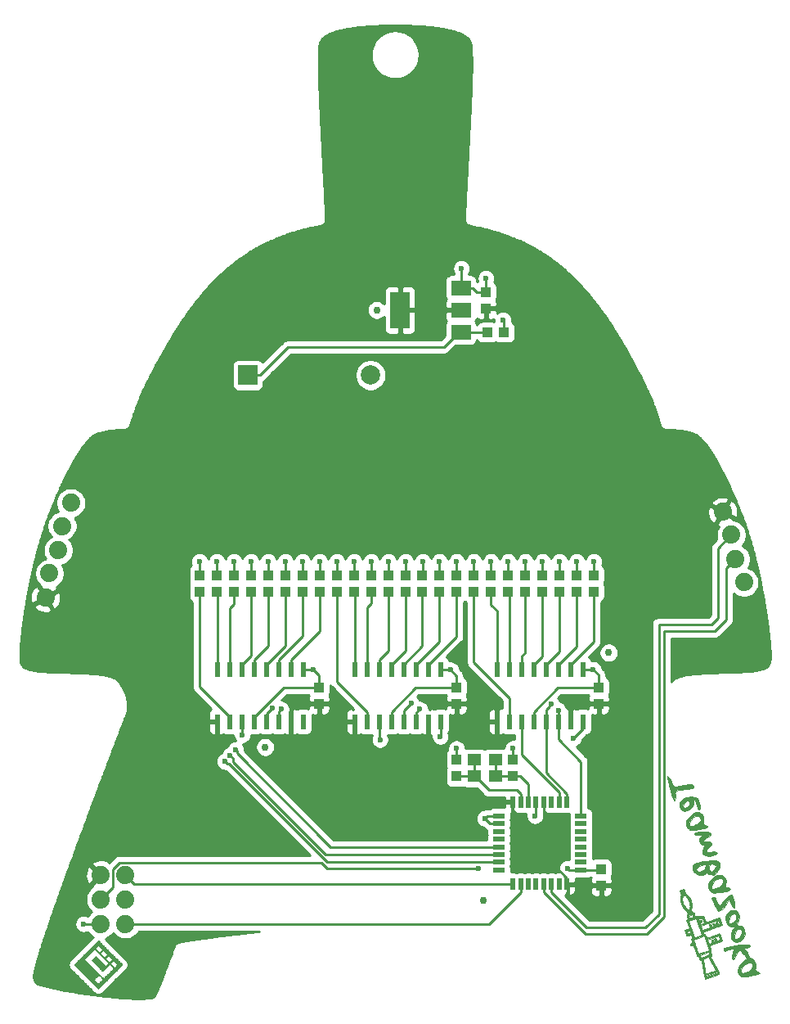
<source format=gbr>
G04 #@! TF.GenerationSoftware,KiCad,Pcbnew,5.1.2*
G04 #@! TF.CreationDate,2019-06-27T21:44:39-07:00*
G04 #@! TF.ProjectId,DC27-Cylon,44433237-2d43-4796-9c6f-6e2e6b696361,rev?*
G04 #@! TF.SameCoordinates,Original*
G04 #@! TF.FileFunction,Copper,L2,Bot*
G04 #@! TF.FilePolarity,Positive*
%FSLAX46Y46*%
G04 Gerber Fmt 4.6, Leading zero omitted, Abs format (unit mm)*
G04 Created by KiCad (PCBNEW 5.1.2) date 2019-06-27 21:44:39*
%MOMM*%
%LPD*%
G04 APERTURE LIST*
%ADD10C,0.010000*%
%ADD11C,0.750000*%
%ADD12C,2.000000*%
%ADD13R,2.000000X2.000000*%
%ADD14R,0.998220X1.099820*%
%ADD15C,1.879600*%
%ADD16R,1.099820X0.998220*%
%ADD17R,1.200000X0.500000*%
%ADD18R,0.500000X1.200000*%
%ADD19R,2.000000X3.800000*%
%ADD20R,2.000000X1.500000*%
%ADD21R,0.600000X1.550000*%
%ADD22R,1.400000X1.200000*%
%ADD23C,0.600000*%
%ADD24C,0.250000*%
%ADD25C,0.254000*%
G04 APERTURE END LIST*
D10*
G36*
X90352234Y-110132294D02*
G01*
X90569185Y-110375860D01*
X90873949Y-110514079D01*
X90913472Y-110520668D01*
X91245991Y-110511734D01*
X91479903Y-110381041D01*
X91662201Y-110264814D01*
X91734222Y-110288773D01*
X91850947Y-110379211D01*
X92075863Y-110459043D01*
X92326451Y-110487792D01*
X92527417Y-110397606D01*
X92641637Y-110302219D01*
X92883537Y-109999725D01*
X93035484Y-109644770D01*
X93066093Y-109319496D01*
X93047215Y-109240808D01*
X92891884Y-109094470D01*
X92547978Y-109018514D01*
X92489605Y-109013624D01*
X92038422Y-109010796D01*
X91854218Y-109026565D01*
X91998143Y-109432996D01*
X92255166Y-109359637D01*
X92427863Y-109373263D01*
X92644167Y-109450708D01*
X92675173Y-109604771D01*
X92554836Y-109823212D01*
X92334209Y-110051936D01*
X92130534Y-110126841D01*
X91985860Y-110035932D01*
X91965685Y-109991254D01*
X91900942Y-109644479D01*
X91998143Y-109432996D01*
X91854218Y-109026565D01*
X91537089Y-109053712D01*
X91294916Y-109092862D01*
X91404640Y-109402712D01*
X91553911Y-109370700D01*
X91598524Y-109428567D01*
X91588028Y-109545750D01*
X91485782Y-109821980D01*
X91381245Y-109973464D01*
X91160960Y-110111264D01*
X90906955Y-110139313D01*
X90698190Y-110062570D01*
X90616216Y-109925411D01*
X90647172Y-109790968D01*
X90810546Y-109661745D01*
X91106243Y-109522454D01*
X91404640Y-109402712D01*
X91294916Y-109092862D01*
X91054182Y-109131780D01*
X90658278Y-109234410D01*
X90447211Y-109329096D01*
X90269350Y-109552954D01*
X90244989Y-109839340D01*
X90352234Y-110132294D01*
X90352234Y-110132294D01*
G37*
X90352234Y-110132294D02*
X90569185Y-110375860D01*
X90873949Y-110514079D01*
X90913472Y-110520668D01*
X91245991Y-110511734D01*
X91479903Y-110381041D01*
X91662201Y-110264814D01*
X91734222Y-110288773D01*
X91850947Y-110379211D01*
X92075863Y-110459043D01*
X92326451Y-110487792D01*
X92527417Y-110397606D01*
X92641637Y-110302219D01*
X92883537Y-109999725D01*
X93035484Y-109644770D01*
X93066093Y-109319496D01*
X93047215Y-109240808D01*
X92891884Y-109094470D01*
X92547978Y-109018514D01*
X92489605Y-109013624D01*
X92038422Y-109010796D01*
X91854218Y-109026565D01*
X91998143Y-109432996D01*
X92255166Y-109359637D01*
X92427863Y-109373263D01*
X92644167Y-109450708D01*
X92675173Y-109604771D01*
X92554836Y-109823212D01*
X92334209Y-110051936D01*
X92130534Y-110126841D01*
X91985860Y-110035932D01*
X91965685Y-109991254D01*
X91900942Y-109644479D01*
X91998143Y-109432996D01*
X91854218Y-109026565D01*
X91537089Y-109053712D01*
X91294916Y-109092862D01*
X91404640Y-109402712D01*
X91553911Y-109370700D01*
X91598524Y-109428567D01*
X91588028Y-109545750D01*
X91485782Y-109821980D01*
X91381245Y-109973464D01*
X91160960Y-110111264D01*
X90906955Y-110139313D01*
X90698190Y-110062570D01*
X90616216Y-109925411D01*
X90647172Y-109790968D01*
X90810546Y-109661745D01*
X91106243Y-109522454D01*
X91404640Y-109402712D01*
X91294916Y-109092862D01*
X91054182Y-109131780D01*
X90658278Y-109234410D01*
X90447211Y-109329096D01*
X90269350Y-109552954D01*
X90244989Y-109839340D01*
X90352234Y-110132294D01*
G36*
X93533614Y-118350001D02*
G01*
X93751057Y-118322819D01*
X93990924Y-118246749D01*
X94279395Y-118156834D01*
X94469840Y-118120683D01*
X94511134Y-118130531D01*
X94491035Y-118259349D01*
X94414420Y-118503508D01*
X94388085Y-118575675D01*
X94303220Y-118890172D01*
X94302034Y-119121033D01*
X94381371Y-119220160D01*
X94430011Y-119213992D01*
X94523476Y-119109621D01*
X94669025Y-118875674D01*
X94766804Y-118694752D01*
X94925206Y-118430080D01*
X95061428Y-118277303D01*
X95119280Y-118261182D01*
X95239942Y-118372263D01*
X95431049Y-118591480D01*
X95536615Y-118723645D01*
X95852459Y-119130823D01*
X95718327Y-119228916D01*
X95852700Y-119608377D01*
X96107178Y-119538533D01*
X96272701Y-119529249D01*
X96279839Y-119531967D01*
X96411850Y-119699704D01*
X96419976Y-119970706D01*
X96375706Y-120116037D01*
X96230322Y-120293927D01*
X95985325Y-120453600D01*
X95703422Y-120571074D01*
X95447317Y-120622364D01*
X95279718Y-120583488D01*
X95253903Y-120545094D01*
X95259078Y-120281128D01*
X95402538Y-119985679D01*
X95638079Y-119731029D01*
X95852700Y-119608377D01*
X95718327Y-119228916D01*
X95494123Y-119392881D01*
X95154071Y-119722428D01*
X94954793Y-120085833D01*
X94901695Y-120441769D01*
X95000183Y-120748908D01*
X95255667Y-120965924D01*
X95286535Y-120979618D01*
X95490989Y-121005532D01*
X95819055Y-120988249D01*
X96209420Y-120938180D01*
X96600773Y-120865737D01*
X96931807Y-120781332D01*
X97141208Y-120695379D01*
X97179855Y-120658085D01*
X97125118Y-120564266D01*
X96946164Y-120476555D01*
X96751234Y-120389157D01*
X96714260Y-120262292D01*
X96744848Y-120141108D01*
X96766711Y-119808891D01*
X96663539Y-119483044D01*
X96468825Y-119243069D01*
X96338958Y-119177603D01*
X96148223Y-119066450D01*
X96091393Y-118945154D01*
X96031115Y-118768339D01*
X95874415Y-118514902D01*
X95793706Y-118408848D01*
X95491779Y-118035119D01*
X95802207Y-117996385D01*
X96065845Y-117920216D01*
X96134873Y-117811339D01*
X96011963Y-117713747D01*
X95782620Y-117673653D01*
X95506627Y-117680649D01*
X95121353Y-117718308D01*
X94681042Y-117777799D01*
X94239944Y-117850288D01*
X93852303Y-117926942D01*
X93572368Y-117998930D01*
X93457494Y-118052246D01*
X93426565Y-118215803D01*
X93441202Y-118279631D01*
X93533614Y-118350001D01*
X93533614Y-118350001D01*
G37*
X93533614Y-118350001D02*
X93751057Y-118322819D01*
X93990924Y-118246749D01*
X94279395Y-118156834D01*
X94469840Y-118120683D01*
X94511134Y-118130531D01*
X94491035Y-118259349D01*
X94414420Y-118503508D01*
X94388085Y-118575675D01*
X94303220Y-118890172D01*
X94302034Y-119121033D01*
X94381371Y-119220160D01*
X94430011Y-119213992D01*
X94523476Y-119109621D01*
X94669025Y-118875674D01*
X94766804Y-118694752D01*
X94925206Y-118430080D01*
X95061428Y-118277303D01*
X95119280Y-118261182D01*
X95239942Y-118372263D01*
X95431049Y-118591480D01*
X95536615Y-118723645D01*
X95852459Y-119130823D01*
X95718327Y-119228916D01*
X95852700Y-119608377D01*
X96107178Y-119538533D01*
X96272701Y-119529249D01*
X96279839Y-119531967D01*
X96411850Y-119699704D01*
X96419976Y-119970706D01*
X96375706Y-120116037D01*
X96230322Y-120293927D01*
X95985325Y-120453600D01*
X95703422Y-120571074D01*
X95447317Y-120622364D01*
X95279718Y-120583488D01*
X95253903Y-120545094D01*
X95259078Y-120281128D01*
X95402538Y-119985679D01*
X95638079Y-119731029D01*
X95852700Y-119608377D01*
X95718327Y-119228916D01*
X95494123Y-119392881D01*
X95154071Y-119722428D01*
X94954793Y-120085833D01*
X94901695Y-120441769D01*
X95000183Y-120748908D01*
X95255667Y-120965924D01*
X95286535Y-120979618D01*
X95490989Y-121005532D01*
X95819055Y-120988249D01*
X96209420Y-120938180D01*
X96600773Y-120865737D01*
X96931807Y-120781332D01*
X97141208Y-120695379D01*
X97179855Y-120658085D01*
X97125118Y-120564266D01*
X96946164Y-120476555D01*
X96751234Y-120389157D01*
X96714260Y-120262292D01*
X96744848Y-120141108D01*
X96766711Y-119808891D01*
X96663539Y-119483044D01*
X96468825Y-119243069D01*
X96338958Y-119177603D01*
X96148223Y-119066450D01*
X96091393Y-118945154D01*
X96031115Y-118768339D01*
X95874415Y-118514902D01*
X95793706Y-118408848D01*
X95491779Y-118035119D01*
X95802207Y-117996385D01*
X96065845Y-117920216D01*
X96134873Y-117811339D01*
X96011963Y-117713747D01*
X95782620Y-117673653D01*
X95506627Y-117680649D01*
X95121353Y-117718308D01*
X94681042Y-117777799D01*
X94239944Y-117850288D01*
X93852303Y-117926942D01*
X93572368Y-117998930D01*
X93457494Y-118052246D01*
X93426565Y-118215803D01*
X93441202Y-118279631D01*
X93533614Y-118350001D01*
G36*
X94432254Y-117310291D02*
G01*
X94722437Y-117422426D01*
X95043426Y-117395665D01*
X95188989Y-117325099D01*
X95479717Y-117022849D01*
X95629052Y-116634566D01*
X95613693Y-116233328D01*
X95573078Y-116120448D01*
X95423531Y-115878625D01*
X95208804Y-115762201D01*
X95006885Y-115725894D01*
X94781463Y-115684802D01*
X94750544Y-115667359D01*
X94912287Y-116124107D01*
X95165831Y-116101145D01*
X95297153Y-116243167D01*
X95296368Y-116535759D01*
X95270215Y-116646016D01*
X95154773Y-116837266D01*
X94961133Y-116994589D01*
X94754694Y-117083052D01*
X94600852Y-117067723D01*
X94567461Y-117021392D01*
X94565550Y-116804370D01*
X94645336Y-116521759D01*
X94771720Y-116264892D01*
X94909604Y-116125099D01*
X94912287Y-116124107D01*
X94750544Y-115667359D01*
X94706075Y-115642272D01*
X94725359Y-115629110D01*
X94850671Y-115508190D01*
X94988163Y-115272124D01*
X95005937Y-115232500D01*
X95088682Y-114849044D01*
X95022627Y-114497541D01*
X94827383Y-114237364D01*
X94647411Y-114147217D01*
X94392549Y-114105464D01*
X94238292Y-114117318D01*
X94208897Y-114137797D01*
X94347040Y-114527901D01*
X94600584Y-114504939D01*
X94731907Y-114646961D01*
X94731122Y-114939553D01*
X94704968Y-115049809D01*
X94589526Y-115241060D01*
X94395887Y-115398383D01*
X94189447Y-115486845D01*
X94035605Y-115471516D01*
X94002214Y-115425185D01*
X94000304Y-115208164D01*
X94080090Y-114925554D01*
X94206474Y-114668686D01*
X94344357Y-114528892D01*
X94347040Y-114527901D01*
X94208897Y-114137797D01*
X93975381Y-114300492D01*
X93753490Y-114603961D01*
X93635472Y-114937480D01*
X93630279Y-114990311D01*
X93672947Y-115413110D01*
X93859077Y-115684367D01*
X94196873Y-115815358D01*
X94234641Y-115820609D01*
X94478803Y-115859133D01*
X94542581Y-115908264D01*
X94456554Y-115995924D01*
X94440242Y-116008373D01*
X94281404Y-116240497D01*
X94201650Y-116584835D01*
X94216812Y-116951606D01*
X94251318Y-117079780D01*
X94432254Y-117310291D01*
X94432254Y-117310291D01*
G37*
X94432254Y-117310291D02*
X94722437Y-117422426D01*
X95043426Y-117395665D01*
X95188989Y-117325099D01*
X95479717Y-117022849D01*
X95629052Y-116634566D01*
X95613693Y-116233328D01*
X95573078Y-116120448D01*
X95423531Y-115878625D01*
X95208804Y-115762201D01*
X95006885Y-115725894D01*
X94781463Y-115684802D01*
X94750544Y-115667359D01*
X94912287Y-116124107D01*
X95165831Y-116101145D01*
X95297153Y-116243167D01*
X95296368Y-116535759D01*
X95270215Y-116646016D01*
X95154773Y-116837266D01*
X94961133Y-116994589D01*
X94754694Y-117083052D01*
X94600852Y-117067723D01*
X94567461Y-117021392D01*
X94565550Y-116804370D01*
X94645336Y-116521759D01*
X94771720Y-116264892D01*
X94909604Y-116125099D01*
X94912287Y-116124107D01*
X94750544Y-115667359D01*
X94706075Y-115642272D01*
X94725359Y-115629110D01*
X94850671Y-115508190D01*
X94988163Y-115272124D01*
X95005937Y-115232500D01*
X95088682Y-114849044D01*
X95022627Y-114497541D01*
X94827383Y-114237364D01*
X94647411Y-114147217D01*
X94392549Y-114105464D01*
X94238292Y-114117318D01*
X94208897Y-114137797D01*
X94347040Y-114527901D01*
X94600584Y-114504939D01*
X94731907Y-114646961D01*
X94731122Y-114939553D01*
X94704968Y-115049809D01*
X94589526Y-115241060D01*
X94395887Y-115398383D01*
X94189447Y-115486845D01*
X94035605Y-115471516D01*
X94002214Y-115425185D01*
X94000304Y-115208164D01*
X94080090Y-114925554D01*
X94206474Y-114668686D01*
X94344357Y-114528892D01*
X94347040Y-114527901D01*
X94208897Y-114137797D01*
X93975381Y-114300492D01*
X93753490Y-114603961D01*
X93635472Y-114937480D01*
X93630279Y-114990311D01*
X93672947Y-115413110D01*
X93859077Y-115684367D01*
X94196873Y-115815358D01*
X94234641Y-115820609D01*
X94478803Y-115859133D01*
X94542581Y-115908264D01*
X94456554Y-115995924D01*
X94440242Y-116008373D01*
X94281404Y-116240497D01*
X94201650Y-116584835D01*
X94216812Y-116951606D01*
X94251318Y-117079780D01*
X94432254Y-117310291D01*
G36*
X92420172Y-113379364D02*
G01*
X92463927Y-113471603D01*
X92637310Y-113810755D01*
X92790984Y-114067842D01*
X92891724Y-114187285D01*
X92891826Y-114187336D01*
X93088446Y-114174991D01*
X93339300Y-113994746D01*
X93613036Y-113672297D01*
X93724612Y-113504935D01*
X94005062Y-113055354D01*
X94197878Y-113503216D01*
X94355264Y-113803850D01*
X94477416Y-113919071D01*
X94557813Y-113873178D01*
X94589935Y-113690467D01*
X94567261Y-113395235D01*
X94483270Y-113011782D01*
X94400406Y-112748538D01*
X94311045Y-112538936D01*
X94209147Y-112505519D01*
X94032754Y-112613790D01*
X93631848Y-112956349D01*
X93325052Y-113326222D01*
X93283128Y-113394549D01*
X93114244Y-113626665D01*
X92971048Y-113661889D01*
X92834851Y-113495326D01*
X92731472Y-113250011D01*
X92605316Y-112947453D01*
X92492458Y-112806647D01*
X92356882Y-112783497D01*
X92351068Y-112784307D01*
X92252730Y-112814515D01*
X92226755Y-112895065D01*
X92280213Y-113069000D01*
X92420172Y-113379364D01*
X92420172Y-113379364D01*
G37*
X92420172Y-113379364D02*
X92463927Y-113471603D01*
X92637310Y-113810755D01*
X92790984Y-114067842D01*
X92891724Y-114187285D01*
X92891826Y-114187336D01*
X93088446Y-114174991D01*
X93339300Y-113994746D01*
X93613036Y-113672297D01*
X93724612Y-113504935D01*
X94005062Y-113055354D01*
X94197878Y-113503216D01*
X94355264Y-113803850D01*
X94477416Y-113919071D01*
X94557813Y-113873178D01*
X94589935Y-113690467D01*
X94567261Y-113395235D01*
X94483270Y-113011782D01*
X94400406Y-112748538D01*
X94311045Y-112538936D01*
X94209147Y-112505519D01*
X94032754Y-112613790D01*
X93631848Y-112956349D01*
X93325052Y-113326222D01*
X93283128Y-113394549D01*
X93114244Y-113626665D01*
X92971048Y-113661889D01*
X92834851Y-113495326D01*
X92731472Y-113250011D01*
X92605316Y-112947453D01*
X92492458Y-112806647D01*
X92356882Y-112783497D01*
X92351068Y-112784307D01*
X92252730Y-112814515D01*
X92226755Y-112895065D01*
X92280213Y-113069000D01*
X92420172Y-113379364D01*
G36*
X92169857Y-112280872D02*
G01*
X92209896Y-112298949D01*
X92435518Y-112328494D01*
X92797963Y-112310308D01*
X93229979Y-112252854D01*
X93664320Y-112164595D01*
X93967615Y-112077722D01*
X94103685Y-111977594D01*
X94055136Y-111866982D01*
X93841868Y-111789964D01*
X93837401Y-111789271D01*
X93672500Y-111743916D01*
X93637496Y-111630268D01*
X93671976Y-111458891D01*
X93678788Y-111083457D01*
X93538803Y-110751891D01*
X93287123Y-110528105D01*
X93132723Y-110476999D01*
X92895132Y-110464176D01*
X92678036Y-110541183D01*
X92648732Y-110560650D01*
X92779174Y-110929005D01*
X93033651Y-110859162D01*
X93199174Y-110849877D01*
X93206312Y-110852596D01*
X93338324Y-111020332D01*
X93346449Y-111291334D01*
X93302179Y-111436665D01*
X93156795Y-111614556D01*
X92911798Y-111774229D01*
X92629895Y-111891702D01*
X92373791Y-111942993D01*
X92206191Y-111904117D01*
X92180376Y-111865723D01*
X92185551Y-111601756D01*
X92329011Y-111306308D01*
X92564553Y-111051657D01*
X92779174Y-110929005D01*
X92648732Y-110560650D01*
X92439909Y-110699385D01*
X92092303Y-111032767D01*
X91885756Y-111397522D01*
X91826005Y-111753736D01*
X91918792Y-112061491D01*
X92169857Y-112280872D01*
X92169857Y-112280872D01*
G37*
X92169857Y-112280872D02*
X92209896Y-112298949D01*
X92435518Y-112328494D01*
X92797963Y-112310308D01*
X93229979Y-112252854D01*
X93664320Y-112164595D01*
X93967615Y-112077722D01*
X94103685Y-111977594D01*
X94055136Y-111866982D01*
X93841868Y-111789964D01*
X93837401Y-111789271D01*
X93672500Y-111743916D01*
X93637496Y-111630268D01*
X93671976Y-111458891D01*
X93678788Y-111083457D01*
X93538803Y-110751891D01*
X93287123Y-110528105D01*
X93132723Y-110476999D01*
X92895132Y-110464176D01*
X92678036Y-110541183D01*
X92648732Y-110560650D01*
X92779174Y-110929005D01*
X93033651Y-110859162D01*
X93199174Y-110849877D01*
X93206312Y-110852596D01*
X93338324Y-111020332D01*
X93346449Y-111291334D01*
X93302179Y-111436665D01*
X93156795Y-111614556D01*
X92911798Y-111774229D01*
X92629895Y-111891702D01*
X92373791Y-111942993D01*
X92206191Y-111904117D01*
X92180376Y-111865723D01*
X92185551Y-111601756D01*
X92329011Y-111306308D01*
X92564553Y-111051657D01*
X92779174Y-110929005D01*
X92648732Y-110560650D01*
X92439909Y-110699385D01*
X92092303Y-111032767D01*
X91885756Y-111397522D01*
X91826005Y-111753736D01*
X91918792Y-112061491D01*
X92169857Y-112280872D01*
G36*
X90597634Y-106331432D02*
G01*
X90868269Y-106352012D01*
X90963020Y-106348567D01*
X91395848Y-106321262D01*
X91112238Y-106550782D01*
X90921395Y-106806413D01*
X90921321Y-107067145D01*
X91100758Y-107277767D01*
X91275882Y-107353366D01*
X91546828Y-107428549D01*
X91354215Y-107733097D01*
X91224853Y-108060370D01*
X91287467Y-108312888D01*
X91536715Y-108474078D01*
X91598751Y-108491571D01*
X91914335Y-108522602D01*
X92255036Y-108489206D01*
X92550111Y-108406536D01*
X92728809Y-108289746D01*
X92750504Y-108244880D01*
X92699373Y-108100582D01*
X92461828Y-108051420D01*
X92053955Y-108093952D01*
X91752507Y-108105092D01*
X91626019Y-108017228D01*
X91675604Y-107852098D01*
X91902370Y-107631438D01*
X92025858Y-107543745D01*
X92216624Y-107351278D01*
X92215747Y-107183396D01*
X92043175Y-107070133D01*
X91718863Y-107041522D01*
X91693382Y-107043278D01*
X91403212Y-107036034D01*
X91308473Y-106960213D01*
X91407698Y-106824927D01*
X91699427Y-106639293D01*
X91763641Y-106605644D01*
X92038944Y-106412471D01*
X92109366Y-106234482D01*
X91981678Y-106089618D01*
X91662644Y-105995820D01*
X91527637Y-105980062D01*
X91168832Y-105977803D01*
X90834434Y-106022766D01*
X90575077Y-106101223D01*
X90441394Y-106199447D01*
X90449524Y-106272379D01*
X90597634Y-106331432D01*
X90597634Y-106331432D01*
G37*
X90597634Y-106331432D02*
X90868269Y-106352012D01*
X90963020Y-106348567D01*
X91395848Y-106321262D01*
X91112238Y-106550782D01*
X90921395Y-106806413D01*
X90921321Y-107067145D01*
X91100758Y-107277767D01*
X91275882Y-107353366D01*
X91546828Y-107428549D01*
X91354215Y-107733097D01*
X91224853Y-108060370D01*
X91287467Y-108312888D01*
X91536715Y-108474078D01*
X91598751Y-108491571D01*
X91914335Y-108522602D01*
X92255036Y-108489206D01*
X92550111Y-108406536D01*
X92728809Y-108289746D01*
X92750504Y-108244880D01*
X92699373Y-108100582D01*
X92461828Y-108051420D01*
X92053955Y-108093952D01*
X91752507Y-108105092D01*
X91626019Y-108017228D01*
X91675604Y-107852098D01*
X91902370Y-107631438D01*
X92025858Y-107543745D01*
X92216624Y-107351278D01*
X92215747Y-107183396D01*
X92043175Y-107070133D01*
X91718863Y-107041522D01*
X91693382Y-107043278D01*
X91403212Y-107036034D01*
X91308473Y-106960213D01*
X91407698Y-106824927D01*
X91699427Y-106639293D01*
X91763641Y-106605644D01*
X92038944Y-106412471D01*
X92109366Y-106234482D01*
X91981678Y-106089618D01*
X91662644Y-105995820D01*
X91527637Y-105980062D01*
X91168832Y-105977803D01*
X90834434Y-106022766D01*
X90575077Y-106101223D01*
X90441394Y-106199447D01*
X90449524Y-106272379D01*
X90597634Y-106331432D01*
G36*
X89873544Y-105796284D02*
G01*
X89913583Y-105814360D01*
X90139205Y-105843906D01*
X90501650Y-105825720D01*
X90933666Y-105768266D01*
X91368007Y-105680008D01*
X91671302Y-105593135D01*
X91807372Y-105493005D01*
X91758823Y-105382394D01*
X91545555Y-105305375D01*
X91541088Y-105304684D01*
X91376187Y-105259327D01*
X91341183Y-105145679D01*
X91375663Y-104974303D01*
X91382475Y-104598868D01*
X91242490Y-104267303D01*
X90990810Y-104043517D01*
X90836411Y-103992412D01*
X90598819Y-103979588D01*
X90381723Y-104056594D01*
X90352419Y-104076062D01*
X90482861Y-104444417D01*
X90737338Y-104374574D01*
X90902861Y-104365289D01*
X90909999Y-104368008D01*
X91042010Y-104535744D01*
X91050136Y-104806747D01*
X91005866Y-104952078D01*
X90860482Y-105129967D01*
X90615485Y-105289641D01*
X90333582Y-105407115D01*
X90077478Y-105458405D01*
X89909878Y-105419529D01*
X89884063Y-105381134D01*
X89889238Y-105117168D01*
X90032699Y-104821721D01*
X90268239Y-104567069D01*
X90482861Y-104444417D01*
X90352419Y-104076062D01*
X90143596Y-104214797D01*
X89795990Y-104548179D01*
X89589443Y-104912934D01*
X89529692Y-105269147D01*
X89622479Y-105576903D01*
X89873544Y-105796284D01*
X89873544Y-105796284D01*
G37*
X89873544Y-105796284D02*
X89913583Y-105814360D01*
X90139205Y-105843906D01*
X90501650Y-105825720D01*
X90933666Y-105768266D01*
X91368007Y-105680008D01*
X91671302Y-105593135D01*
X91807372Y-105493005D01*
X91758823Y-105382394D01*
X91545555Y-105305375D01*
X91541088Y-105304684D01*
X91376187Y-105259327D01*
X91341183Y-105145679D01*
X91375663Y-104974303D01*
X91382475Y-104598868D01*
X91242490Y-104267303D01*
X90990810Y-104043517D01*
X90836411Y-103992412D01*
X90598819Y-103979588D01*
X90381723Y-104056594D01*
X90352419Y-104076062D01*
X90482861Y-104444417D01*
X90737338Y-104374574D01*
X90902861Y-104365289D01*
X90909999Y-104368008D01*
X91042010Y-104535744D01*
X91050136Y-104806747D01*
X91005866Y-104952078D01*
X90860482Y-105129967D01*
X90615485Y-105289641D01*
X90333582Y-105407115D01*
X90077478Y-105458405D01*
X89909878Y-105419529D01*
X89884063Y-105381134D01*
X89889238Y-105117168D01*
X90032699Y-104821721D01*
X90268239Y-104567069D01*
X90482861Y-104444417D01*
X90352419Y-104076062D01*
X90143596Y-104214797D01*
X89795990Y-104548179D01*
X89589443Y-104912934D01*
X89529692Y-105269147D01*
X89622479Y-105576903D01*
X89873544Y-105796284D01*
G36*
X89122319Y-103831861D02*
G01*
X89412155Y-103888629D01*
X89671099Y-103833691D01*
X89968265Y-103653105D01*
X90207292Y-103378129D01*
X90330662Y-103082722D01*
X90335183Y-102979758D01*
X90343047Y-102766218D01*
X90407612Y-102723929D01*
X90503085Y-102829211D01*
X90603673Y-103058387D01*
X90663617Y-103281274D01*
X90735898Y-103584189D01*
X90801377Y-103719354D01*
X90887170Y-103727954D01*
X90940114Y-103701222D01*
X91030525Y-103590532D01*
X91029947Y-103383187D01*
X90959069Y-103092086D01*
X90844244Y-102762444D01*
X90711978Y-102572915D01*
X90513481Y-102454280D01*
X90507807Y-102451862D01*
X90051994Y-102341261D01*
X89614758Y-102423877D01*
X89547298Y-102457296D01*
X89676238Y-102821413D01*
X89843584Y-102839520D01*
X89928957Y-102987971D01*
X89910835Y-103194259D01*
X89827626Y-103331439D01*
X89631993Y-103463754D01*
X89404445Y-103520140D01*
X89231989Y-103485740D01*
X89196398Y-103439227D01*
X89231884Y-103280060D01*
X89373837Y-103069919D01*
X89561280Y-102887317D01*
X89676238Y-102821413D01*
X89547298Y-102457296D01*
X89395210Y-102532638D01*
X89081962Y-102790823D01*
X88906767Y-103090951D01*
X88860907Y-103391909D01*
X88935663Y-103652584D01*
X89122319Y-103831861D01*
X89122319Y-103831861D01*
G37*
X89122319Y-103831861D02*
X89412155Y-103888629D01*
X89671099Y-103833691D01*
X89968265Y-103653105D01*
X90207292Y-103378129D01*
X90330662Y-103082722D01*
X90335183Y-102979758D01*
X90343047Y-102766218D01*
X90407612Y-102723929D01*
X90503085Y-102829211D01*
X90603673Y-103058387D01*
X90663617Y-103281274D01*
X90735898Y-103584189D01*
X90801377Y-103719354D01*
X90887170Y-103727954D01*
X90940114Y-103701222D01*
X91030525Y-103590532D01*
X91029947Y-103383187D01*
X90959069Y-103092086D01*
X90844244Y-102762444D01*
X90711978Y-102572915D01*
X90513481Y-102454280D01*
X90507807Y-102451862D01*
X90051994Y-102341261D01*
X89614758Y-102423877D01*
X89547298Y-102457296D01*
X89676238Y-102821413D01*
X89843584Y-102839520D01*
X89928957Y-102987971D01*
X89910835Y-103194259D01*
X89827626Y-103331439D01*
X89631993Y-103463754D01*
X89404445Y-103520140D01*
X89231989Y-103485740D01*
X89196398Y-103439227D01*
X89231884Y-103280060D01*
X89373837Y-103069919D01*
X89561280Y-102887317D01*
X89676238Y-102821413D01*
X89547298Y-102457296D01*
X89395210Y-102532638D01*
X89081962Y-102790823D01*
X88906767Y-103090951D01*
X88860907Y-103391909D01*
X88935663Y-103652584D01*
X89122319Y-103831861D01*
G36*
X88273255Y-102717835D02*
G01*
X88331760Y-102791489D01*
X88382750Y-102771132D01*
X88418247Y-102719846D01*
X88471223Y-102480143D01*
X88432789Y-102234012D01*
X88390483Y-102009886D01*
X88466678Y-101850420D01*
X88687575Y-101738608D01*
X89079377Y-101657446D01*
X89379703Y-101619432D01*
X89774188Y-101571507D01*
X90091434Y-101525448D01*
X90267490Y-101490622D01*
X90273903Y-101488476D01*
X90361946Y-101383601D01*
X90304514Y-101242025D01*
X90139281Y-101133149D01*
X90072179Y-101116904D01*
X89830290Y-101117144D01*
X89498084Y-101159075D01*
X89392581Y-101179338D01*
X88904315Y-101283140D01*
X88580601Y-101341211D01*
X88377339Y-101343418D01*
X88250429Y-101279622D01*
X88155769Y-101139691D01*
X88049259Y-100913488D01*
X88026653Y-100865412D01*
X87835645Y-100493137D01*
X87700962Y-100306835D01*
X87610736Y-100292101D01*
X87585133Y-100329542D01*
X87600419Y-100453501D01*
X87667587Y-100738238D01*
X87776021Y-101142298D01*
X87915112Y-101624229D01*
X87925538Y-101659194D01*
X88082855Y-102179051D01*
X88194525Y-102522811D01*
X88273255Y-102717835D01*
X88273255Y-102717835D01*
G37*
X88273255Y-102717835D02*
X88331760Y-102791489D01*
X88382750Y-102771132D01*
X88418247Y-102719846D01*
X88471223Y-102480143D01*
X88432789Y-102234012D01*
X88390483Y-102009886D01*
X88466678Y-101850420D01*
X88687575Y-101738608D01*
X89079377Y-101657446D01*
X89379703Y-101619432D01*
X89774188Y-101571507D01*
X90091434Y-101525448D01*
X90267490Y-101490622D01*
X90273903Y-101488476D01*
X90361946Y-101383601D01*
X90304514Y-101242025D01*
X90139281Y-101133149D01*
X90072179Y-101116904D01*
X89830290Y-101117144D01*
X89498084Y-101159075D01*
X89392581Y-101179338D01*
X88904315Y-101283140D01*
X88580601Y-101341211D01*
X88377339Y-101343418D01*
X88250429Y-101279622D01*
X88155769Y-101139691D01*
X88049259Y-100913488D01*
X88026653Y-100865412D01*
X87835645Y-100493137D01*
X87700962Y-100306835D01*
X87610736Y-100292101D01*
X87585133Y-100329542D01*
X87600419Y-100453501D01*
X87667587Y-100738238D01*
X87776021Y-101142298D01*
X87915112Y-101624229D01*
X87925538Y-101659194D01*
X88082855Y-102179051D01*
X88194525Y-102522811D01*
X88273255Y-102717835D01*
G36*
X89544393Y-116585205D02*
G01*
X89567810Y-116648401D01*
X89587126Y-116696537D01*
X89603524Y-116731715D01*
X89618189Y-116756036D01*
X89632307Y-116771600D01*
X89647061Y-116780510D01*
X89663636Y-116784865D01*
X89674267Y-116786107D01*
X89696344Y-116783521D01*
X89735973Y-116773348D01*
X89793494Y-116755487D01*
X89869246Y-116729837D01*
X89904103Y-116717596D01*
X90104774Y-116646534D01*
X90170855Y-116833144D01*
X90236936Y-117019753D01*
X90179307Y-117033624D01*
X90145445Y-117042859D01*
X90124858Y-117052785D01*
X90110810Y-117067600D01*
X90102041Y-117081753D01*
X90082406Y-117116012D01*
X90150994Y-117319020D01*
X90219584Y-117522027D01*
X90105929Y-117562274D01*
X90057299Y-117579752D01*
X90024044Y-117592835D01*
X90002307Y-117603690D01*
X89988228Y-117614483D01*
X89977953Y-117627382D01*
X89971588Y-117637750D01*
X89959206Y-117664475D01*
X89958403Y-117689061D01*
X89966016Y-117715660D01*
X89981515Y-117748204D01*
X90002796Y-117768061D01*
X90012963Y-117773525D01*
X90027198Y-117779484D01*
X90041247Y-117781947D01*
X90059104Y-117780191D01*
X90084762Y-117773502D01*
X90122211Y-117761158D01*
X90164946Y-117746161D01*
X90285097Y-117703614D01*
X90486433Y-118272167D01*
X90528431Y-118390722D01*
X90564239Y-118491599D01*
X90594438Y-118576279D01*
X90619608Y-118646247D01*
X90640329Y-118702982D01*
X90657181Y-118747966D01*
X90670744Y-118782682D01*
X90681600Y-118808611D01*
X90690327Y-118827234D01*
X90697508Y-118840032D01*
X90703721Y-118848489D01*
X90709547Y-118854085D01*
X90715567Y-118858302D01*
X90716148Y-118858671D01*
X90747810Y-118870163D01*
X90779090Y-118871222D01*
X90813654Y-118865825D01*
X90885089Y-119057735D01*
X90911776Y-119128611D01*
X90933194Y-119182650D01*
X90950791Y-119222194D01*
X90966016Y-119249584D01*
X90980321Y-119267158D01*
X90995154Y-119277259D01*
X91011965Y-119282226D01*
X91025151Y-119283855D01*
X91050405Y-119281843D01*
X91083880Y-119274108D01*
X91098736Y-119269344D01*
X91126118Y-119260295D01*
X91143802Y-119255692D01*
X91147296Y-119255721D01*
X91149085Y-119266072D01*
X91153792Y-119294564D01*
X91161104Y-119339276D01*
X91170709Y-119398287D01*
X91182296Y-119469679D01*
X91195552Y-119551528D01*
X91210165Y-119641915D01*
X91225823Y-119738919D01*
X91228847Y-119757669D01*
X91229521Y-119761849D01*
X91639919Y-120920777D01*
X92741301Y-120530757D01*
X92767467Y-120604646D01*
X92710777Y-120631645D01*
X92690149Y-120640305D01*
X92652427Y-120654931D01*
X92599685Y-120674762D01*
X92534004Y-120699034D01*
X92457461Y-120726987D01*
X92372132Y-120757858D01*
X92280098Y-120790884D01*
X92183433Y-120825306D01*
X92162264Y-120832808D01*
X91670442Y-121006972D01*
X91639919Y-120920777D01*
X91229521Y-119761849D01*
X91256717Y-119930503D01*
X91281571Y-120084529D01*
X91303637Y-120221002D01*
X91323141Y-120341174D01*
X91340310Y-120446299D01*
X91355371Y-120537629D01*
X91368553Y-120616418D01*
X91380079Y-120683918D01*
X91390180Y-120741384D01*
X91399080Y-120790066D01*
X91407007Y-120831220D01*
X91414187Y-120866097D01*
X91420849Y-120895952D01*
X91427219Y-120922035D01*
X91433522Y-120945602D01*
X91439988Y-120967904D01*
X91446842Y-120990196D01*
X91454312Y-121013729D01*
X91458969Y-121028294D01*
X91481968Y-121097594D01*
X91501561Y-121149576D01*
X91519140Y-121186669D01*
X91536099Y-121211300D01*
X91553828Y-121225898D01*
X91573722Y-121232888D01*
X91576577Y-121233371D01*
X91589771Y-121231241D01*
X91618915Y-121223136D01*
X91664404Y-121208921D01*
X91726635Y-121188462D01*
X91806005Y-121161626D01*
X91902910Y-121128277D01*
X92017747Y-121088284D01*
X92150912Y-121041511D01*
X92280587Y-120995693D01*
X92961636Y-120754521D01*
X92976820Y-120722689D01*
X92985500Y-120684144D01*
X92980024Y-120654190D01*
X92964289Y-120605721D01*
X92950630Y-120563526D01*
X92938290Y-120526108D01*
X92926515Y-120491967D01*
X92914548Y-120459607D01*
X92901635Y-120427526D01*
X92887020Y-120394227D01*
X92869946Y-120358210D01*
X92849659Y-120317977D01*
X92825405Y-120272030D01*
X92796425Y-120218869D01*
X92761966Y-120156994D01*
X92721272Y-120084910D01*
X92673587Y-120001114D01*
X92618155Y-119904108D01*
X92554222Y-119792396D01*
X92481992Y-119666155D01*
X92418712Y-119555411D01*
X92358288Y-119449489D01*
X92301490Y-119349754D01*
X92249090Y-119257566D01*
X92201859Y-119174289D01*
X92160568Y-119101286D01*
X92125990Y-119039919D01*
X92098896Y-118991550D01*
X92080056Y-118957545D01*
X92070244Y-118939263D01*
X92069021Y-118936665D01*
X92067282Y-118925097D01*
X92074450Y-118916014D01*
X92094408Y-118906352D01*
X92118806Y-118897340D01*
X92151566Y-118884614D01*
X92170817Y-118872548D01*
X92182582Y-118856195D01*
X92189778Y-118839045D01*
X92204138Y-118800798D01*
X92065608Y-118409601D01*
X92094775Y-118399273D01*
X92124539Y-118378912D01*
X92143171Y-118346594D01*
X92147524Y-118309049D01*
X92144325Y-118293295D01*
X92138227Y-118274699D01*
X92126596Y-118240066D01*
X92110511Y-118192572D01*
X92091048Y-118135395D01*
X92069285Y-118071714D01*
X92056861Y-118035461D01*
X92034806Y-117971006D01*
X92014950Y-117912651D01*
X91998252Y-117863247D01*
X91985674Y-117825646D01*
X91978177Y-117802698D01*
X91976518Y-117797151D01*
X91979625Y-117793271D01*
X91990966Y-117786858D01*
X92011671Y-117777486D01*
X92042868Y-117764729D01*
X92085688Y-117748165D01*
X92141259Y-117727368D01*
X92210714Y-117701914D01*
X92295179Y-117671380D01*
X92395785Y-117635339D01*
X92513661Y-117593369D01*
X92608097Y-117559865D01*
X92740917Y-117512708D01*
X92855671Y-117471759D01*
X92953498Y-117436588D01*
X93035539Y-117406770D01*
X93102934Y-117381876D01*
X93156821Y-117361478D01*
X93198343Y-117345150D01*
X93228638Y-117332463D01*
X93248845Y-117322989D01*
X93260107Y-117316301D01*
X93262204Y-117314480D01*
X93276100Y-117289620D01*
X93281044Y-117261152D01*
X93277589Y-117245743D01*
X93268181Y-117214007D01*
X93253780Y-117168726D01*
X93235342Y-117112683D01*
X93213825Y-117048660D01*
X93190186Y-116979440D01*
X93165384Y-116907804D01*
X93140375Y-116836535D01*
X93116118Y-116768416D01*
X93093571Y-116706227D01*
X93073691Y-116652753D01*
X93057436Y-116610774D01*
X93055586Y-116606176D01*
X93040771Y-116587343D01*
X93016166Y-116569989D01*
X93012891Y-116568347D01*
X92978951Y-116552159D01*
X92847956Y-116600045D01*
X92913025Y-116783794D01*
X93055393Y-117202232D01*
X92900694Y-117259974D01*
X92745996Y-117317717D01*
X92707416Y-117208771D01*
X92689826Y-117162047D01*
X92672137Y-117120066D01*
X92656651Y-117088038D01*
X92647437Y-117073132D01*
X92616552Y-117049294D01*
X92578375Y-117040509D01*
X92539018Y-117046552D01*
X92504589Y-117067200D01*
X92494130Y-117078746D01*
X92482780Y-117101565D01*
X92479555Y-117131652D01*
X92484783Y-117171794D01*
X92498790Y-117224782D01*
X92518026Y-117282518D01*
X92554580Y-117385912D01*
X92413718Y-117429461D01*
X92363686Y-117303395D01*
X92343300Y-117252426D01*
X92328317Y-117217050D01*
X92316714Y-117193948D01*
X92306467Y-117179796D01*
X92295553Y-117171277D01*
X92281948Y-117165067D01*
X92278610Y-117163765D01*
X92235623Y-117156879D01*
X92196293Y-117168741D01*
X92165017Y-117197795D01*
X92159966Y-117205790D01*
X92152674Y-117219431D01*
X92148750Y-117232213D01*
X92148754Y-117247920D01*
X92153248Y-117270338D01*
X92162789Y-117303249D01*
X92177940Y-117350437D01*
X92184222Y-117369652D01*
X92227173Y-117500909D01*
X91907572Y-117614085D01*
X91757896Y-117192846D01*
X92913025Y-116783794D01*
X92847956Y-116600045D01*
X92340695Y-116785480D01*
X92232176Y-116825030D01*
X92129360Y-116862268D01*
X92033820Y-116896638D01*
X91947126Y-116927587D01*
X91870852Y-116954560D01*
X91806569Y-116977004D01*
X91755851Y-116994363D01*
X91720267Y-117006083D01*
X91701391Y-117011610D01*
X91698709Y-117011876D01*
X91694218Y-117000621D01*
X91683873Y-116973283D01*
X91668794Y-116932869D01*
X91650103Y-116882382D01*
X91628919Y-116824827D01*
X91625309Y-116814989D01*
X91555638Y-116625027D01*
X91515615Y-116608629D01*
X91487568Y-116599780D01*
X91461640Y-116599822D01*
X91428364Y-116608981D01*
X91423070Y-116610830D01*
X91370547Y-116629430D01*
X91290194Y-116402521D01*
X91429266Y-116346304D01*
X91460385Y-116334139D01*
X91508900Y-116315727D01*
X91573087Y-116291703D01*
X91651221Y-116262700D01*
X91741582Y-116229354D01*
X91842442Y-116192296D01*
X91952080Y-116152162D01*
X92068770Y-116109586D01*
X92190789Y-116065201D01*
X92316414Y-116019642D01*
X92380505Y-115996452D01*
X92504091Y-115951712D01*
X92622629Y-115908687D01*
X92734664Y-115867911D01*
X92838740Y-115829921D01*
X92933401Y-115795250D01*
X93017193Y-115764433D01*
X93088660Y-115738005D01*
X93146346Y-115716502D01*
X93188796Y-115700457D01*
X93214555Y-115690406D01*
X93221738Y-115687299D01*
X93247791Y-115664474D01*
X93261565Y-115639973D01*
X93264194Y-115630794D01*
X93265328Y-115620650D01*
X93264358Y-115607477D01*
X93260679Y-115589210D01*
X93253680Y-115563788D01*
X93242757Y-115529144D01*
X93227300Y-115483217D01*
X93206703Y-115423940D01*
X93180356Y-115349252D01*
X93154637Y-115276749D01*
X93120588Y-115181775D01*
X93090739Y-115100371D01*
X93065518Y-115033653D01*
X93045358Y-114982733D01*
X93030689Y-114948723D01*
X93021941Y-114932736D01*
X93021252Y-114932032D01*
X93013131Y-114925313D01*
X93004951Y-114919896D01*
X92995355Y-114916168D01*
X92982989Y-114914520D01*
X92966494Y-114915338D01*
X92944516Y-114919011D01*
X92915698Y-114925928D01*
X92878686Y-114936477D01*
X92832122Y-114951048D01*
X92774651Y-114970027D01*
X92704917Y-114993805D01*
X92621563Y-115022769D01*
X92523234Y-115057307D01*
X92408575Y-115097809D01*
X92276228Y-115144662D01*
X92264149Y-115148940D01*
X91588479Y-115388208D01*
X91482023Y-115087585D01*
X91451991Y-115003035D01*
X91427768Y-114935633D01*
X91408504Y-114883326D01*
X91393351Y-114844065D01*
X91381458Y-114815796D01*
X91371976Y-114796471D01*
X91364057Y-114784037D01*
X91356851Y-114776443D01*
X91351716Y-114772873D01*
X91333940Y-114768459D01*
X91296674Y-114764407D01*
X91240744Y-114760761D01*
X91166976Y-114757565D01*
X91076197Y-114754864D01*
X90978738Y-114752862D01*
X90883633Y-114751354D01*
X90806452Y-114750451D01*
X90744804Y-114750247D01*
X90715525Y-114750603D01*
X90787505Y-114953870D01*
X90793593Y-114952074D01*
X90795435Y-114952099D01*
X90812023Y-114952570D01*
X90844798Y-114953371D01*
X90889631Y-114954406D01*
X90942393Y-114955577D01*
X90966609Y-114956101D01*
X91044640Y-114957841D01*
X91104820Y-114959381D01*
X91149614Y-114960862D01*
X91181490Y-114962425D01*
X91202911Y-114964210D01*
X91216346Y-114966360D01*
X91224260Y-114969012D01*
X91227504Y-114970993D01*
X91233573Y-114982399D01*
X91245122Y-115010367D01*
X91261137Y-115052203D01*
X91280607Y-115105212D01*
X91302519Y-115166702D01*
X91320705Y-115218965D01*
X91403419Y-115459130D01*
X91007796Y-115605054D01*
X91070988Y-115783501D01*
X91808278Y-115529521D01*
X91930899Y-115487259D01*
X92051852Y-115445530D01*
X92169166Y-115405016D01*
X92280872Y-115366399D01*
X92384998Y-115330363D01*
X92479577Y-115297588D01*
X92562636Y-115268757D01*
X92632206Y-115244553D01*
X92686317Y-115225657D01*
X92720365Y-115213685D01*
X92895164Y-115151829D01*
X93041271Y-115564424D01*
X92961274Y-115589622D01*
X92881277Y-115614821D01*
X92831246Y-115488755D01*
X92810860Y-115437786D01*
X92795877Y-115402411D01*
X92784273Y-115379308D01*
X92774027Y-115365157D01*
X92763113Y-115356637D01*
X92749508Y-115350427D01*
X92746169Y-115349125D01*
X92705159Y-115341693D01*
X92667816Y-115353615D01*
X92644148Y-115372155D01*
X92628250Y-115391976D01*
X92620218Y-115415467D01*
X92620241Y-115445932D01*
X92628505Y-115486683D01*
X92645199Y-115541023D01*
X92655350Y-115570341D01*
X92696217Y-115685744D01*
X92552558Y-115736616D01*
X92509104Y-115614581D01*
X92489860Y-115561868D01*
X92475063Y-115525159D01*
X92463052Y-115501080D01*
X92452164Y-115486254D01*
X92441868Y-115477979D01*
X92400523Y-115462351D01*
X92359772Y-115463576D01*
X92324375Y-115480212D01*
X92299094Y-115510813D01*
X92294086Y-115522819D01*
X92290270Y-115538037D01*
X92290001Y-115554903D01*
X92294116Y-115577356D01*
X92303451Y-115609336D01*
X92318838Y-115654778D01*
X92326959Y-115677841D01*
X92370591Y-115801054D01*
X92309121Y-115822821D01*
X92274892Y-115835923D01*
X92247528Y-115848163D01*
X92234562Y-115855766D01*
X92228519Y-115858354D01*
X92222058Y-115853627D01*
X92213850Y-115838931D01*
X92202559Y-115811612D01*
X92186854Y-115769016D01*
X92176759Y-115740678D01*
X92132046Y-115614412D01*
X92094137Y-115596331D01*
X92051168Y-115585696D01*
X92010063Y-115595152D01*
X91978621Y-115617699D01*
X91965175Y-115635082D01*
X91958883Y-115656698D01*
X91960030Y-115685769D01*
X91968902Y-115725524D01*
X91985785Y-115779187D01*
X91995368Y-115806745D01*
X92036425Y-115922687D01*
X91629671Y-116060001D01*
X91543167Y-116089196D01*
X91462827Y-116116300D01*
X91390651Y-116140637D01*
X91328637Y-116161535D01*
X91278784Y-116178320D01*
X91243090Y-116190319D01*
X91223554Y-116196858D01*
X91220423Y-116197883D01*
X91216463Y-116188929D01*
X91206780Y-116163552D01*
X91192380Y-116124500D01*
X91174273Y-116074522D01*
X91153470Y-116016365D01*
X91144459Y-115990978D01*
X91070988Y-115783501D01*
X91007796Y-115605054D01*
X90943221Y-115422698D01*
X91058884Y-115381739D01*
X91107601Y-115364328D01*
X91140842Y-115351504D01*
X91162292Y-115341090D01*
X91175640Y-115330913D01*
X91184570Y-115318800D01*
X91192629Y-115302872D01*
X91203265Y-115259903D01*
X91193808Y-115218798D01*
X91171261Y-115187355D01*
X91153320Y-115173655D01*
X91130852Y-115167472D01*
X91100576Y-115169065D01*
X91059211Y-115178698D01*
X91003472Y-115196631D01*
X90988470Y-115201888D01*
X90878783Y-115240730D01*
X90827547Y-115096046D01*
X90808073Y-115040574D01*
X90794951Y-115001403D01*
X90787564Y-114975751D01*
X90785289Y-114960835D01*
X90787505Y-114953870D01*
X90715525Y-114750603D01*
X90696302Y-114750836D01*
X90658555Y-114752314D01*
X90629174Y-114754774D01*
X90605768Y-114758311D01*
X90585951Y-114763021D01*
X90567330Y-114768997D01*
X90504098Y-114791389D01*
X90434404Y-114594579D01*
X90408906Y-114523526D01*
X90388606Y-114469389D01*
X90372474Y-114429748D01*
X90359475Y-114402177D01*
X90348578Y-114384257D01*
X90340997Y-114375537D01*
X90308725Y-114358216D01*
X90266483Y-114354091D01*
X90221559Y-114363308D01*
X90194257Y-114372976D01*
X90090141Y-114078960D01*
X90111166Y-113975585D01*
X90136642Y-113800707D01*
X90142400Y-113626281D01*
X90128982Y-113453809D01*
X90096928Y-113284790D01*
X90046781Y-113120726D01*
X89979082Y-112963117D01*
X89894373Y-112813462D01*
X89793195Y-112673265D01*
X89676089Y-112544024D01*
X89555971Y-112437067D01*
X89489955Y-112384092D01*
X89426542Y-112205014D01*
X89399432Y-112130320D01*
X89376794Y-112072886D01*
X89357346Y-112030484D01*
X89339811Y-112000885D01*
X89322908Y-111981860D01*
X89305358Y-111971180D01*
X89290040Y-111967153D01*
X89271460Y-111969314D01*
X89236428Y-111978223D01*
X89187391Y-111993163D01*
X89126796Y-112013420D01*
X89100940Y-112022472D01*
X89064727Y-112035512D01*
X89132489Y-112226864D01*
X89209107Y-112199732D01*
X89242739Y-112294706D01*
X89259873Y-112346700D01*
X89268038Y-112380617D01*
X89267268Y-112396595D01*
X89266572Y-112397318D01*
X89249954Y-112404809D01*
X89228161Y-112410595D01*
X89199548Y-112416234D01*
X89132489Y-112226864D01*
X89064727Y-112035512D01*
X89034025Y-112046569D01*
X89019607Y-112052192D01*
X89222807Y-112626010D01*
X89390655Y-112566572D01*
X89436023Y-112601778D01*
X89486558Y-112644872D01*
X89542912Y-112699255D01*
X89599697Y-112759269D01*
X89651520Y-112819255D01*
X89687408Y-112865669D01*
X89768524Y-112993356D01*
X89836872Y-113131785D01*
X89890118Y-113275572D01*
X89924579Y-113412209D01*
X89945988Y-113575969D01*
X89947960Y-113740757D01*
X89930513Y-113903500D01*
X89921196Y-113952902D01*
X89906769Y-114022096D01*
X89860253Y-114038513D01*
X89926225Y-114224812D01*
X90002713Y-114440806D01*
X89926095Y-114467938D01*
X89852194Y-114259250D01*
X89889210Y-114242031D01*
X89926225Y-114224812D01*
X89860253Y-114038513D01*
X89750073Y-114077396D01*
X89695272Y-114034922D01*
X89576696Y-113930310D01*
X89554319Y-113905062D01*
X89840688Y-114713746D01*
X90217111Y-114580448D01*
X90247004Y-114684710D01*
X90260890Y-114732318D01*
X90274210Y-114776570D01*
X90285098Y-114811332D01*
X90289938Y-114825790D01*
X90302976Y-114862610D01*
X89939041Y-114991486D01*
X89840688Y-114713746D01*
X89554319Y-113905062D01*
X89469333Y-113809175D01*
X89374024Y-113672472D01*
X89372252Y-113669596D01*
X89335394Y-113602207D01*
X89298528Y-113521638D01*
X89263857Y-113433896D01*
X89233584Y-113344987D01*
X89209910Y-113260915D01*
X89195041Y-113187686D01*
X89194742Y-113185638D01*
X89184603Y-113086289D01*
X89181084Y-112980352D01*
X89183982Y-112874054D01*
X89193090Y-112773631D01*
X89208206Y-112685311D01*
X89211634Y-112670835D01*
X89222807Y-112626010D01*
X89019607Y-112052192D01*
X88984055Y-112066061D01*
X88948662Y-112082673D01*
X88925481Y-112098132D01*
X88912147Y-112114159D01*
X88906293Y-112132482D01*
X88905554Y-112154825D01*
X88906109Y-112164535D01*
X88910360Y-112186846D01*
X88920444Y-112224226D01*
X88935156Y-112272684D01*
X88953297Y-112328227D01*
X88969540Y-112375277D01*
X89030249Y-112546882D01*
X89011446Y-112632157D01*
X88985143Y-112796820D01*
X88977118Y-112967342D01*
X88987392Y-113140666D01*
X89007536Y-113272840D01*
X89024364Y-113342589D01*
X89049329Y-113423731D01*
X89080162Y-113510208D01*
X89114590Y-113595959D01*
X89150340Y-113674928D01*
X89179038Y-113730346D01*
X89250189Y-113844507D01*
X89333281Y-113955576D01*
X89424214Y-114058727D01*
X89518894Y-114149134D01*
X89569780Y-114190683D01*
X89628191Y-114235419D01*
X89734550Y-114535767D01*
X89707247Y-114545436D01*
X89679394Y-114559014D01*
X89652604Y-114577022D01*
X89637571Y-114591333D01*
X89627846Y-114607752D01*
X89623749Y-114628791D01*
X89625595Y-114656968D01*
X89633706Y-114694792D01*
X89648399Y-114744779D01*
X89669993Y-114809440D01*
X89688927Y-114863485D01*
X89756658Y-115054750D01*
X89738435Y-115064164D01*
X89805749Y-115254252D01*
X90571928Y-114982934D01*
X91175611Y-116687682D01*
X90812700Y-116816195D01*
X90877139Y-116998163D01*
X91422016Y-116805211D01*
X91937521Y-118260951D01*
X91391619Y-118454266D01*
X91291256Y-118489668D01*
X91196730Y-118522745D01*
X91109751Y-118552915D01*
X91032030Y-118579600D01*
X90965280Y-118602216D01*
X90930723Y-118613701D01*
X90999741Y-118808601D01*
X91892929Y-118492307D01*
X91899712Y-118530323D01*
X91906218Y-118557299D01*
X91917710Y-118596382D01*
X91932101Y-118640632D01*
X91937758Y-118656967D01*
X91969025Y-118745594D01*
X91452212Y-118928607D01*
X91520651Y-119121871D01*
X91599361Y-119094589D01*
X91870689Y-119001370D01*
X91920061Y-119086279D01*
X91934282Y-119110841D01*
X91957531Y-119151122D01*
X91988712Y-119205222D01*
X92026734Y-119271240D01*
X92070500Y-119347276D01*
X92118917Y-119431428D01*
X92170890Y-119521796D01*
X92225327Y-119616480D01*
X92265365Y-119686142D01*
X92320319Y-119781724D01*
X92373153Y-119873536D01*
X92422839Y-119959794D01*
X92468345Y-120038717D01*
X92508644Y-120108520D01*
X92542708Y-120167423D01*
X92569507Y-120213643D01*
X92588011Y-120245395D01*
X92595965Y-120258876D01*
X92614964Y-120291212D01*
X92630176Y-120318318D01*
X92637687Y-120333022D01*
X92638321Y-120336859D01*
X92635970Y-120341127D01*
X92629177Y-120346393D01*
X92616489Y-120353224D01*
X92596448Y-120362188D01*
X92567602Y-120373852D01*
X92528494Y-120388785D01*
X92477670Y-120407553D01*
X92413673Y-120430725D01*
X92335050Y-120458868D01*
X92240345Y-120492549D01*
X92128104Y-120532336D01*
X92113203Y-120537613D01*
X92014248Y-120572500D01*
X91921178Y-120605012D01*
X91835725Y-120634562D01*
X91759617Y-120660572D01*
X91694588Y-120682453D01*
X91642363Y-120699623D01*
X91604676Y-120711497D01*
X91583256Y-120717493D01*
X91578873Y-120717951D01*
X91576321Y-120705281D01*
X91570852Y-120673944D01*
X91562693Y-120625345D01*
X91552076Y-120560893D01*
X91539230Y-120481993D01*
X91524385Y-120390055D01*
X91507770Y-120286484D01*
X91489614Y-120172687D01*
X91482064Y-120125196D01*
X91458665Y-119978083D01*
X91436656Y-119840136D01*
X91416223Y-119712494D01*
X91397549Y-119596295D01*
X91380820Y-119492677D01*
X91366220Y-119402778D01*
X91353934Y-119327738D01*
X91344146Y-119268694D01*
X91337041Y-119226784D01*
X91332804Y-119203147D01*
X91331732Y-119198255D01*
X91337634Y-119192429D01*
X91358588Y-119182222D01*
X91395482Y-119167289D01*
X91449207Y-119147287D01*
X91520651Y-119121871D01*
X91452212Y-118928607D01*
X91087919Y-119057610D01*
X90999741Y-118808601D01*
X90930723Y-118613701D01*
X90911213Y-118620183D01*
X90871539Y-118632921D01*
X90847970Y-118639848D01*
X90841874Y-118640857D01*
X90837094Y-118628949D01*
X90826265Y-118599835D01*
X90810033Y-118555338D01*
X90789048Y-118497283D01*
X90763955Y-118427496D01*
X90735402Y-118347800D01*
X90704037Y-118260023D01*
X90670509Y-118165988D01*
X90635463Y-118067519D01*
X90599548Y-117966444D01*
X90563411Y-117864588D01*
X90527700Y-117763773D01*
X90493063Y-117665827D01*
X90460147Y-117572573D01*
X90429599Y-117485838D01*
X90402066Y-117407445D01*
X90378198Y-117339221D01*
X90358640Y-117282990D01*
X90344041Y-117240578D01*
X90335047Y-117213809D01*
X90332282Y-117204579D01*
X90336126Y-117200227D01*
X90348480Y-117193308D01*
X90370554Y-117183361D01*
X90403558Y-117169928D01*
X90448706Y-117152551D01*
X90507207Y-117130770D01*
X90580274Y-117104126D01*
X90669118Y-117072161D01*
X90774949Y-117034415D01*
X90877139Y-116998163D01*
X90812700Y-116816195D01*
X90409432Y-116959000D01*
X89805749Y-115254252D01*
X89738435Y-115064164D01*
X89713379Y-115077110D01*
X89660755Y-115106426D01*
X89624884Y-115131797D01*
X89603110Y-115155283D01*
X89596316Y-115167816D01*
X89593940Y-115175150D01*
X89593031Y-115184287D01*
X89594119Y-115197017D01*
X89597732Y-115215130D01*
X89604402Y-115240414D01*
X89614654Y-115274657D01*
X89629020Y-115319650D01*
X89648028Y-115377180D01*
X89672208Y-115449037D01*
X89702087Y-115537011D01*
X89727840Y-115612543D01*
X89870495Y-116030607D01*
X89671396Y-116099873D01*
X89606766Y-116122868D01*
X89671026Y-116304334D01*
X89949321Y-116205785D01*
X89991586Y-116333630D01*
X90033852Y-116461474D01*
X89898317Y-116512459D01*
X89762782Y-116563445D01*
X89671026Y-116304334D01*
X89606766Y-116122868D01*
X89597582Y-116126136D01*
X89537591Y-116148701D01*
X89492952Y-116166953D01*
X89465196Y-116180275D01*
X89456838Y-116186103D01*
X89445982Y-116200022D01*
X89439072Y-116215524D01*
X89436546Y-116234982D01*
X89438844Y-116260768D01*
X89446402Y-116295256D01*
X89459659Y-116340815D01*
X89479052Y-116399818D01*
X89505019Y-116474637D01*
X89515689Y-116504848D01*
X89544393Y-116585205D01*
X89544393Y-116585205D01*
G37*
X89544393Y-116585205D02*
X89567810Y-116648401D01*
X89587126Y-116696537D01*
X89603524Y-116731715D01*
X89618189Y-116756036D01*
X89632307Y-116771600D01*
X89647061Y-116780510D01*
X89663636Y-116784865D01*
X89674267Y-116786107D01*
X89696344Y-116783521D01*
X89735973Y-116773348D01*
X89793494Y-116755487D01*
X89869246Y-116729837D01*
X89904103Y-116717596D01*
X90104774Y-116646534D01*
X90170855Y-116833144D01*
X90236936Y-117019753D01*
X90179307Y-117033624D01*
X90145445Y-117042859D01*
X90124858Y-117052785D01*
X90110810Y-117067600D01*
X90102041Y-117081753D01*
X90082406Y-117116012D01*
X90150994Y-117319020D01*
X90219584Y-117522027D01*
X90105929Y-117562274D01*
X90057299Y-117579752D01*
X90024044Y-117592835D01*
X90002307Y-117603690D01*
X89988228Y-117614483D01*
X89977953Y-117627382D01*
X89971588Y-117637750D01*
X89959206Y-117664475D01*
X89958403Y-117689061D01*
X89966016Y-117715660D01*
X89981515Y-117748204D01*
X90002796Y-117768061D01*
X90012963Y-117773525D01*
X90027198Y-117779484D01*
X90041247Y-117781947D01*
X90059104Y-117780191D01*
X90084762Y-117773502D01*
X90122211Y-117761158D01*
X90164946Y-117746161D01*
X90285097Y-117703614D01*
X90486433Y-118272167D01*
X90528431Y-118390722D01*
X90564239Y-118491599D01*
X90594438Y-118576279D01*
X90619608Y-118646247D01*
X90640329Y-118702982D01*
X90657181Y-118747966D01*
X90670744Y-118782682D01*
X90681600Y-118808611D01*
X90690327Y-118827234D01*
X90697508Y-118840032D01*
X90703721Y-118848489D01*
X90709547Y-118854085D01*
X90715567Y-118858302D01*
X90716148Y-118858671D01*
X90747810Y-118870163D01*
X90779090Y-118871222D01*
X90813654Y-118865825D01*
X90885089Y-119057735D01*
X90911776Y-119128611D01*
X90933194Y-119182650D01*
X90950791Y-119222194D01*
X90966016Y-119249584D01*
X90980321Y-119267158D01*
X90995154Y-119277259D01*
X91011965Y-119282226D01*
X91025151Y-119283855D01*
X91050405Y-119281843D01*
X91083880Y-119274108D01*
X91098736Y-119269344D01*
X91126118Y-119260295D01*
X91143802Y-119255692D01*
X91147296Y-119255721D01*
X91149085Y-119266072D01*
X91153792Y-119294564D01*
X91161104Y-119339276D01*
X91170709Y-119398287D01*
X91182296Y-119469679D01*
X91195552Y-119551528D01*
X91210165Y-119641915D01*
X91225823Y-119738919D01*
X91228847Y-119757669D01*
X91229521Y-119761849D01*
X91639919Y-120920777D01*
X92741301Y-120530757D01*
X92767467Y-120604646D01*
X92710777Y-120631645D01*
X92690149Y-120640305D01*
X92652427Y-120654931D01*
X92599685Y-120674762D01*
X92534004Y-120699034D01*
X92457461Y-120726987D01*
X92372132Y-120757858D01*
X92280098Y-120790884D01*
X92183433Y-120825306D01*
X92162264Y-120832808D01*
X91670442Y-121006972D01*
X91639919Y-120920777D01*
X91229521Y-119761849D01*
X91256717Y-119930503D01*
X91281571Y-120084529D01*
X91303637Y-120221002D01*
X91323141Y-120341174D01*
X91340310Y-120446299D01*
X91355371Y-120537629D01*
X91368553Y-120616418D01*
X91380079Y-120683918D01*
X91390180Y-120741384D01*
X91399080Y-120790066D01*
X91407007Y-120831220D01*
X91414187Y-120866097D01*
X91420849Y-120895952D01*
X91427219Y-120922035D01*
X91433522Y-120945602D01*
X91439988Y-120967904D01*
X91446842Y-120990196D01*
X91454312Y-121013729D01*
X91458969Y-121028294D01*
X91481968Y-121097594D01*
X91501561Y-121149576D01*
X91519140Y-121186669D01*
X91536099Y-121211300D01*
X91553828Y-121225898D01*
X91573722Y-121232888D01*
X91576577Y-121233371D01*
X91589771Y-121231241D01*
X91618915Y-121223136D01*
X91664404Y-121208921D01*
X91726635Y-121188462D01*
X91806005Y-121161626D01*
X91902910Y-121128277D01*
X92017747Y-121088284D01*
X92150912Y-121041511D01*
X92280587Y-120995693D01*
X92961636Y-120754521D01*
X92976820Y-120722689D01*
X92985500Y-120684144D01*
X92980024Y-120654190D01*
X92964289Y-120605721D01*
X92950630Y-120563526D01*
X92938290Y-120526108D01*
X92926515Y-120491967D01*
X92914548Y-120459607D01*
X92901635Y-120427526D01*
X92887020Y-120394227D01*
X92869946Y-120358210D01*
X92849659Y-120317977D01*
X92825405Y-120272030D01*
X92796425Y-120218869D01*
X92761966Y-120156994D01*
X92721272Y-120084910D01*
X92673587Y-120001114D01*
X92618155Y-119904108D01*
X92554222Y-119792396D01*
X92481992Y-119666155D01*
X92418712Y-119555411D01*
X92358288Y-119449489D01*
X92301490Y-119349754D01*
X92249090Y-119257566D01*
X92201859Y-119174289D01*
X92160568Y-119101286D01*
X92125990Y-119039919D01*
X92098896Y-118991550D01*
X92080056Y-118957545D01*
X92070244Y-118939263D01*
X92069021Y-118936665D01*
X92067282Y-118925097D01*
X92074450Y-118916014D01*
X92094408Y-118906352D01*
X92118806Y-118897340D01*
X92151566Y-118884614D01*
X92170817Y-118872548D01*
X92182582Y-118856195D01*
X92189778Y-118839045D01*
X92204138Y-118800798D01*
X92065608Y-118409601D01*
X92094775Y-118399273D01*
X92124539Y-118378912D01*
X92143171Y-118346594D01*
X92147524Y-118309049D01*
X92144325Y-118293295D01*
X92138227Y-118274699D01*
X92126596Y-118240066D01*
X92110511Y-118192572D01*
X92091048Y-118135395D01*
X92069285Y-118071714D01*
X92056861Y-118035461D01*
X92034806Y-117971006D01*
X92014950Y-117912651D01*
X91998252Y-117863247D01*
X91985674Y-117825646D01*
X91978177Y-117802698D01*
X91976518Y-117797151D01*
X91979625Y-117793271D01*
X91990966Y-117786858D01*
X92011671Y-117777486D01*
X92042868Y-117764729D01*
X92085688Y-117748165D01*
X92141259Y-117727368D01*
X92210714Y-117701914D01*
X92295179Y-117671380D01*
X92395785Y-117635339D01*
X92513661Y-117593369D01*
X92608097Y-117559865D01*
X92740917Y-117512708D01*
X92855671Y-117471759D01*
X92953498Y-117436588D01*
X93035539Y-117406770D01*
X93102934Y-117381876D01*
X93156821Y-117361478D01*
X93198343Y-117345150D01*
X93228638Y-117332463D01*
X93248845Y-117322989D01*
X93260107Y-117316301D01*
X93262204Y-117314480D01*
X93276100Y-117289620D01*
X93281044Y-117261152D01*
X93277589Y-117245743D01*
X93268181Y-117214007D01*
X93253780Y-117168726D01*
X93235342Y-117112683D01*
X93213825Y-117048660D01*
X93190186Y-116979440D01*
X93165384Y-116907804D01*
X93140375Y-116836535D01*
X93116118Y-116768416D01*
X93093571Y-116706227D01*
X93073691Y-116652753D01*
X93057436Y-116610774D01*
X93055586Y-116606176D01*
X93040771Y-116587343D01*
X93016166Y-116569989D01*
X93012891Y-116568347D01*
X92978951Y-116552159D01*
X92847956Y-116600045D01*
X92913025Y-116783794D01*
X93055393Y-117202232D01*
X92900694Y-117259974D01*
X92745996Y-117317717D01*
X92707416Y-117208771D01*
X92689826Y-117162047D01*
X92672137Y-117120066D01*
X92656651Y-117088038D01*
X92647437Y-117073132D01*
X92616552Y-117049294D01*
X92578375Y-117040509D01*
X92539018Y-117046552D01*
X92504589Y-117067200D01*
X92494130Y-117078746D01*
X92482780Y-117101565D01*
X92479555Y-117131652D01*
X92484783Y-117171794D01*
X92498790Y-117224782D01*
X92518026Y-117282518D01*
X92554580Y-117385912D01*
X92413718Y-117429461D01*
X92363686Y-117303395D01*
X92343300Y-117252426D01*
X92328317Y-117217050D01*
X92316714Y-117193948D01*
X92306467Y-117179796D01*
X92295553Y-117171277D01*
X92281948Y-117165067D01*
X92278610Y-117163765D01*
X92235623Y-117156879D01*
X92196293Y-117168741D01*
X92165017Y-117197795D01*
X92159966Y-117205790D01*
X92152674Y-117219431D01*
X92148750Y-117232213D01*
X92148754Y-117247920D01*
X92153248Y-117270338D01*
X92162789Y-117303249D01*
X92177940Y-117350437D01*
X92184222Y-117369652D01*
X92227173Y-117500909D01*
X91907572Y-117614085D01*
X91757896Y-117192846D01*
X92913025Y-116783794D01*
X92847956Y-116600045D01*
X92340695Y-116785480D01*
X92232176Y-116825030D01*
X92129360Y-116862268D01*
X92033820Y-116896638D01*
X91947126Y-116927587D01*
X91870852Y-116954560D01*
X91806569Y-116977004D01*
X91755851Y-116994363D01*
X91720267Y-117006083D01*
X91701391Y-117011610D01*
X91698709Y-117011876D01*
X91694218Y-117000621D01*
X91683873Y-116973283D01*
X91668794Y-116932869D01*
X91650103Y-116882382D01*
X91628919Y-116824827D01*
X91625309Y-116814989D01*
X91555638Y-116625027D01*
X91515615Y-116608629D01*
X91487568Y-116599780D01*
X91461640Y-116599822D01*
X91428364Y-116608981D01*
X91423070Y-116610830D01*
X91370547Y-116629430D01*
X91290194Y-116402521D01*
X91429266Y-116346304D01*
X91460385Y-116334139D01*
X91508900Y-116315727D01*
X91573087Y-116291703D01*
X91651221Y-116262700D01*
X91741582Y-116229354D01*
X91842442Y-116192296D01*
X91952080Y-116152162D01*
X92068770Y-116109586D01*
X92190789Y-116065201D01*
X92316414Y-116019642D01*
X92380505Y-115996452D01*
X92504091Y-115951712D01*
X92622629Y-115908687D01*
X92734664Y-115867911D01*
X92838740Y-115829921D01*
X92933401Y-115795250D01*
X93017193Y-115764433D01*
X93088660Y-115738005D01*
X93146346Y-115716502D01*
X93188796Y-115700457D01*
X93214555Y-115690406D01*
X93221738Y-115687299D01*
X93247791Y-115664474D01*
X93261565Y-115639973D01*
X93264194Y-115630794D01*
X93265328Y-115620650D01*
X93264358Y-115607477D01*
X93260679Y-115589210D01*
X93253680Y-115563788D01*
X93242757Y-115529144D01*
X93227300Y-115483217D01*
X93206703Y-115423940D01*
X93180356Y-115349252D01*
X93154637Y-115276749D01*
X93120588Y-115181775D01*
X93090739Y-115100371D01*
X93065518Y-115033653D01*
X93045358Y-114982733D01*
X93030689Y-114948723D01*
X93021941Y-114932736D01*
X93021252Y-114932032D01*
X93013131Y-114925313D01*
X93004951Y-114919896D01*
X92995355Y-114916168D01*
X92982989Y-114914520D01*
X92966494Y-114915338D01*
X92944516Y-114919011D01*
X92915698Y-114925928D01*
X92878686Y-114936477D01*
X92832122Y-114951048D01*
X92774651Y-114970027D01*
X92704917Y-114993805D01*
X92621563Y-115022769D01*
X92523234Y-115057307D01*
X92408575Y-115097809D01*
X92276228Y-115144662D01*
X92264149Y-115148940D01*
X91588479Y-115388208D01*
X91482023Y-115087585D01*
X91451991Y-115003035D01*
X91427768Y-114935633D01*
X91408504Y-114883326D01*
X91393351Y-114844065D01*
X91381458Y-114815796D01*
X91371976Y-114796471D01*
X91364057Y-114784037D01*
X91356851Y-114776443D01*
X91351716Y-114772873D01*
X91333940Y-114768459D01*
X91296674Y-114764407D01*
X91240744Y-114760761D01*
X91166976Y-114757565D01*
X91076197Y-114754864D01*
X90978738Y-114752862D01*
X90883633Y-114751354D01*
X90806452Y-114750451D01*
X90744804Y-114750247D01*
X90715525Y-114750603D01*
X90787505Y-114953870D01*
X90793593Y-114952074D01*
X90795435Y-114952099D01*
X90812023Y-114952570D01*
X90844798Y-114953371D01*
X90889631Y-114954406D01*
X90942393Y-114955577D01*
X90966609Y-114956101D01*
X91044640Y-114957841D01*
X91104820Y-114959381D01*
X91149614Y-114960862D01*
X91181490Y-114962425D01*
X91202911Y-114964210D01*
X91216346Y-114966360D01*
X91224260Y-114969012D01*
X91227504Y-114970993D01*
X91233573Y-114982399D01*
X91245122Y-115010367D01*
X91261137Y-115052203D01*
X91280607Y-115105212D01*
X91302519Y-115166702D01*
X91320705Y-115218965D01*
X91403419Y-115459130D01*
X91007796Y-115605054D01*
X91070988Y-115783501D01*
X91808278Y-115529521D01*
X91930899Y-115487259D01*
X92051852Y-115445530D01*
X92169166Y-115405016D01*
X92280872Y-115366399D01*
X92384998Y-115330363D01*
X92479577Y-115297588D01*
X92562636Y-115268757D01*
X92632206Y-115244553D01*
X92686317Y-115225657D01*
X92720365Y-115213685D01*
X92895164Y-115151829D01*
X93041271Y-115564424D01*
X92961274Y-115589622D01*
X92881277Y-115614821D01*
X92831246Y-115488755D01*
X92810860Y-115437786D01*
X92795877Y-115402411D01*
X92784273Y-115379308D01*
X92774027Y-115365157D01*
X92763113Y-115356637D01*
X92749508Y-115350427D01*
X92746169Y-115349125D01*
X92705159Y-115341693D01*
X92667816Y-115353615D01*
X92644148Y-115372155D01*
X92628250Y-115391976D01*
X92620218Y-115415467D01*
X92620241Y-115445932D01*
X92628505Y-115486683D01*
X92645199Y-115541023D01*
X92655350Y-115570341D01*
X92696217Y-115685744D01*
X92552558Y-115736616D01*
X92509104Y-115614581D01*
X92489860Y-115561868D01*
X92475063Y-115525159D01*
X92463052Y-115501080D01*
X92452164Y-115486254D01*
X92441868Y-115477979D01*
X92400523Y-115462351D01*
X92359772Y-115463576D01*
X92324375Y-115480212D01*
X92299094Y-115510813D01*
X92294086Y-115522819D01*
X92290270Y-115538037D01*
X92290001Y-115554903D01*
X92294116Y-115577356D01*
X92303451Y-115609336D01*
X92318838Y-115654778D01*
X92326959Y-115677841D01*
X92370591Y-115801054D01*
X92309121Y-115822821D01*
X92274892Y-115835923D01*
X92247528Y-115848163D01*
X92234562Y-115855766D01*
X92228519Y-115858354D01*
X92222058Y-115853627D01*
X92213850Y-115838931D01*
X92202559Y-115811612D01*
X92186854Y-115769016D01*
X92176759Y-115740678D01*
X92132046Y-115614412D01*
X92094137Y-115596331D01*
X92051168Y-115585696D01*
X92010063Y-115595152D01*
X91978621Y-115617699D01*
X91965175Y-115635082D01*
X91958883Y-115656698D01*
X91960030Y-115685769D01*
X91968902Y-115725524D01*
X91985785Y-115779187D01*
X91995368Y-115806745D01*
X92036425Y-115922687D01*
X91629671Y-116060001D01*
X91543167Y-116089196D01*
X91462827Y-116116300D01*
X91390651Y-116140637D01*
X91328637Y-116161535D01*
X91278784Y-116178320D01*
X91243090Y-116190319D01*
X91223554Y-116196858D01*
X91220423Y-116197883D01*
X91216463Y-116188929D01*
X91206780Y-116163552D01*
X91192380Y-116124500D01*
X91174273Y-116074522D01*
X91153470Y-116016365D01*
X91144459Y-115990978D01*
X91070988Y-115783501D01*
X91007796Y-115605054D01*
X90943221Y-115422698D01*
X91058884Y-115381739D01*
X91107601Y-115364328D01*
X91140842Y-115351504D01*
X91162292Y-115341090D01*
X91175640Y-115330913D01*
X91184570Y-115318800D01*
X91192629Y-115302872D01*
X91203265Y-115259903D01*
X91193808Y-115218798D01*
X91171261Y-115187355D01*
X91153320Y-115173655D01*
X91130852Y-115167472D01*
X91100576Y-115169065D01*
X91059211Y-115178698D01*
X91003472Y-115196631D01*
X90988470Y-115201888D01*
X90878783Y-115240730D01*
X90827547Y-115096046D01*
X90808073Y-115040574D01*
X90794951Y-115001403D01*
X90787564Y-114975751D01*
X90785289Y-114960835D01*
X90787505Y-114953870D01*
X90715525Y-114750603D01*
X90696302Y-114750836D01*
X90658555Y-114752314D01*
X90629174Y-114754774D01*
X90605768Y-114758311D01*
X90585951Y-114763021D01*
X90567330Y-114768997D01*
X90504098Y-114791389D01*
X90434404Y-114594579D01*
X90408906Y-114523526D01*
X90388606Y-114469389D01*
X90372474Y-114429748D01*
X90359475Y-114402177D01*
X90348578Y-114384257D01*
X90340997Y-114375537D01*
X90308725Y-114358216D01*
X90266483Y-114354091D01*
X90221559Y-114363308D01*
X90194257Y-114372976D01*
X90090141Y-114078960D01*
X90111166Y-113975585D01*
X90136642Y-113800707D01*
X90142400Y-113626281D01*
X90128982Y-113453809D01*
X90096928Y-113284790D01*
X90046781Y-113120726D01*
X89979082Y-112963117D01*
X89894373Y-112813462D01*
X89793195Y-112673265D01*
X89676089Y-112544024D01*
X89555971Y-112437067D01*
X89489955Y-112384092D01*
X89426542Y-112205014D01*
X89399432Y-112130320D01*
X89376794Y-112072886D01*
X89357346Y-112030484D01*
X89339811Y-112000885D01*
X89322908Y-111981860D01*
X89305358Y-111971180D01*
X89290040Y-111967153D01*
X89271460Y-111969314D01*
X89236428Y-111978223D01*
X89187391Y-111993163D01*
X89126796Y-112013420D01*
X89100940Y-112022472D01*
X89064727Y-112035512D01*
X89132489Y-112226864D01*
X89209107Y-112199732D01*
X89242739Y-112294706D01*
X89259873Y-112346700D01*
X89268038Y-112380617D01*
X89267268Y-112396595D01*
X89266572Y-112397318D01*
X89249954Y-112404809D01*
X89228161Y-112410595D01*
X89199548Y-112416234D01*
X89132489Y-112226864D01*
X89064727Y-112035512D01*
X89034025Y-112046569D01*
X89019607Y-112052192D01*
X89222807Y-112626010D01*
X89390655Y-112566572D01*
X89436023Y-112601778D01*
X89486558Y-112644872D01*
X89542912Y-112699255D01*
X89599697Y-112759269D01*
X89651520Y-112819255D01*
X89687408Y-112865669D01*
X89768524Y-112993356D01*
X89836872Y-113131785D01*
X89890118Y-113275572D01*
X89924579Y-113412209D01*
X89945988Y-113575969D01*
X89947960Y-113740757D01*
X89930513Y-113903500D01*
X89921196Y-113952902D01*
X89906769Y-114022096D01*
X89860253Y-114038513D01*
X89926225Y-114224812D01*
X90002713Y-114440806D01*
X89926095Y-114467938D01*
X89852194Y-114259250D01*
X89889210Y-114242031D01*
X89926225Y-114224812D01*
X89860253Y-114038513D01*
X89750073Y-114077396D01*
X89695272Y-114034922D01*
X89576696Y-113930310D01*
X89554319Y-113905062D01*
X89840688Y-114713746D01*
X90217111Y-114580448D01*
X90247004Y-114684710D01*
X90260890Y-114732318D01*
X90274210Y-114776570D01*
X90285098Y-114811332D01*
X90289938Y-114825790D01*
X90302976Y-114862610D01*
X89939041Y-114991486D01*
X89840688Y-114713746D01*
X89554319Y-113905062D01*
X89469333Y-113809175D01*
X89374024Y-113672472D01*
X89372252Y-113669596D01*
X89335394Y-113602207D01*
X89298528Y-113521638D01*
X89263857Y-113433896D01*
X89233584Y-113344987D01*
X89209910Y-113260915D01*
X89195041Y-113187686D01*
X89194742Y-113185638D01*
X89184603Y-113086289D01*
X89181084Y-112980352D01*
X89183982Y-112874054D01*
X89193090Y-112773631D01*
X89208206Y-112685311D01*
X89211634Y-112670835D01*
X89222807Y-112626010D01*
X89019607Y-112052192D01*
X88984055Y-112066061D01*
X88948662Y-112082673D01*
X88925481Y-112098132D01*
X88912147Y-112114159D01*
X88906293Y-112132482D01*
X88905554Y-112154825D01*
X88906109Y-112164535D01*
X88910360Y-112186846D01*
X88920444Y-112224226D01*
X88935156Y-112272684D01*
X88953297Y-112328227D01*
X88969540Y-112375277D01*
X89030249Y-112546882D01*
X89011446Y-112632157D01*
X88985143Y-112796820D01*
X88977118Y-112967342D01*
X88987392Y-113140666D01*
X89007536Y-113272840D01*
X89024364Y-113342589D01*
X89049329Y-113423731D01*
X89080162Y-113510208D01*
X89114590Y-113595959D01*
X89150340Y-113674928D01*
X89179038Y-113730346D01*
X89250189Y-113844507D01*
X89333281Y-113955576D01*
X89424214Y-114058727D01*
X89518894Y-114149134D01*
X89569780Y-114190683D01*
X89628191Y-114235419D01*
X89734550Y-114535767D01*
X89707247Y-114545436D01*
X89679394Y-114559014D01*
X89652604Y-114577022D01*
X89637571Y-114591333D01*
X89627846Y-114607752D01*
X89623749Y-114628791D01*
X89625595Y-114656968D01*
X89633706Y-114694792D01*
X89648399Y-114744779D01*
X89669993Y-114809440D01*
X89688927Y-114863485D01*
X89756658Y-115054750D01*
X89738435Y-115064164D01*
X89805749Y-115254252D01*
X90571928Y-114982934D01*
X91175611Y-116687682D01*
X90812700Y-116816195D01*
X90877139Y-116998163D01*
X91422016Y-116805211D01*
X91937521Y-118260951D01*
X91391619Y-118454266D01*
X91291256Y-118489668D01*
X91196730Y-118522745D01*
X91109751Y-118552915D01*
X91032030Y-118579600D01*
X90965280Y-118602216D01*
X90930723Y-118613701D01*
X90999741Y-118808601D01*
X91892929Y-118492307D01*
X91899712Y-118530323D01*
X91906218Y-118557299D01*
X91917710Y-118596382D01*
X91932101Y-118640632D01*
X91937758Y-118656967D01*
X91969025Y-118745594D01*
X91452212Y-118928607D01*
X91520651Y-119121871D01*
X91599361Y-119094589D01*
X91870689Y-119001370D01*
X91920061Y-119086279D01*
X91934282Y-119110841D01*
X91957531Y-119151122D01*
X91988712Y-119205222D01*
X92026734Y-119271240D01*
X92070500Y-119347276D01*
X92118917Y-119431428D01*
X92170890Y-119521796D01*
X92225327Y-119616480D01*
X92265365Y-119686142D01*
X92320319Y-119781724D01*
X92373153Y-119873536D01*
X92422839Y-119959794D01*
X92468345Y-120038717D01*
X92508644Y-120108520D01*
X92542708Y-120167423D01*
X92569507Y-120213643D01*
X92588011Y-120245395D01*
X92595965Y-120258876D01*
X92614964Y-120291212D01*
X92630176Y-120318318D01*
X92637687Y-120333022D01*
X92638321Y-120336859D01*
X92635970Y-120341127D01*
X92629177Y-120346393D01*
X92616489Y-120353224D01*
X92596448Y-120362188D01*
X92567602Y-120373852D01*
X92528494Y-120388785D01*
X92477670Y-120407553D01*
X92413673Y-120430725D01*
X92335050Y-120458868D01*
X92240345Y-120492549D01*
X92128104Y-120532336D01*
X92113203Y-120537613D01*
X92014248Y-120572500D01*
X91921178Y-120605012D01*
X91835725Y-120634562D01*
X91759617Y-120660572D01*
X91694588Y-120682453D01*
X91642363Y-120699623D01*
X91604676Y-120711497D01*
X91583256Y-120717493D01*
X91578873Y-120717951D01*
X91576321Y-120705281D01*
X91570852Y-120673944D01*
X91562693Y-120625345D01*
X91552076Y-120560893D01*
X91539230Y-120481993D01*
X91524385Y-120390055D01*
X91507770Y-120286484D01*
X91489614Y-120172687D01*
X91482064Y-120125196D01*
X91458665Y-119978083D01*
X91436656Y-119840136D01*
X91416223Y-119712494D01*
X91397549Y-119596295D01*
X91380820Y-119492677D01*
X91366220Y-119402778D01*
X91353934Y-119327738D01*
X91344146Y-119268694D01*
X91337041Y-119226784D01*
X91332804Y-119203147D01*
X91331732Y-119198255D01*
X91337634Y-119192429D01*
X91358588Y-119182222D01*
X91395482Y-119167289D01*
X91449207Y-119147287D01*
X91520651Y-119121871D01*
X91452212Y-118928607D01*
X91087919Y-119057610D01*
X90999741Y-118808601D01*
X90930723Y-118613701D01*
X90911213Y-118620183D01*
X90871539Y-118632921D01*
X90847970Y-118639848D01*
X90841874Y-118640857D01*
X90837094Y-118628949D01*
X90826265Y-118599835D01*
X90810033Y-118555338D01*
X90789048Y-118497283D01*
X90763955Y-118427496D01*
X90735402Y-118347800D01*
X90704037Y-118260023D01*
X90670509Y-118165988D01*
X90635463Y-118067519D01*
X90599548Y-117966444D01*
X90563411Y-117864588D01*
X90527700Y-117763773D01*
X90493063Y-117665827D01*
X90460147Y-117572573D01*
X90429599Y-117485838D01*
X90402066Y-117407445D01*
X90378198Y-117339221D01*
X90358640Y-117282990D01*
X90344041Y-117240578D01*
X90335047Y-117213809D01*
X90332282Y-117204579D01*
X90336126Y-117200227D01*
X90348480Y-117193308D01*
X90370554Y-117183361D01*
X90403558Y-117169928D01*
X90448706Y-117152551D01*
X90507207Y-117130770D01*
X90580274Y-117104126D01*
X90669118Y-117072161D01*
X90774949Y-117034415D01*
X90877139Y-116998163D01*
X90812700Y-116816195D01*
X90409432Y-116959000D01*
X89805749Y-115254252D01*
X89738435Y-115064164D01*
X89713379Y-115077110D01*
X89660755Y-115106426D01*
X89624884Y-115131797D01*
X89603110Y-115155283D01*
X89596316Y-115167816D01*
X89593940Y-115175150D01*
X89593031Y-115184287D01*
X89594119Y-115197017D01*
X89597732Y-115215130D01*
X89604402Y-115240414D01*
X89614654Y-115274657D01*
X89629020Y-115319650D01*
X89648028Y-115377180D01*
X89672208Y-115449037D01*
X89702087Y-115537011D01*
X89727840Y-115612543D01*
X89870495Y-116030607D01*
X89671396Y-116099873D01*
X89606766Y-116122868D01*
X89671026Y-116304334D01*
X89949321Y-116205785D01*
X89991586Y-116333630D01*
X90033852Y-116461474D01*
X89898317Y-116512459D01*
X89762782Y-116563445D01*
X89671026Y-116304334D01*
X89606766Y-116122868D01*
X89597582Y-116126136D01*
X89537591Y-116148701D01*
X89492952Y-116166953D01*
X89465196Y-116180275D01*
X89456838Y-116186103D01*
X89445982Y-116200022D01*
X89439072Y-116215524D01*
X89436546Y-116234982D01*
X89438844Y-116260768D01*
X89446402Y-116295256D01*
X89459659Y-116340815D01*
X89479052Y-116399818D01*
X89505019Y-116474637D01*
X89515689Y-116504848D01*
X89544393Y-116585205D01*
G36*
X28688591Y-117291621D02*
G01*
X28672387Y-117298190D01*
X28667190Y-117301126D01*
X28664320Y-117303639D01*
X28657605Y-117310012D01*
X28647178Y-117320112D01*
X28633172Y-117333807D01*
X28615720Y-117350964D01*
X28594954Y-117371449D01*
X28571006Y-117395131D01*
X28544011Y-117421875D01*
X28514100Y-117451550D01*
X28481406Y-117484021D01*
X28446063Y-117519158D01*
X28408202Y-117556825D01*
X28367957Y-117596891D01*
X28325460Y-117639224D01*
X28280845Y-117683689D01*
X28234243Y-117730153D01*
X28185788Y-117778486D01*
X28135613Y-117828552D01*
X28083849Y-117880220D01*
X28030631Y-117933356D01*
X27976090Y-117987828D01*
X27920359Y-118043502D01*
X27863572Y-118100247D01*
X27805861Y-118157928D01*
X27747359Y-118216414D01*
X27688198Y-118275571D01*
X27628511Y-118335266D01*
X27568431Y-118395367D01*
X27508091Y-118455740D01*
X27447624Y-118516253D01*
X27387162Y-118576773D01*
X27326838Y-118637167D01*
X27266785Y-118697302D01*
X27207136Y-118757046D01*
X27148023Y-118816264D01*
X27089579Y-118874825D01*
X27031937Y-118932596D01*
X26975229Y-118989443D01*
X26919589Y-119045235D01*
X26865149Y-119099837D01*
X26812042Y-119153117D01*
X26760401Y-119204943D01*
X26710358Y-119255181D01*
X26662047Y-119303698D01*
X26615599Y-119350362D01*
X26571148Y-119395040D01*
X26528827Y-119437599D01*
X26488768Y-119477905D01*
X26451104Y-119515827D01*
X26415967Y-119551230D01*
X26383492Y-119583984D01*
X26353809Y-119613953D01*
X26327053Y-119641006D01*
X26303356Y-119665010D01*
X26282850Y-119685832D01*
X26265668Y-119703338D01*
X26251944Y-119717397D01*
X26241809Y-119727875D01*
X26235397Y-119734639D01*
X26232841Y-119737557D01*
X26232814Y-119737604D01*
X26227720Y-119753863D01*
X26227382Y-119771346D01*
X26231786Y-119788260D01*
X26233261Y-119791471D01*
X26234810Y-119793488D01*
X26238545Y-119797668D01*
X26244530Y-119804072D01*
X26252828Y-119812766D01*
X26263502Y-119823812D01*
X26276615Y-119837274D01*
X26292232Y-119853216D01*
X26310416Y-119871702D01*
X26331229Y-119892795D01*
X26354737Y-119916559D01*
X26381001Y-119943057D01*
X26410085Y-119972354D01*
X26442053Y-120004513D01*
X26476969Y-120039597D01*
X26514895Y-120077670D01*
X26555896Y-120118797D01*
X26600034Y-120163040D01*
X26647373Y-120210463D01*
X26697976Y-120261131D01*
X26751907Y-120315105D01*
X26809230Y-120372452D01*
X26870008Y-120433233D01*
X26934303Y-120497512D01*
X27002181Y-120565354D01*
X27073703Y-120636822D01*
X27148934Y-120711980D01*
X27227937Y-120790890D01*
X27310775Y-120873618D01*
X27397512Y-120960226D01*
X27451173Y-121013802D01*
X27520639Y-121083147D01*
X27589141Y-121151516D01*
X27656569Y-121218801D01*
X27722814Y-121284891D01*
X27787766Y-121349677D01*
X27851316Y-121413050D01*
X27913353Y-121474902D01*
X27973768Y-121535123D01*
X28032450Y-121593603D01*
X28089291Y-121650233D01*
X28144180Y-121704905D01*
X28197008Y-121757509D01*
X28247664Y-121807935D01*
X28296040Y-121856075D01*
X28342024Y-121901820D01*
X28385509Y-121945059D01*
X28426383Y-121985685D01*
X28464536Y-122023587D01*
X28499860Y-122058657D01*
X28532245Y-122090785D01*
X28561580Y-122119862D01*
X28587756Y-122145779D01*
X28610663Y-122168427D01*
X28630191Y-122187696D01*
X28646230Y-122203478D01*
X28658672Y-122215662D01*
X28667405Y-122224140D01*
X28672320Y-122228803D01*
X28673388Y-122229722D01*
X28687680Y-122235632D01*
X28703103Y-122237739D01*
X28717455Y-122235781D01*
X28719258Y-122235166D01*
X28728630Y-122230863D01*
X28737295Y-122225665D01*
X28737602Y-122225443D01*
X28740049Y-122223123D01*
X28746376Y-122216920D01*
X28756474Y-122206942D01*
X28770234Y-122193300D01*
X28787546Y-122176103D01*
X28808300Y-122155460D01*
X28832387Y-122131480D01*
X28859697Y-122104273D01*
X28890122Y-122073948D01*
X28923551Y-122040614D01*
X28959874Y-122004381D01*
X28998984Y-121965359D01*
X29040769Y-121923655D01*
X29085121Y-121879380D01*
X29131930Y-121832643D01*
X29181086Y-121783553D01*
X29232481Y-121732220D01*
X29286004Y-121678753D01*
X29341546Y-121623261D01*
X29398997Y-121565854D01*
X29458249Y-121506640D01*
X29519191Y-121445730D01*
X29581714Y-121383232D01*
X29645709Y-121319256D01*
X29700477Y-121264498D01*
X29160521Y-121264498D01*
X29156184Y-121281884D01*
X29152597Y-121289413D01*
X29149913Y-121293226D01*
X29144658Y-121299483D01*
X29136698Y-121308324D01*
X29125896Y-121319891D01*
X29112115Y-121334322D01*
X29095220Y-121351759D01*
X29075073Y-121372340D01*
X29051540Y-121396206D01*
X29024483Y-121423497D01*
X28993766Y-121454353D01*
X28959253Y-121488914D01*
X28931143Y-121517005D01*
X28902096Y-121545963D01*
X28874032Y-121573855D01*
X28847223Y-121600413D01*
X28821944Y-121625371D01*
X28798468Y-121648460D01*
X28777068Y-121669415D01*
X28758019Y-121687967D01*
X28741594Y-121703849D01*
X28728066Y-121716794D01*
X28717710Y-121726534D01*
X28710798Y-121732802D01*
X28707644Y-121735313D01*
X28691137Y-121741837D01*
X28675764Y-121743570D01*
X28659960Y-121740529D01*
X28648378Y-121735839D01*
X28644910Y-121733610D01*
X28639347Y-121729147D01*
X28631508Y-121722279D01*
X28621216Y-121712832D01*
X28608291Y-121700634D01*
X28592554Y-121685514D01*
X28573826Y-121667298D01*
X28551928Y-121645814D01*
X28526682Y-121620889D01*
X28497907Y-121592352D01*
X28465426Y-121560029D01*
X28451582Y-121546227D01*
X28419932Y-121514644D01*
X28392045Y-121486774D01*
X28367673Y-121462362D01*
X28346572Y-121441147D01*
X28328492Y-121422873D01*
X28313188Y-121407281D01*
X28300413Y-121394114D01*
X28289919Y-121383114D01*
X28281460Y-121374022D01*
X28274788Y-121366580D01*
X28269658Y-121360531D01*
X28265821Y-121355617D01*
X28263032Y-121351579D01*
X28261043Y-121348160D01*
X28260044Y-121346108D01*
X28254498Y-121328536D01*
X28254295Y-121311513D01*
X28259441Y-121293928D01*
X28260268Y-121292055D01*
X28263100Y-121288224D01*
X28269644Y-121280763D01*
X28279581Y-121269993D01*
X28292591Y-121256233D01*
X28308354Y-121239804D01*
X28326550Y-121221025D01*
X28346860Y-121200216D01*
X28368964Y-121177697D01*
X28392541Y-121153788D01*
X28417271Y-121128809D01*
X28442836Y-121103079D01*
X28468914Y-121076919D01*
X28495186Y-121050649D01*
X28521333Y-121024588D01*
X28547033Y-120999057D01*
X28571968Y-120974374D01*
X28595817Y-120950861D01*
X28618261Y-120928837D01*
X28638980Y-120908622D01*
X28657653Y-120890535D01*
X28673961Y-120874897D01*
X28687584Y-120862028D01*
X28698202Y-120852247D01*
X28705495Y-120845875D01*
X28709055Y-120843268D01*
X28726826Y-120837573D01*
X28743970Y-120837248D01*
X28761576Y-120842289D01*
X28763108Y-120842956D01*
X28766235Y-120844513D01*
X28769765Y-120846668D01*
X28773956Y-120849668D01*
X28779067Y-120853761D01*
X28785357Y-120859195D01*
X28793082Y-120866219D01*
X28802503Y-120875081D01*
X28813877Y-120886030D01*
X28827463Y-120899313D01*
X28843520Y-120915178D01*
X28862305Y-120933874D01*
X28884077Y-120955650D01*
X28909095Y-120980753D01*
X28937617Y-121009431D01*
X28962514Y-121034494D01*
X28989352Y-121061573D01*
X29015166Y-121087727D01*
X29039663Y-121112649D01*
X29062548Y-121136035D01*
X29083527Y-121157582D01*
X29102304Y-121176985D01*
X29118586Y-121193939D01*
X29132079Y-121208141D01*
X29142487Y-121219286D01*
X29149516Y-121227069D01*
X29152872Y-121231186D01*
X29152967Y-121231338D01*
X29159450Y-121247439D01*
X29160521Y-121264498D01*
X29700477Y-121264498D01*
X29711066Y-121253912D01*
X29777675Y-121187307D01*
X29845428Y-121119553D01*
X29914214Y-121050758D01*
X29954244Y-121010719D01*
X30040546Y-120924392D01*
X30122931Y-120841973D01*
X30201481Y-120763382D01*
X30276274Y-120688538D01*
X30347391Y-120617363D01*
X30414910Y-120549775D01*
X30478911Y-120485694D01*
X30539473Y-120425042D01*
X30596676Y-120367738D01*
X30650600Y-120313701D01*
X30701324Y-120262853D01*
X30748927Y-120215113D01*
X30793489Y-120170401D01*
X30829470Y-120134278D01*
X30278757Y-120134278D01*
X30278346Y-120152450D01*
X30273765Y-120167400D01*
X30272141Y-120169978D01*
X30268804Y-120174188D01*
X30263605Y-120180185D01*
X30256395Y-120188121D01*
X30247024Y-120198148D01*
X30235342Y-120210421D01*
X30221199Y-120225093D01*
X30204446Y-120242316D01*
X30184933Y-120262244D01*
X30162510Y-120285030D01*
X30137028Y-120310827D01*
X30108338Y-120339789D01*
X30076288Y-120372068D01*
X30040731Y-120407818D01*
X30001515Y-120447192D01*
X29958492Y-120490342D01*
X29944213Y-120504655D01*
X29907957Y-120541000D01*
X29872406Y-120576648D01*
X29837801Y-120611359D01*
X29804383Y-120644889D01*
X29772394Y-120676998D01*
X29742073Y-120707442D01*
X29713662Y-120735980D01*
X29687402Y-120762370D01*
X29663534Y-120786369D01*
X29642297Y-120807736D01*
X29623935Y-120826228D01*
X29608686Y-120841604D01*
X29596793Y-120853622D01*
X29588496Y-120862039D01*
X29585236Y-120865371D01*
X29572589Y-120878139D01*
X29560025Y-120890398D01*
X29548570Y-120901177D01*
X29539251Y-120909504D01*
X29534555Y-120913349D01*
X29526620Y-120919667D01*
X29520678Y-120924917D01*
X29518003Y-120927972D01*
X29517997Y-120927989D01*
X29515732Y-120930775D01*
X29509870Y-120937090D01*
X29500841Y-120946503D01*
X29489074Y-120958588D01*
X29474998Y-120972915D01*
X29459043Y-120989057D01*
X29441637Y-121006584D01*
X29423211Y-121025069D01*
X29404193Y-121044083D01*
X29385014Y-121063198D01*
X29366102Y-121081986D01*
X29347886Y-121100018D01*
X29330796Y-121116866D01*
X29315262Y-121132101D01*
X29301713Y-121145296D01*
X29290578Y-121156021D01*
X29282286Y-121163849D01*
X29277267Y-121168352D01*
X29276322Y-121169091D01*
X29258956Y-121178753D01*
X29242295Y-121182965D01*
X29225813Y-121181785D01*
X29211100Y-121176364D01*
X29207981Y-121173815D01*
X29201028Y-121167419D01*
X29190391Y-121157323D01*
X29176220Y-121143679D01*
X29158666Y-121126635D01*
X29137878Y-121106343D01*
X29114006Y-121082950D01*
X29087201Y-121056608D01*
X29057613Y-121027466D01*
X29025391Y-120995675D01*
X28990686Y-120961382D01*
X28953647Y-120924740D01*
X28914426Y-120885896D01*
X28873172Y-120845002D01*
X28830035Y-120802207D01*
X28785165Y-120757661D01*
X28738712Y-120711513D01*
X28690827Y-120663914D01*
X28641659Y-120615012D01*
X28591359Y-120564959D01*
X28540076Y-120513904D01*
X28487961Y-120461996D01*
X28435164Y-120409386D01*
X28381835Y-120356222D01*
X28328123Y-120302656D01*
X28274180Y-120248837D01*
X28220155Y-120194915D01*
X28166198Y-120141039D01*
X28112460Y-120087359D01*
X28059090Y-120034025D01*
X28006238Y-119981187D01*
X27954055Y-119928995D01*
X27902691Y-119877598D01*
X27852295Y-119827147D01*
X27803018Y-119777791D01*
X27755010Y-119729680D01*
X27708422Y-119682963D01*
X27663402Y-119637791D01*
X27620101Y-119594313D01*
X27578670Y-119552680D01*
X27539258Y-119513040D01*
X27502016Y-119475545D01*
X27467093Y-119440343D01*
X27434640Y-119407584D01*
X27404806Y-119377418D01*
X27377742Y-119349996D01*
X27353598Y-119325466D01*
X27332524Y-119303979D01*
X27314670Y-119285684D01*
X27300187Y-119270732D01*
X27289223Y-119259271D01*
X27281930Y-119251453D01*
X27278457Y-119247426D01*
X27278231Y-119247084D01*
X27271347Y-119229211D01*
X27269675Y-119210782D01*
X27273242Y-119192838D01*
X27276530Y-119185266D01*
X27279287Y-119181798D01*
X27285850Y-119174574D01*
X27296007Y-119163805D01*
X27309549Y-119149700D01*
X27326266Y-119132468D01*
X27345946Y-119112320D01*
X27368381Y-119089465D01*
X27393359Y-119064112D01*
X27420671Y-119036472D01*
X27450106Y-119006753D01*
X27481454Y-118975166D01*
X27514504Y-118941920D01*
X27549047Y-118907224D01*
X27584872Y-118871289D01*
X27621770Y-118834324D01*
X27659529Y-118796538D01*
X27697939Y-118758142D01*
X27736791Y-118719345D01*
X27775874Y-118680356D01*
X27814978Y-118641385D01*
X27853892Y-118602642D01*
X27892406Y-118564336D01*
X27930311Y-118526677D01*
X27967395Y-118489875D01*
X28003449Y-118454140D01*
X28038262Y-118419680D01*
X28071624Y-118386705D01*
X28103326Y-118355426D01*
X28133155Y-118326052D01*
X28160904Y-118298792D01*
X28186360Y-118273856D01*
X28209314Y-118251454D01*
X28229556Y-118231795D01*
X28246875Y-118215089D01*
X28261061Y-118201546D01*
X28271905Y-118191375D01*
X28279195Y-118184786D01*
X28282721Y-118181988D01*
X28282748Y-118181974D01*
X28300502Y-118175793D01*
X28318158Y-118175255D01*
X28335684Y-118180360D01*
X28340328Y-118182672D01*
X28343657Y-118185383D01*
X28350784Y-118191916D01*
X28361532Y-118202093D01*
X28375727Y-118215740D01*
X28393192Y-118232681D01*
X28413753Y-118252742D01*
X28437234Y-118275746D01*
X28463460Y-118301519D01*
X28492254Y-118329886D01*
X28523441Y-118360670D01*
X28556846Y-118393697D01*
X28592294Y-118428792D01*
X28629608Y-118465778D01*
X28668613Y-118504481D01*
X28709135Y-118544726D01*
X28750996Y-118586337D01*
X28794022Y-118629139D01*
X28838038Y-118672957D01*
X28882867Y-118717615D01*
X28928335Y-118762938D01*
X28974265Y-118808750D01*
X29020482Y-118854878D01*
X29066811Y-118901144D01*
X29113076Y-118947374D01*
X29159102Y-118993392D01*
X29204713Y-119039024D01*
X29249733Y-119084093D01*
X29293988Y-119128426D01*
X29337301Y-119171845D01*
X29379497Y-119214177D01*
X29420401Y-119255245D01*
X29459837Y-119294875D01*
X29497630Y-119332891D01*
X29533603Y-119369117D01*
X29567582Y-119403380D01*
X29599391Y-119435502D01*
X29628855Y-119465309D01*
X29655797Y-119492626D01*
X29680043Y-119517278D01*
X29701417Y-119539088D01*
X29719743Y-119557882D01*
X29734846Y-119573485D01*
X29746551Y-119585720D01*
X29754682Y-119594414D01*
X29759063Y-119599390D01*
X29759776Y-119600393D01*
X29765135Y-119617707D01*
X29765082Y-119635737D01*
X29759852Y-119653080D01*
X29756408Y-119658178D01*
X29749314Y-119666737D01*
X29739006Y-119678323D01*
X29725919Y-119692501D01*
X29710487Y-119708836D01*
X29693144Y-119726892D01*
X29674325Y-119746235D01*
X29654465Y-119766430D01*
X29633998Y-119787041D01*
X29613359Y-119807635D01*
X29592982Y-119827774D01*
X29573302Y-119847025D01*
X29554754Y-119864953D01*
X29537772Y-119881122D01*
X29522791Y-119895098D01*
X29510245Y-119906445D01*
X29500569Y-119914729D01*
X29494197Y-119919514D01*
X29493021Y-119920189D01*
X29474921Y-119926327D01*
X29456756Y-119926861D01*
X29438816Y-119921783D01*
X29438600Y-119921686D01*
X29436418Y-119920280D01*
X29432704Y-119917286D01*
X29427333Y-119912583D01*
X29420179Y-119906045D01*
X29411117Y-119897550D01*
X29400021Y-119886974D01*
X29386766Y-119874192D01*
X29371227Y-119859082D01*
X29353278Y-119841521D01*
X29332794Y-119821383D01*
X29309650Y-119798546D01*
X29283720Y-119772886D01*
X29254878Y-119744279D01*
X29223000Y-119712603D01*
X29187960Y-119677732D01*
X29149632Y-119639544D01*
X29107892Y-119597914D01*
X29062613Y-119552720D01*
X29013671Y-119503838D01*
X28960940Y-119451144D01*
X28931301Y-119421516D01*
X28436702Y-118927046D01*
X28229981Y-119133767D01*
X28023261Y-119340488D01*
X28567944Y-119885177D01*
X28614315Y-119931539D01*
X28659655Y-119976851D01*
X28703801Y-120020953D01*
X28746592Y-120063681D01*
X28787863Y-120104875D01*
X28827454Y-120144372D01*
X28865200Y-120182010D01*
X28900940Y-120217628D01*
X28934510Y-120251064D01*
X28965749Y-120282156D01*
X28994493Y-120310742D01*
X29020580Y-120336660D01*
X29043848Y-120359748D01*
X29064133Y-120379845D01*
X29081273Y-120396789D01*
X29095106Y-120410418D01*
X29105468Y-120420569D01*
X29112198Y-120427082D01*
X29115132Y-120429794D01*
X29115247Y-120429866D01*
X29117485Y-120427899D01*
X29123500Y-120422134D01*
X29133089Y-120412772D01*
X29146047Y-120400018D01*
X29162170Y-120384074D01*
X29181256Y-120365143D01*
X29203100Y-120343428D01*
X29227499Y-120319132D01*
X29254248Y-120292458D01*
X29283145Y-120263609D01*
X29313984Y-120232788D01*
X29346563Y-120200197D01*
X29380678Y-120166040D01*
X29416125Y-120130520D01*
X29452700Y-120093840D01*
X29465205Y-120081292D01*
X29509707Y-120036627D01*
X29550403Y-119995783D01*
X29587475Y-119958590D01*
X29621109Y-119924876D01*
X29651488Y-119894472D01*
X29678796Y-119867206D01*
X29703218Y-119842908D01*
X29724937Y-119821408D01*
X29744138Y-119802535D01*
X29761003Y-119786118D01*
X29775719Y-119771987D01*
X29788468Y-119759971D01*
X29799434Y-119749900D01*
X29808802Y-119741604D01*
X29816756Y-119734910D01*
X29823479Y-119729650D01*
X29829156Y-119725652D01*
X29833971Y-119722746D01*
X29838108Y-119720762D01*
X29841751Y-119719528D01*
X29845083Y-119718874D01*
X29848290Y-119718629D01*
X29851554Y-119718624D01*
X29855060Y-119718687D01*
X29856440Y-119718694D01*
X29860875Y-119718740D01*
X29865068Y-119719051D01*
X29869282Y-119719859D01*
X29873778Y-119721394D01*
X29878817Y-119723887D01*
X29884661Y-119727568D01*
X29891572Y-119732668D01*
X29899811Y-119739418D01*
X29909638Y-119748049D01*
X29921317Y-119758790D01*
X29935108Y-119771873D01*
X29951272Y-119787529D01*
X29970072Y-119805988D01*
X29991769Y-119827481D01*
X30016623Y-119852239D01*
X30044897Y-119880492D01*
X30076853Y-119912471D01*
X30082642Y-119918266D01*
X30116003Y-119951699D01*
X30145539Y-119981375D01*
X30171445Y-120007499D01*
X30193918Y-120030275D01*
X30213155Y-120049906D01*
X30229352Y-120066597D01*
X30242705Y-120080551D01*
X30253411Y-120091973D01*
X30261667Y-120101065D01*
X30267669Y-120108032D01*
X30271613Y-120113078D01*
X30273696Y-120116406D01*
X30273786Y-120116600D01*
X30278757Y-120134278D01*
X30829470Y-120134278D01*
X30835089Y-120128637D01*
X30873807Y-120089741D01*
X30909722Y-120053633D01*
X30942914Y-120020234D01*
X30973462Y-119989463D01*
X31001446Y-119961241D01*
X31026945Y-119935487D01*
X31050039Y-119912121D01*
X31070807Y-119891064D01*
X31089329Y-119872235D01*
X31105683Y-119855556D01*
X31119951Y-119840944D01*
X31132210Y-119828322D01*
X31142541Y-119817608D01*
X31151023Y-119808723D01*
X31157735Y-119801587D01*
X31162757Y-119796120D01*
X31166169Y-119792241D01*
X31168050Y-119789872D01*
X31168444Y-119789222D01*
X31173502Y-119771470D01*
X31173448Y-119769719D01*
X30657061Y-119769719D01*
X30652728Y-119786823D01*
X30650917Y-119791064D01*
X30648860Y-119795066D01*
X30646016Y-119799561D01*
X30642066Y-119804893D01*
X30636689Y-119811406D01*
X30629565Y-119819445D01*
X30620375Y-119829354D01*
X30608797Y-119841479D01*
X30594513Y-119856163D01*
X30577202Y-119873751D01*
X30556544Y-119894587D01*
X30532219Y-119919017D01*
X30529935Y-119921308D01*
X30503173Y-119948103D01*
X30480039Y-119971164D01*
X30460208Y-119990788D01*
X30443354Y-120007272D01*
X30429155Y-120020913D01*
X30417286Y-120032008D01*
X30407421Y-120040854D01*
X30399238Y-120047748D01*
X30392410Y-120052987D01*
X30386616Y-120056867D01*
X30381528Y-120059686D01*
X30376825Y-120061740D01*
X30376308Y-120061935D01*
X30361887Y-120064764D01*
X30345794Y-120063874D01*
X30330368Y-120059518D01*
X30323939Y-120056300D01*
X30320238Y-120053296D01*
X30312861Y-120046581D01*
X30302111Y-120036446D01*
X30288287Y-120023188D01*
X30271691Y-120007099D01*
X30252623Y-119988474D01*
X30231385Y-119967607D01*
X30208277Y-119944791D01*
X30183600Y-119920322D01*
X30157656Y-119894492D01*
X30130745Y-119867595D01*
X30128058Y-119864904D01*
X30095828Y-119832614D01*
X30067353Y-119804053D01*
X30042400Y-119778958D01*
X30020736Y-119757063D01*
X30002129Y-119738103D01*
X29986346Y-119721813D01*
X29973155Y-119707929D01*
X29962321Y-119696184D01*
X29953613Y-119686316D01*
X29946799Y-119678057D01*
X29941645Y-119671144D01*
X29937918Y-119665312D01*
X29935386Y-119660295D01*
X29933817Y-119655829D01*
X29932977Y-119651649D01*
X29932634Y-119647489D01*
X29932555Y-119643085D01*
X29932551Y-119642315D01*
X29932656Y-119636982D01*
X29933211Y-119631923D01*
X29934494Y-119626809D01*
X29936780Y-119621308D01*
X29940348Y-119615091D01*
X29945474Y-119607827D01*
X29952436Y-119599184D01*
X29961512Y-119588834D01*
X29972978Y-119576446D01*
X29987112Y-119561688D01*
X30004190Y-119544231D01*
X30024491Y-119523744D01*
X30048292Y-119499896D01*
X30071394Y-119476822D01*
X30098110Y-119450181D01*
X30121177Y-119427258D01*
X30140928Y-119407776D01*
X30157699Y-119391454D01*
X30171824Y-119378013D01*
X30183638Y-119367175D01*
X30193474Y-119358658D01*
X30201667Y-119352186D01*
X30208552Y-119347477D01*
X30214464Y-119344252D01*
X30219736Y-119342233D01*
X30224702Y-119341140D01*
X30229699Y-119340693D01*
X30234466Y-119340612D01*
X30238882Y-119340650D01*
X30243020Y-119340917D01*
X30247142Y-119341646D01*
X30251514Y-119343069D01*
X30256397Y-119345416D01*
X30262056Y-119348920D01*
X30268754Y-119353813D01*
X30276754Y-119360327D01*
X30286320Y-119368693D01*
X30297715Y-119379142D01*
X30311203Y-119391908D01*
X30327046Y-119407221D01*
X30345509Y-119425314D01*
X30366855Y-119446418D01*
X30391347Y-119470764D01*
X30419248Y-119498586D01*
X30450823Y-119530114D01*
X30458202Y-119537484D01*
X30493134Y-119572422D01*
X30524160Y-119603557D01*
X30551418Y-119631030D01*
X30575043Y-119654982D01*
X30595169Y-119675550D01*
X30611932Y-119692876D01*
X30625468Y-119707099D01*
X30635913Y-119718359D01*
X30643401Y-119726796D01*
X30648069Y-119732549D01*
X30649862Y-119735313D01*
X30656113Y-119752911D01*
X30657061Y-119769719D01*
X31173448Y-119769719D01*
X31172945Y-119753459D01*
X31167535Y-119737011D01*
X31166502Y-119735453D01*
X31164311Y-119732761D01*
X31160875Y-119728850D01*
X31156110Y-119723632D01*
X31149930Y-119717022D01*
X31142249Y-119708935D01*
X31132983Y-119699284D01*
X31122045Y-119687983D01*
X31109350Y-119674946D01*
X31094812Y-119660087D01*
X31078346Y-119643320D01*
X31059867Y-119624559D01*
X31039289Y-119603719D01*
X31016527Y-119580712D01*
X30991494Y-119555454D01*
X30964106Y-119527858D01*
X30934277Y-119497838D01*
X30901921Y-119465308D01*
X30866953Y-119430182D01*
X30829288Y-119392375D01*
X30788840Y-119351799D01*
X30745523Y-119308370D01*
X30699252Y-119262001D01*
X30694095Y-119256835D01*
X30141957Y-119256835D01*
X30137757Y-119274173D01*
X30135850Y-119278400D01*
X30132510Y-119283279D01*
X30125748Y-119291370D01*
X30115471Y-119302770D01*
X30101582Y-119317581D01*
X30083986Y-119335903D01*
X30062590Y-119357835D01*
X30037298Y-119383477D01*
X30010520Y-119410418D01*
X29988811Y-119432140D01*
X29968032Y-119452830D01*
X29948568Y-119472111D01*
X29930804Y-119489606D01*
X29915125Y-119504938D01*
X29901916Y-119517730D01*
X29891563Y-119527607D01*
X29884449Y-119534191D01*
X29881130Y-119536995D01*
X29868203Y-119544453D01*
X29854657Y-119549744D01*
X29842732Y-119552008D01*
X29841975Y-119552031D01*
X29835025Y-119551220D01*
X29825614Y-119549019D01*
X29820808Y-119547565D01*
X29818179Y-119546521D01*
X29815146Y-119544885D01*
X29811455Y-119542416D01*
X29806851Y-119538872D01*
X29801080Y-119534012D01*
X29793890Y-119527593D01*
X29785025Y-119519375D01*
X29774232Y-119509114D01*
X29761257Y-119496571D01*
X29745846Y-119481503D01*
X29727744Y-119463668D01*
X29706699Y-119442826D01*
X29682455Y-119418733D01*
X29654760Y-119391149D01*
X29623358Y-119359832D01*
X29620128Y-119356608D01*
X29584086Y-119320590D01*
X29551999Y-119288407D01*
X29523774Y-119259963D01*
X29499315Y-119235159D01*
X29478529Y-119213900D01*
X29461322Y-119196089D01*
X29447600Y-119181628D01*
X29437267Y-119170420D01*
X29430232Y-119162369D01*
X29426398Y-119157377D01*
X29425939Y-119156615D01*
X29419718Y-119140587D01*
X29418414Y-119129157D01*
X29418447Y-119123383D01*
X29418826Y-119118064D01*
X29419831Y-119112862D01*
X29421739Y-119107439D01*
X29424831Y-119101456D01*
X29429385Y-119094576D01*
X29435680Y-119086460D01*
X29443996Y-119076771D01*
X29454611Y-119065169D01*
X29467804Y-119051317D01*
X29483854Y-119034878D01*
X29503040Y-119015512D01*
X29525642Y-118992881D01*
X29551937Y-118966648D01*
X29555098Y-118963497D01*
X29583247Y-118935505D01*
X29607677Y-118911361D01*
X29628602Y-118890863D01*
X29646233Y-118873809D01*
X29660784Y-118859997D01*
X29672468Y-118849226D01*
X29681498Y-118841294D01*
X29688087Y-118835998D01*
X29692447Y-118833137D01*
X29692785Y-118832969D01*
X29709999Y-118827785D01*
X29728206Y-118827623D01*
X29745808Y-118832494D01*
X29746222Y-118832679D01*
X29750403Y-118835663D01*
X29758176Y-118842344D01*
X29769192Y-118852375D01*
X29783104Y-118865408D01*
X29799566Y-118881097D01*
X29818230Y-118899094D01*
X29838749Y-118919054D01*
X29860775Y-118940628D01*
X29883962Y-118963470D01*
X29907961Y-118987233D01*
X29932427Y-119011570D01*
X29957010Y-119036134D01*
X29981365Y-119060578D01*
X30005144Y-119084556D01*
X30028000Y-119107720D01*
X30049584Y-119129723D01*
X30069551Y-119150218D01*
X30087553Y-119168859D01*
X30103243Y-119185299D01*
X30116273Y-119199190D01*
X30126296Y-119210185D01*
X30132965Y-119217939D01*
X30135862Y-119221955D01*
X30141325Y-119238834D01*
X30141957Y-119256835D01*
X30694095Y-119256835D01*
X30649942Y-119212606D01*
X30597507Y-119160100D01*
X30541861Y-119104396D01*
X30482919Y-119045407D01*
X30420596Y-118983049D01*
X30354805Y-118917236D01*
X30285463Y-118847880D01*
X30212482Y-118774897D01*
X30174114Y-118736533D01*
X29627634Y-118736533D01*
X29627515Y-118742395D01*
X29626971Y-118747881D01*
X29625722Y-118753329D01*
X29623490Y-118759080D01*
X29619993Y-118765474D01*
X29614952Y-118772852D01*
X29608087Y-118781554D01*
X29599118Y-118791919D01*
X29587765Y-118804289D01*
X29573749Y-118819003D01*
X29556790Y-118836402D01*
X29536607Y-118856825D01*
X29512921Y-118880613D01*
X29491345Y-118902212D01*
X29464177Y-118929331D01*
X29440692Y-118952638D01*
X29420639Y-118972371D01*
X29403770Y-118988766D01*
X29389834Y-119002061D01*
X29378581Y-119012492D01*
X29369760Y-119020297D01*
X29363123Y-119025712D01*
X29358420Y-119028976D01*
X29356755Y-119029856D01*
X29338791Y-119034977D01*
X29319983Y-119035080D01*
X29301955Y-119030196D01*
X29298748Y-119028705D01*
X29294206Y-119025425D01*
X29286100Y-119018462D01*
X29274780Y-119008165D01*
X29260591Y-118994881D01*
X29243882Y-118978958D01*
X29224999Y-118960744D01*
X29204291Y-118940587D01*
X29182104Y-118918834D01*
X29158787Y-118895833D01*
X29134685Y-118871931D01*
X29110148Y-118847478D01*
X29085522Y-118822820D01*
X29061154Y-118798305D01*
X29037392Y-118774281D01*
X29014584Y-118751096D01*
X28993077Y-118729097D01*
X28973217Y-118708633D01*
X28955354Y-118690051D01*
X28939833Y-118673698D01*
X28927003Y-118659923D01*
X28917210Y-118649073D01*
X28910803Y-118641497D01*
X28908214Y-118637755D01*
X28903029Y-118620137D01*
X28903479Y-118602812D01*
X28909567Y-118585708D01*
X28910139Y-118584637D01*
X28913642Y-118579853D01*
X28920729Y-118571551D01*
X28930965Y-118560174D01*
X28943915Y-118546166D01*
X28959145Y-118529972D01*
X28976220Y-118512036D01*
X28994704Y-118492803D01*
X29014162Y-118472716D01*
X29034161Y-118452220D01*
X29054264Y-118431760D01*
X29074038Y-118411779D01*
X29093047Y-118392722D01*
X29110856Y-118375033D01*
X29127031Y-118359157D01*
X29141136Y-118345537D01*
X29152737Y-118334619D01*
X29161399Y-118326845D01*
X29166324Y-118322904D01*
X29177357Y-118316275D01*
X29187780Y-118312681D01*
X29198269Y-118311169D01*
X29203338Y-118310704D01*
X29207964Y-118310434D01*
X29212415Y-118310586D01*
X29216954Y-118311387D01*
X29221846Y-118313062D01*
X29227357Y-118315839D01*
X29233751Y-118319943D01*
X29241294Y-118325601D01*
X29250249Y-118333039D01*
X29260884Y-118342484D01*
X29273461Y-118354162D01*
X29288247Y-118368299D01*
X29305506Y-118385122D01*
X29325503Y-118404858D01*
X29348503Y-118427732D01*
X29374772Y-118453971D01*
X29404573Y-118483801D01*
X29429270Y-118508534D01*
X29461760Y-118541076D01*
X29490494Y-118569887D01*
X29515701Y-118595235D01*
X29537613Y-118617383D01*
X29556461Y-118636598D01*
X29572476Y-118653144D01*
X29585888Y-118667287D01*
X29596927Y-118679292D01*
X29605826Y-118689425D01*
X29612814Y-118697950D01*
X29618123Y-118705134D01*
X29621984Y-118711240D01*
X29624626Y-118716536D01*
X29626281Y-118721285D01*
X29627180Y-118725753D01*
X29627554Y-118730206D01*
X29627633Y-118734909D01*
X29627634Y-118736533D01*
X30174114Y-118736533D01*
X30135777Y-118698200D01*
X30055264Y-118617703D01*
X29970856Y-118533321D01*
X29955341Y-118517811D01*
X29883331Y-118445835D01*
X29812540Y-118375093D01*
X29743069Y-118305687D01*
X29675021Y-118237718D01*
X29668161Y-118230867D01*
X29112996Y-118230867D01*
X29107461Y-118249534D01*
X29107187Y-118250141D01*
X29105240Y-118253970D01*
X29102594Y-118258205D01*
X29098935Y-118263179D01*
X29093949Y-118269222D01*
X29087324Y-118276666D01*
X29078747Y-118285841D01*
X29067903Y-118297079D01*
X29054479Y-118310711D01*
X29038163Y-118327068D01*
X29018640Y-118346481D01*
X28995598Y-118369281D01*
X28978091Y-118386562D01*
X28956210Y-118408118D01*
X28935405Y-118428564D01*
X28916042Y-118447540D01*
X28898490Y-118464690D01*
X28883116Y-118479656D01*
X28870285Y-118492081D01*
X28860367Y-118501608D01*
X28853728Y-118507878D01*
X28850737Y-118510533D01*
X28835524Y-118517941D01*
X28818124Y-118521068D01*
X28800153Y-118519802D01*
X28785255Y-118515015D01*
X28782479Y-118513348D01*
X28778338Y-118510217D01*
X28772652Y-118505449D01*
X28765241Y-118498870D01*
X28755925Y-118490305D01*
X28744524Y-118479580D01*
X28730859Y-118466521D01*
X28714750Y-118450954D01*
X28696017Y-118432705D01*
X28674480Y-118411598D01*
X28649959Y-118387461D01*
X28622275Y-118360119D01*
X28591247Y-118329397D01*
X28556696Y-118295121D01*
X28518442Y-118257118D01*
X28495415Y-118234222D01*
X28471844Y-118210739D01*
X28451983Y-118190807D01*
X28435515Y-118174023D01*
X28422123Y-118159984D01*
X28411489Y-118148287D01*
X28403295Y-118138529D01*
X28397226Y-118130307D01*
X28392962Y-118123217D01*
X28390187Y-118116857D01*
X28388583Y-118110823D01*
X28387834Y-118104713D01*
X28387621Y-118098122D01*
X28387616Y-118097300D01*
X28387739Y-118091856D01*
X28388337Y-118086677D01*
X28389687Y-118081430D01*
X28392068Y-118075786D01*
X28395756Y-118069412D01*
X28401031Y-118061977D01*
X28408169Y-118053151D01*
X28417449Y-118042601D01*
X28429149Y-118029996D01*
X28443546Y-118015006D01*
X28460918Y-117997299D01*
X28481543Y-117976543D01*
X28505699Y-117952408D01*
X28526580Y-117931611D01*
X28555221Y-117903204D01*
X28580718Y-117878121D01*
X28602958Y-117856471D01*
X28621829Y-117838359D01*
X28637217Y-117823893D01*
X28649011Y-117813180D01*
X28657098Y-117806326D01*
X28661078Y-117803564D01*
X28676810Y-117798785D01*
X28693873Y-117798207D01*
X28710226Y-117801748D01*
X28718967Y-117805889D01*
X28723398Y-117809353D01*
X28731372Y-117816439D01*
X28742544Y-117826804D01*
X28756571Y-117840104D01*
X28773108Y-117855995D01*
X28791810Y-117874134D01*
X28812332Y-117894176D01*
X28834331Y-117915779D01*
X28857461Y-117938597D01*
X28881379Y-117962288D01*
X28905739Y-117986507D01*
X28930197Y-118010911D01*
X28954409Y-118035156D01*
X28978029Y-118058899D01*
X29000715Y-118081795D01*
X29022120Y-118103501D01*
X29041901Y-118123673D01*
X29059713Y-118141967D01*
X29075211Y-118158040D01*
X29088051Y-118171548D01*
X29097889Y-118182146D01*
X29104379Y-118189492D01*
X29107178Y-118193241D01*
X29107185Y-118193255D01*
X29112904Y-118212175D01*
X29112996Y-118230867D01*
X29668161Y-118230867D01*
X29608498Y-118171288D01*
X29543603Y-118106500D01*
X29480437Y-118043454D01*
X29419103Y-117982254D01*
X29359704Y-117923000D01*
X29302341Y-117865795D01*
X29247118Y-117810741D01*
X29194136Y-117757939D01*
X29143498Y-117707492D01*
X29095306Y-117659501D01*
X29049663Y-117614069D01*
X29006671Y-117571296D01*
X28966432Y-117531286D01*
X28929049Y-117494140D01*
X28894623Y-117459959D01*
X28863258Y-117428847D01*
X28835056Y-117400904D01*
X28810119Y-117376232D01*
X28788549Y-117354934D01*
X28770449Y-117337111D01*
X28755920Y-117322866D01*
X28745067Y-117312300D01*
X28737990Y-117305515D01*
X28734792Y-117302613D01*
X28734708Y-117302552D01*
X28718693Y-117293779D01*
X28703673Y-117290143D01*
X28688591Y-117291621D01*
X28688591Y-117291621D01*
G37*
X28688591Y-117291621D02*
X28672387Y-117298190D01*
X28667190Y-117301126D01*
X28664320Y-117303639D01*
X28657605Y-117310012D01*
X28647178Y-117320112D01*
X28633172Y-117333807D01*
X28615720Y-117350964D01*
X28594954Y-117371449D01*
X28571006Y-117395131D01*
X28544011Y-117421875D01*
X28514100Y-117451550D01*
X28481406Y-117484021D01*
X28446063Y-117519158D01*
X28408202Y-117556825D01*
X28367957Y-117596891D01*
X28325460Y-117639224D01*
X28280845Y-117683689D01*
X28234243Y-117730153D01*
X28185788Y-117778486D01*
X28135613Y-117828552D01*
X28083849Y-117880220D01*
X28030631Y-117933356D01*
X27976090Y-117987828D01*
X27920359Y-118043502D01*
X27863572Y-118100247D01*
X27805861Y-118157928D01*
X27747359Y-118216414D01*
X27688198Y-118275571D01*
X27628511Y-118335266D01*
X27568431Y-118395367D01*
X27508091Y-118455740D01*
X27447624Y-118516253D01*
X27387162Y-118576773D01*
X27326838Y-118637167D01*
X27266785Y-118697302D01*
X27207136Y-118757046D01*
X27148023Y-118816264D01*
X27089579Y-118874825D01*
X27031937Y-118932596D01*
X26975229Y-118989443D01*
X26919589Y-119045235D01*
X26865149Y-119099837D01*
X26812042Y-119153117D01*
X26760401Y-119204943D01*
X26710358Y-119255181D01*
X26662047Y-119303698D01*
X26615599Y-119350362D01*
X26571148Y-119395040D01*
X26528827Y-119437599D01*
X26488768Y-119477905D01*
X26451104Y-119515827D01*
X26415967Y-119551230D01*
X26383492Y-119583984D01*
X26353809Y-119613953D01*
X26327053Y-119641006D01*
X26303356Y-119665010D01*
X26282850Y-119685832D01*
X26265668Y-119703338D01*
X26251944Y-119717397D01*
X26241809Y-119727875D01*
X26235397Y-119734639D01*
X26232841Y-119737557D01*
X26232814Y-119737604D01*
X26227720Y-119753863D01*
X26227382Y-119771346D01*
X26231786Y-119788260D01*
X26233261Y-119791471D01*
X26234810Y-119793488D01*
X26238545Y-119797668D01*
X26244530Y-119804072D01*
X26252828Y-119812766D01*
X26263502Y-119823812D01*
X26276615Y-119837274D01*
X26292232Y-119853216D01*
X26310416Y-119871702D01*
X26331229Y-119892795D01*
X26354737Y-119916559D01*
X26381001Y-119943057D01*
X26410085Y-119972354D01*
X26442053Y-120004513D01*
X26476969Y-120039597D01*
X26514895Y-120077670D01*
X26555896Y-120118797D01*
X26600034Y-120163040D01*
X26647373Y-120210463D01*
X26697976Y-120261131D01*
X26751907Y-120315105D01*
X26809230Y-120372452D01*
X26870008Y-120433233D01*
X26934303Y-120497512D01*
X27002181Y-120565354D01*
X27073703Y-120636822D01*
X27148934Y-120711980D01*
X27227937Y-120790890D01*
X27310775Y-120873618D01*
X27397512Y-120960226D01*
X27451173Y-121013802D01*
X27520639Y-121083147D01*
X27589141Y-121151516D01*
X27656569Y-121218801D01*
X27722814Y-121284891D01*
X27787766Y-121349677D01*
X27851316Y-121413050D01*
X27913353Y-121474902D01*
X27973768Y-121535123D01*
X28032450Y-121593603D01*
X28089291Y-121650233D01*
X28144180Y-121704905D01*
X28197008Y-121757509D01*
X28247664Y-121807935D01*
X28296040Y-121856075D01*
X28342024Y-121901820D01*
X28385509Y-121945059D01*
X28426383Y-121985685D01*
X28464536Y-122023587D01*
X28499860Y-122058657D01*
X28532245Y-122090785D01*
X28561580Y-122119862D01*
X28587756Y-122145779D01*
X28610663Y-122168427D01*
X28630191Y-122187696D01*
X28646230Y-122203478D01*
X28658672Y-122215662D01*
X28667405Y-122224140D01*
X28672320Y-122228803D01*
X28673388Y-122229722D01*
X28687680Y-122235632D01*
X28703103Y-122237739D01*
X28717455Y-122235781D01*
X28719258Y-122235166D01*
X28728630Y-122230863D01*
X28737295Y-122225665D01*
X28737602Y-122225443D01*
X28740049Y-122223123D01*
X28746376Y-122216920D01*
X28756474Y-122206942D01*
X28770234Y-122193300D01*
X28787546Y-122176103D01*
X28808300Y-122155460D01*
X28832387Y-122131480D01*
X28859697Y-122104273D01*
X28890122Y-122073948D01*
X28923551Y-122040614D01*
X28959874Y-122004381D01*
X28998984Y-121965359D01*
X29040769Y-121923655D01*
X29085121Y-121879380D01*
X29131930Y-121832643D01*
X29181086Y-121783553D01*
X29232481Y-121732220D01*
X29286004Y-121678753D01*
X29341546Y-121623261D01*
X29398997Y-121565854D01*
X29458249Y-121506640D01*
X29519191Y-121445730D01*
X29581714Y-121383232D01*
X29645709Y-121319256D01*
X29700477Y-121264498D01*
X29160521Y-121264498D01*
X29156184Y-121281884D01*
X29152597Y-121289413D01*
X29149913Y-121293226D01*
X29144658Y-121299483D01*
X29136698Y-121308324D01*
X29125896Y-121319891D01*
X29112115Y-121334322D01*
X29095220Y-121351759D01*
X29075073Y-121372340D01*
X29051540Y-121396206D01*
X29024483Y-121423497D01*
X28993766Y-121454353D01*
X28959253Y-121488914D01*
X28931143Y-121517005D01*
X28902096Y-121545963D01*
X28874032Y-121573855D01*
X28847223Y-121600413D01*
X28821944Y-121625371D01*
X28798468Y-121648460D01*
X28777068Y-121669415D01*
X28758019Y-121687967D01*
X28741594Y-121703849D01*
X28728066Y-121716794D01*
X28717710Y-121726534D01*
X28710798Y-121732802D01*
X28707644Y-121735313D01*
X28691137Y-121741837D01*
X28675764Y-121743570D01*
X28659960Y-121740529D01*
X28648378Y-121735839D01*
X28644910Y-121733610D01*
X28639347Y-121729147D01*
X28631508Y-121722279D01*
X28621216Y-121712832D01*
X28608291Y-121700634D01*
X28592554Y-121685514D01*
X28573826Y-121667298D01*
X28551928Y-121645814D01*
X28526682Y-121620889D01*
X28497907Y-121592352D01*
X28465426Y-121560029D01*
X28451582Y-121546227D01*
X28419932Y-121514644D01*
X28392045Y-121486774D01*
X28367673Y-121462362D01*
X28346572Y-121441147D01*
X28328492Y-121422873D01*
X28313188Y-121407281D01*
X28300413Y-121394114D01*
X28289919Y-121383114D01*
X28281460Y-121374022D01*
X28274788Y-121366580D01*
X28269658Y-121360531D01*
X28265821Y-121355617D01*
X28263032Y-121351579D01*
X28261043Y-121348160D01*
X28260044Y-121346108D01*
X28254498Y-121328536D01*
X28254295Y-121311513D01*
X28259441Y-121293928D01*
X28260268Y-121292055D01*
X28263100Y-121288224D01*
X28269644Y-121280763D01*
X28279581Y-121269993D01*
X28292591Y-121256233D01*
X28308354Y-121239804D01*
X28326550Y-121221025D01*
X28346860Y-121200216D01*
X28368964Y-121177697D01*
X28392541Y-121153788D01*
X28417271Y-121128809D01*
X28442836Y-121103079D01*
X28468914Y-121076919D01*
X28495186Y-121050649D01*
X28521333Y-121024588D01*
X28547033Y-120999057D01*
X28571968Y-120974374D01*
X28595817Y-120950861D01*
X28618261Y-120928837D01*
X28638980Y-120908622D01*
X28657653Y-120890535D01*
X28673961Y-120874897D01*
X28687584Y-120862028D01*
X28698202Y-120852247D01*
X28705495Y-120845875D01*
X28709055Y-120843268D01*
X28726826Y-120837573D01*
X28743970Y-120837248D01*
X28761576Y-120842289D01*
X28763108Y-120842956D01*
X28766235Y-120844513D01*
X28769765Y-120846668D01*
X28773956Y-120849668D01*
X28779067Y-120853761D01*
X28785357Y-120859195D01*
X28793082Y-120866219D01*
X28802503Y-120875081D01*
X28813877Y-120886030D01*
X28827463Y-120899313D01*
X28843520Y-120915178D01*
X28862305Y-120933874D01*
X28884077Y-120955650D01*
X28909095Y-120980753D01*
X28937617Y-121009431D01*
X28962514Y-121034494D01*
X28989352Y-121061573D01*
X29015166Y-121087727D01*
X29039663Y-121112649D01*
X29062548Y-121136035D01*
X29083527Y-121157582D01*
X29102304Y-121176985D01*
X29118586Y-121193939D01*
X29132079Y-121208141D01*
X29142487Y-121219286D01*
X29149516Y-121227069D01*
X29152872Y-121231186D01*
X29152967Y-121231338D01*
X29159450Y-121247439D01*
X29160521Y-121264498D01*
X29700477Y-121264498D01*
X29711066Y-121253912D01*
X29777675Y-121187307D01*
X29845428Y-121119553D01*
X29914214Y-121050758D01*
X29954244Y-121010719D01*
X30040546Y-120924392D01*
X30122931Y-120841973D01*
X30201481Y-120763382D01*
X30276274Y-120688538D01*
X30347391Y-120617363D01*
X30414910Y-120549775D01*
X30478911Y-120485694D01*
X30539473Y-120425042D01*
X30596676Y-120367738D01*
X30650600Y-120313701D01*
X30701324Y-120262853D01*
X30748927Y-120215113D01*
X30793489Y-120170401D01*
X30829470Y-120134278D01*
X30278757Y-120134278D01*
X30278346Y-120152450D01*
X30273765Y-120167400D01*
X30272141Y-120169978D01*
X30268804Y-120174188D01*
X30263605Y-120180185D01*
X30256395Y-120188121D01*
X30247024Y-120198148D01*
X30235342Y-120210421D01*
X30221199Y-120225093D01*
X30204446Y-120242316D01*
X30184933Y-120262244D01*
X30162510Y-120285030D01*
X30137028Y-120310827D01*
X30108338Y-120339789D01*
X30076288Y-120372068D01*
X30040731Y-120407818D01*
X30001515Y-120447192D01*
X29958492Y-120490342D01*
X29944213Y-120504655D01*
X29907957Y-120541000D01*
X29872406Y-120576648D01*
X29837801Y-120611359D01*
X29804383Y-120644889D01*
X29772394Y-120676998D01*
X29742073Y-120707442D01*
X29713662Y-120735980D01*
X29687402Y-120762370D01*
X29663534Y-120786369D01*
X29642297Y-120807736D01*
X29623935Y-120826228D01*
X29608686Y-120841604D01*
X29596793Y-120853622D01*
X29588496Y-120862039D01*
X29585236Y-120865371D01*
X29572589Y-120878139D01*
X29560025Y-120890398D01*
X29548570Y-120901177D01*
X29539251Y-120909504D01*
X29534555Y-120913349D01*
X29526620Y-120919667D01*
X29520678Y-120924917D01*
X29518003Y-120927972D01*
X29517997Y-120927989D01*
X29515732Y-120930775D01*
X29509870Y-120937090D01*
X29500841Y-120946503D01*
X29489074Y-120958588D01*
X29474998Y-120972915D01*
X29459043Y-120989057D01*
X29441637Y-121006584D01*
X29423211Y-121025069D01*
X29404193Y-121044083D01*
X29385014Y-121063198D01*
X29366102Y-121081986D01*
X29347886Y-121100018D01*
X29330796Y-121116866D01*
X29315262Y-121132101D01*
X29301713Y-121145296D01*
X29290578Y-121156021D01*
X29282286Y-121163849D01*
X29277267Y-121168352D01*
X29276322Y-121169091D01*
X29258956Y-121178753D01*
X29242295Y-121182965D01*
X29225813Y-121181785D01*
X29211100Y-121176364D01*
X29207981Y-121173815D01*
X29201028Y-121167419D01*
X29190391Y-121157323D01*
X29176220Y-121143679D01*
X29158666Y-121126635D01*
X29137878Y-121106343D01*
X29114006Y-121082950D01*
X29087201Y-121056608D01*
X29057613Y-121027466D01*
X29025391Y-120995675D01*
X28990686Y-120961382D01*
X28953647Y-120924740D01*
X28914426Y-120885896D01*
X28873172Y-120845002D01*
X28830035Y-120802207D01*
X28785165Y-120757661D01*
X28738712Y-120711513D01*
X28690827Y-120663914D01*
X28641659Y-120615012D01*
X28591359Y-120564959D01*
X28540076Y-120513904D01*
X28487961Y-120461996D01*
X28435164Y-120409386D01*
X28381835Y-120356222D01*
X28328123Y-120302656D01*
X28274180Y-120248837D01*
X28220155Y-120194915D01*
X28166198Y-120141039D01*
X28112460Y-120087359D01*
X28059090Y-120034025D01*
X28006238Y-119981187D01*
X27954055Y-119928995D01*
X27902691Y-119877598D01*
X27852295Y-119827147D01*
X27803018Y-119777791D01*
X27755010Y-119729680D01*
X27708422Y-119682963D01*
X27663402Y-119637791D01*
X27620101Y-119594313D01*
X27578670Y-119552680D01*
X27539258Y-119513040D01*
X27502016Y-119475545D01*
X27467093Y-119440343D01*
X27434640Y-119407584D01*
X27404806Y-119377418D01*
X27377742Y-119349996D01*
X27353598Y-119325466D01*
X27332524Y-119303979D01*
X27314670Y-119285684D01*
X27300187Y-119270732D01*
X27289223Y-119259271D01*
X27281930Y-119251453D01*
X27278457Y-119247426D01*
X27278231Y-119247084D01*
X27271347Y-119229211D01*
X27269675Y-119210782D01*
X27273242Y-119192838D01*
X27276530Y-119185266D01*
X27279287Y-119181798D01*
X27285850Y-119174574D01*
X27296007Y-119163805D01*
X27309549Y-119149700D01*
X27326266Y-119132468D01*
X27345946Y-119112320D01*
X27368381Y-119089465D01*
X27393359Y-119064112D01*
X27420671Y-119036472D01*
X27450106Y-119006753D01*
X27481454Y-118975166D01*
X27514504Y-118941920D01*
X27549047Y-118907224D01*
X27584872Y-118871289D01*
X27621770Y-118834324D01*
X27659529Y-118796538D01*
X27697939Y-118758142D01*
X27736791Y-118719345D01*
X27775874Y-118680356D01*
X27814978Y-118641385D01*
X27853892Y-118602642D01*
X27892406Y-118564336D01*
X27930311Y-118526677D01*
X27967395Y-118489875D01*
X28003449Y-118454140D01*
X28038262Y-118419680D01*
X28071624Y-118386705D01*
X28103326Y-118355426D01*
X28133155Y-118326052D01*
X28160904Y-118298792D01*
X28186360Y-118273856D01*
X28209314Y-118251454D01*
X28229556Y-118231795D01*
X28246875Y-118215089D01*
X28261061Y-118201546D01*
X28271905Y-118191375D01*
X28279195Y-118184786D01*
X28282721Y-118181988D01*
X28282748Y-118181974D01*
X28300502Y-118175793D01*
X28318158Y-118175255D01*
X28335684Y-118180360D01*
X28340328Y-118182672D01*
X28343657Y-118185383D01*
X28350784Y-118191916D01*
X28361532Y-118202093D01*
X28375727Y-118215740D01*
X28393192Y-118232681D01*
X28413753Y-118252742D01*
X28437234Y-118275746D01*
X28463460Y-118301519D01*
X28492254Y-118329886D01*
X28523441Y-118360670D01*
X28556846Y-118393697D01*
X28592294Y-118428792D01*
X28629608Y-118465778D01*
X28668613Y-118504481D01*
X28709135Y-118544726D01*
X28750996Y-118586337D01*
X28794022Y-118629139D01*
X28838038Y-118672957D01*
X28882867Y-118717615D01*
X28928335Y-118762938D01*
X28974265Y-118808750D01*
X29020482Y-118854878D01*
X29066811Y-118901144D01*
X29113076Y-118947374D01*
X29159102Y-118993392D01*
X29204713Y-119039024D01*
X29249733Y-119084093D01*
X29293988Y-119128426D01*
X29337301Y-119171845D01*
X29379497Y-119214177D01*
X29420401Y-119255245D01*
X29459837Y-119294875D01*
X29497630Y-119332891D01*
X29533603Y-119369117D01*
X29567582Y-119403380D01*
X29599391Y-119435502D01*
X29628855Y-119465309D01*
X29655797Y-119492626D01*
X29680043Y-119517278D01*
X29701417Y-119539088D01*
X29719743Y-119557882D01*
X29734846Y-119573485D01*
X29746551Y-119585720D01*
X29754682Y-119594414D01*
X29759063Y-119599390D01*
X29759776Y-119600393D01*
X29765135Y-119617707D01*
X29765082Y-119635737D01*
X29759852Y-119653080D01*
X29756408Y-119658178D01*
X29749314Y-119666737D01*
X29739006Y-119678323D01*
X29725919Y-119692501D01*
X29710487Y-119708836D01*
X29693144Y-119726892D01*
X29674325Y-119746235D01*
X29654465Y-119766430D01*
X29633998Y-119787041D01*
X29613359Y-119807635D01*
X29592982Y-119827774D01*
X29573302Y-119847025D01*
X29554754Y-119864953D01*
X29537772Y-119881122D01*
X29522791Y-119895098D01*
X29510245Y-119906445D01*
X29500569Y-119914729D01*
X29494197Y-119919514D01*
X29493021Y-119920189D01*
X29474921Y-119926327D01*
X29456756Y-119926861D01*
X29438816Y-119921783D01*
X29438600Y-119921686D01*
X29436418Y-119920280D01*
X29432704Y-119917286D01*
X29427333Y-119912583D01*
X29420179Y-119906045D01*
X29411117Y-119897550D01*
X29400021Y-119886974D01*
X29386766Y-119874192D01*
X29371227Y-119859082D01*
X29353278Y-119841521D01*
X29332794Y-119821383D01*
X29309650Y-119798546D01*
X29283720Y-119772886D01*
X29254878Y-119744279D01*
X29223000Y-119712603D01*
X29187960Y-119677732D01*
X29149632Y-119639544D01*
X29107892Y-119597914D01*
X29062613Y-119552720D01*
X29013671Y-119503838D01*
X28960940Y-119451144D01*
X28931301Y-119421516D01*
X28436702Y-118927046D01*
X28229981Y-119133767D01*
X28023261Y-119340488D01*
X28567944Y-119885177D01*
X28614315Y-119931539D01*
X28659655Y-119976851D01*
X28703801Y-120020953D01*
X28746592Y-120063681D01*
X28787863Y-120104875D01*
X28827454Y-120144372D01*
X28865200Y-120182010D01*
X28900940Y-120217628D01*
X28934510Y-120251064D01*
X28965749Y-120282156D01*
X28994493Y-120310742D01*
X29020580Y-120336660D01*
X29043848Y-120359748D01*
X29064133Y-120379845D01*
X29081273Y-120396789D01*
X29095106Y-120410418D01*
X29105468Y-120420569D01*
X29112198Y-120427082D01*
X29115132Y-120429794D01*
X29115247Y-120429866D01*
X29117485Y-120427899D01*
X29123500Y-120422134D01*
X29133089Y-120412772D01*
X29146047Y-120400018D01*
X29162170Y-120384074D01*
X29181256Y-120365143D01*
X29203100Y-120343428D01*
X29227499Y-120319132D01*
X29254248Y-120292458D01*
X29283145Y-120263609D01*
X29313984Y-120232788D01*
X29346563Y-120200197D01*
X29380678Y-120166040D01*
X29416125Y-120130520D01*
X29452700Y-120093840D01*
X29465205Y-120081292D01*
X29509707Y-120036627D01*
X29550403Y-119995783D01*
X29587475Y-119958590D01*
X29621109Y-119924876D01*
X29651488Y-119894472D01*
X29678796Y-119867206D01*
X29703218Y-119842908D01*
X29724937Y-119821408D01*
X29744138Y-119802535D01*
X29761003Y-119786118D01*
X29775719Y-119771987D01*
X29788468Y-119759971D01*
X29799434Y-119749900D01*
X29808802Y-119741604D01*
X29816756Y-119734910D01*
X29823479Y-119729650D01*
X29829156Y-119725652D01*
X29833971Y-119722746D01*
X29838108Y-119720762D01*
X29841751Y-119719528D01*
X29845083Y-119718874D01*
X29848290Y-119718629D01*
X29851554Y-119718624D01*
X29855060Y-119718687D01*
X29856440Y-119718694D01*
X29860875Y-119718740D01*
X29865068Y-119719051D01*
X29869282Y-119719859D01*
X29873778Y-119721394D01*
X29878817Y-119723887D01*
X29884661Y-119727568D01*
X29891572Y-119732668D01*
X29899811Y-119739418D01*
X29909638Y-119748049D01*
X29921317Y-119758790D01*
X29935108Y-119771873D01*
X29951272Y-119787529D01*
X29970072Y-119805988D01*
X29991769Y-119827481D01*
X30016623Y-119852239D01*
X30044897Y-119880492D01*
X30076853Y-119912471D01*
X30082642Y-119918266D01*
X30116003Y-119951699D01*
X30145539Y-119981375D01*
X30171445Y-120007499D01*
X30193918Y-120030275D01*
X30213155Y-120049906D01*
X30229352Y-120066597D01*
X30242705Y-120080551D01*
X30253411Y-120091973D01*
X30261667Y-120101065D01*
X30267669Y-120108032D01*
X30271613Y-120113078D01*
X30273696Y-120116406D01*
X30273786Y-120116600D01*
X30278757Y-120134278D01*
X30829470Y-120134278D01*
X30835089Y-120128637D01*
X30873807Y-120089741D01*
X30909722Y-120053633D01*
X30942914Y-120020234D01*
X30973462Y-119989463D01*
X31001446Y-119961241D01*
X31026945Y-119935487D01*
X31050039Y-119912121D01*
X31070807Y-119891064D01*
X31089329Y-119872235D01*
X31105683Y-119855556D01*
X31119951Y-119840944D01*
X31132210Y-119828322D01*
X31142541Y-119817608D01*
X31151023Y-119808723D01*
X31157735Y-119801587D01*
X31162757Y-119796120D01*
X31166169Y-119792241D01*
X31168050Y-119789872D01*
X31168444Y-119789222D01*
X31173502Y-119771470D01*
X31173448Y-119769719D01*
X30657061Y-119769719D01*
X30652728Y-119786823D01*
X30650917Y-119791064D01*
X30648860Y-119795066D01*
X30646016Y-119799561D01*
X30642066Y-119804893D01*
X30636689Y-119811406D01*
X30629565Y-119819445D01*
X30620375Y-119829354D01*
X30608797Y-119841479D01*
X30594513Y-119856163D01*
X30577202Y-119873751D01*
X30556544Y-119894587D01*
X30532219Y-119919017D01*
X30529935Y-119921308D01*
X30503173Y-119948103D01*
X30480039Y-119971164D01*
X30460208Y-119990788D01*
X30443354Y-120007272D01*
X30429155Y-120020913D01*
X30417286Y-120032008D01*
X30407421Y-120040854D01*
X30399238Y-120047748D01*
X30392410Y-120052987D01*
X30386616Y-120056867D01*
X30381528Y-120059686D01*
X30376825Y-120061740D01*
X30376308Y-120061935D01*
X30361887Y-120064764D01*
X30345794Y-120063874D01*
X30330368Y-120059518D01*
X30323939Y-120056300D01*
X30320238Y-120053296D01*
X30312861Y-120046581D01*
X30302111Y-120036446D01*
X30288287Y-120023188D01*
X30271691Y-120007099D01*
X30252623Y-119988474D01*
X30231385Y-119967607D01*
X30208277Y-119944791D01*
X30183600Y-119920322D01*
X30157656Y-119894492D01*
X30130745Y-119867595D01*
X30128058Y-119864904D01*
X30095828Y-119832614D01*
X30067353Y-119804053D01*
X30042400Y-119778958D01*
X30020736Y-119757063D01*
X30002129Y-119738103D01*
X29986346Y-119721813D01*
X29973155Y-119707929D01*
X29962321Y-119696184D01*
X29953613Y-119686316D01*
X29946799Y-119678057D01*
X29941645Y-119671144D01*
X29937918Y-119665312D01*
X29935386Y-119660295D01*
X29933817Y-119655829D01*
X29932977Y-119651649D01*
X29932634Y-119647489D01*
X29932555Y-119643085D01*
X29932551Y-119642315D01*
X29932656Y-119636982D01*
X29933211Y-119631923D01*
X29934494Y-119626809D01*
X29936780Y-119621308D01*
X29940348Y-119615091D01*
X29945474Y-119607827D01*
X29952436Y-119599184D01*
X29961512Y-119588834D01*
X29972978Y-119576446D01*
X29987112Y-119561688D01*
X30004190Y-119544231D01*
X30024491Y-119523744D01*
X30048292Y-119499896D01*
X30071394Y-119476822D01*
X30098110Y-119450181D01*
X30121177Y-119427258D01*
X30140928Y-119407776D01*
X30157699Y-119391454D01*
X30171824Y-119378013D01*
X30183638Y-119367175D01*
X30193474Y-119358658D01*
X30201667Y-119352186D01*
X30208552Y-119347477D01*
X30214464Y-119344252D01*
X30219736Y-119342233D01*
X30224702Y-119341140D01*
X30229699Y-119340693D01*
X30234466Y-119340612D01*
X30238882Y-119340650D01*
X30243020Y-119340917D01*
X30247142Y-119341646D01*
X30251514Y-119343069D01*
X30256397Y-119345416D01*
X30262056Y-119348920D01*
X30268754Y-119353813D01*
X30276754Y-119360327D01*
X30286320Y-119368693D01*
X30297715Y-119379142D01*
X30311203Y-119391908D01*
X30327046Y-119407221D01*
X30345509Y-119425314D01*
X30366855Y-119446418D01*
X30391347Y-119470764D01*
X30419248Y-119498586D01*
X30450823Y-119530114D01*
X30458202Y-119537484D01*
X30493134Y-119572422D01*
X30524160Y-119603557D01*
X30551418Y-119631030D01*
X30575043Y-119654982D01*
X30595169Y-119675550D01*
X30611932Y-119692876D01*
X30625468Y-119707099D01*
X30635913Y-119718359D01*
X30643401Y-119726796D01*
X30648069Y-119732549D01*
X30649862Y-119735313D01*
X30656113Y-119752911D01*
X30657061Y-119769719D01*
X31173448Y-119769719D01*
X31172945Y-119753459D01*
X31167535Y-119737011D01*
X31166502Y-119735453D01*
X31164311Y-119732761D01*
X31160875Y-119728850D01*
X31156110Y-119723632D01*
X31149930Y-119717022D01*
X31142249Y-119708935D01*
X31132983Y-119699284D01*
X31122045Y-119687983D01*
X31109350Y-119674946D01*
X31094812Y-119660087D01*
X31078346Y-119643320D01*
X31059867Y-119624559D01*
X31039289Y-119603719D01*
X31016527Y-119580712D01*
X30991494Y-119555454D01*
X30964106Y-119527858D01*
X30934277Y-119497838D01*
X30901921Y-119465308D01*
X30866953Y-119430182D01*
X30829288Y-119392375D01*
X30788840Y-119351799D01*
X30745523Y-119308370D01*
X30699252Y-119262001D01*
X30694095Y-119256835D01*
X30141957Y-119256835D01*
X30137757Y-119274173D01*
X30135850Y-119278400D01*
X30132510Y-119283279D01*
X30125748Y-119291370D01*
X30115471Y-119302770D01*
X30101582Y-119317581D01*
X30083986Y-119335903D01*
X30062590Y-119357835D01*
X30037298Y-119383477D01*
X30010520Y-119410418D01*
X29988811Y-119432140D01*
X29968032Y-119452830D01*
X29948568Y-119472111D01*
X29930804Y-119489606D01*
X29915125Y-119504938D01*
X29901916Y-119517730D01*
X29891563Y-119527607D01*
X29884449Y-119534191D01*
X29881130Y-119536995D01*
X29868203Y-119544453D01*
X29854657Y-119549744D01*
X29842732Y-119552008D01*
X29841975Y-119552031D01*
X29835025Y-119551220D01*
X29825614Y-119549019D01*
X29820808Y-119547565D01*
X29818179Y-119546521D01*
X29815146Y-119544885D01*
X29811455Y-119542416D01*
X29806851Y-119538872D01*
X29801080Y-119534012D01*
X29793890Y-119527593D01*
X29785025Y-119519375D01*
X29774232Y-119509114D01*
X29761257Y-119496571D01*
X29745846Y-119481503D01*
X29727744Y-119463668D01*
X29706699Y-119442826D01*
X29682455Y-119418733D01*
X29654760Y-119391149D01*
X29623358Y-119359832D01*
X29620128Y-119356608D01*
X29584086Y-119320590D01*
X29551999Y-119288407D01*
X29523774Y-119259963D01*
X29499315Y-119235159D01*
X29478529Y-119213900D01*
X29461322Y-119196089D01*
X29447600Y-119181628D01*
X29437267Y-119170420D01*
X29430232Y-119162369D01*
X29426398Y-119157377D01*
X29425939Y-119156615D01*
X29419718Y-119140587D01*
X29418414Y-119129157D01*
X29418447Y-119123383D01*
X29418826Y-119118064D01*
X29419831Y-119112862D01*
X29421739Y-119107439D01*
X29424831Y-119101456D01*
X29429385Y-119094576D01*
X29435680Y-119086460D01*
X29443996Y-119076771D01*
X29454611Y-119065169D01*
X29467804Y-119051317D01*
X29483854Y-119034878D01*
X29503040Y-119015512D01*
X29525642Y-118992881D01*
X29551937Y-118966648D01*
X29555098Y-118963497D01*
X29583247Y-118935505D01*
X29607677Y-118911361D01*
X29628602Y-118890863D01*
X29646233Y-118873809D01*
X29660784Y-118859997D01*
X29672468Y-118849226D01*
X29681498Y-118841294D01*
X29688087Y-118835998D01*
X29692447Y-118833137D01*
X29692785Y-118832969D01*
X29709999Y-118827785D01*
X29728206Y-118827623D01*
X29745808Y-118832494D01*
X29746222Y-118832679D01*
X29750403Y-118835663D01*
X29758176Y-118842344D01*
X29769192Y-118852375D01*
X29783104Y-118865408D01*
X29799566Y-118881097D01*
X29818230Y-118899094D01*
X29838749Y-118919054D01*
X29860775Y-118940628D01*
X29883962Y-118963470D01*
X29907961Y-118987233D01*
X29932427Y-119011570D01*
X29957010Y-119036134D01*
X29981365Y-119060578D01*
X30005144Y-119084556D01*
X30028000Y-119107720D01*
X30049584Y-119129723D01*
X30069551Y-119150218D01*
X30087553Y-119168859D01*
X30103243Y-119185299D01*
X30116273Y-119199190D01*
X30126296Y-119210185D01*
X30132965Y-119217939D01*
X30135862Y-119221955D01*
X30141325Y-119238834D01*
X30141957Y-119256835D01*
X30694095Y-119256835D01*
X30649942Y-119212606D01*
X30597507Y-119160100D01*
X30541861Y-119104396D01*
X30482919Y-119045407D01*
X30420596Y-118983049D01*
X30354805Y-118917236D01*
X30285463Y-118847880D01*
X30212482Y-118774897D01*
X30174114Y-118736533D01*
X29627634Y-118736533D01*
X29627515Y-118742395D01*
X29626971Y-118747881D01*
X29625722Y-118753329D01*
X29623490Y-118759080D01*
X29619993Y-118765474D01*
X29614952Y-118772852D01*
X29608087Y-118781554D01*
X29599118Y-118791919D01*
X29587765Y-118804289D01*
X29573749Y-118819003D01*
X29556790Y-118836402D01*
X29536607Y-118856825D01*
X29512921Y-118880613D01*
X29491345Y-118902212D01*
X29464177Y-118929331D01*
X29440692Y-118952638D01*
X29420639Y-118972371D01*
X29403770Y-118988766D01*
X29389834Y-119002061D01*
X29378581Y-119012492D01*
X29369760Y-119020297D01*
X29363123Y-119025712D01*
X29358420Y-119028976D01*
X29356755Y-119029856D01*
X29338791Y-119034977D01*
X29319983Y-119035080D01*
X29301955Y-119030196D01*
X29298748Y-119028705D01*
X29294206Y-119025425D01*
X29286100Y-119018462D01*
X29274780Y-119008165D01*
X29260591Y-118994881D01*
X29243882Y-118978958D01*
X29224999Y-118960744D01*
X29204291Y-118940587D01*
X29182104Y-118918834D01*
X29158787Y-118895833D01*
X29134685Y-118871931D01*
X29110148Y-118847478D01*
X29085522Y-118822820D01*
X29061154Y-118798305D01*
X29037392Y-118774281D01*
X29014584Y-118751096D01*
X28993077Y-118729097D01*
X28973217Y-118708633D01*
X28955354Y-118690051D01*
X28939833Y-118673698D01*
X28927003Y-118659923D01*
X28917210Y-118649073D01*
X28910803Y-118641497D01*
X28908214Y-118637755D01*
X28903029Y-118620137D01*
X28903479Y-118602812D01*
X28909567Y-118585708D01*
X28910139Y-118584637D01*
X28913642Y-118579853D01*
X28920729Y-118571551D01*
X28930965Y-118560174D01*
X28943915Y-118546166D01*
X28959145Y-118529972D01*
X28976220Y-118512036D01*
X28994704Y-118492803D01*
X29014162Y-118472716D01*
X29034161Y-118452220D01*
X29054264Y-118431760D01*
X29074038Y-118411779D01*
X29093047Y-118392722D01*
X29110856Y-118375033D01*
X29127031Y-118359157D01*
X29141136Y-118345537D01*
X29152737Y-118334619D01*
X29161399Y-118326845D01*
X29166324Y-118322904D01*
X29177357Y-118316275D01*
X29187780Y-118312681D01*
X29198269Y-118311169D01*
X29203338Y-118310704D01*
X29207964Y-118310434D01*
X29212415Y-118310586D01*
X29216954Y-118311387D01*
X29221846Y-118313062D01*
X29227357Y-118315839D01*
X29233751Y-118319943D01*
X29241294Y-118325601D01*
X29250249Y-118333039D01*
X29260884Y-118342484D01*
X29273461Y-118354162D01*
X29288247Y-118368299D01*
X29305506Y-118385122D01*
X29325503Y-118404858D01*
X29348503Y-118427732D01*
X29374772Y-118453971D01*
X29404573Y-118483801D01*
X29429270Y-118508534D01*
X29461760Y-118541076D01*
X29490494Y-118569887D01*
X29515701Y-118595235D01*
X29537613Y-118617383D01*
X29556461Y-118636598D01*
X29572476Y-118653144D01*
X29585888Y-118667287D01*
X29596927Y-118679292D01*
X29605826Y-118689425D01*
X29612814Y-118697950D01*
X29618123Y-118705134D01*
X29621984Y-118711240D01*
X29624626Y-118716536D01*
X29626281Y-118721285D01*
X29627180Y-118725753D01*
X29627554Y-118730206D01*
X29627633Y-118734909D01*
X29627634Y-118736533D01*
X30174114Y-118736533D01*
X30135777Y-118698200D01*
X30055264Y-118617703D01*
X29970856Y-118533321D01*
X29955341Y-118517811D01*
X29883331Y-118445835D01*
X29812540Y-118375093D01*
X29743069Y-118305687D01*
X29675021Y-118237718D01*
X29668161Y-118230867D01*
X29112996Y-118230867D01*
X29107461Y-118249534D01*
X29107187Y-118250141D01*
X29105240Y-118253970D01*
X29102594Y-118258205D01*
X29098935Y-118263179D01*
X29093949Y-118269222D01*
X29087324Y-118276666D01*
X29078747Y-118285841D01*
X29067903Y-118297079D01*
X29054479Y-118310711D01*
X29038163Y-118327068D01*
X29018640Y-118346481D01*
X28995598Y-118369281D01*
X28978091Y-118386562D01*
X28956210Y-118408118D01*
X28935405Y-118428564D01*
X28916042Y-118447540D01*
X28898490Y-118464690D01*
X28883116Y-118479656D01*
X28870285Y-118492081D01*
X28860367Y-118501608D01*
X28853728Y-118507878D01*
X28850737Y-118510533D01*
X28835524Y-118517941D01*
X28818124Y-118521068D01*
X28800153Y-118519802D01*
X28785255Y-118515015D01*
X28782479Y-118513348D01*
X28778338Y-118510217D01*
X28772652Y-118505449D01*
X28765241Y-118498870D01*
X28755925Y-118490305D01*
X28744524Y-118479580D01*
X28730859Y-118466521D01*
X28714750Y-118450954D01*
X28696017Y-118432705D01*
X28674480Y-118411598D01*
X28649959Y-118387461D01*
X28622275Y-118360119D01*
X28591247Y-118329397D01*
X28556696Y-118295121D01*
X28518442Y-118257118D01*
X28495415Y-118234222D01*
X28471844Y-118210739D01*
X28451983Y-118190807D01*
X28435515Y-118174023D01*
X28422123Y-118159984D01*
X28411489Y-118148287D01*
X28403295Y-118138529D01*
X28397226Y-118130307D01*
X28392962Y-118123217D01*
X28390187Y-118116857D01*
X28388583Y-118110823D01*
X28387834Y-118104713D01*
X28387621Y-118098122D01*
X28387616Y-118097300D01*
X28387739Y-118091856D01*
X28388337Y-118086677D01*
X28389687Y-118081430D01*
X28392068Y-118075786D01*
X28395756Y-118069412D01*
X28401031Y-118061977D01*
X28408169Y-118053151D01*
X28417449Y-118042601D01*
X28429149Y-118029996D01*
X28443546Y-118015006D01*
X28460918Y-117997299D01*
X28481543Y-117976543D01*
X28505699Y-117952408D01*
X28526580Y-117931611D01*
X28555221Y-117903204D01*
X28580718Y-117878121D01*
X28602958Y-117856471D01*
X28621829Y-117838359D01*
X28637217Y-117823893D01*
X28649011Y-117813180D01*
X28657098Y-117806326D01*
X28661078Y-117803564D01*
X28676810Y-117798785D01*
X28693873Y-117798207D01*
X28710226Y-117801748D01*
X28718967Y-117805889D01*
X28723398Y-117809353D01*
X28731372Y-117816439D01*
X28742544Y-117826804D01*
X28756571Y-117840104D01*
X28773108Y-117855995D01*
X28791810Y-117874134D01*
X28812332Y-117894176D01*
X28834331Y-117915779D01*
X28857461Y-117938597D01*
X28881379Y-117962288D01*
X28905739Y-117986507D01*
X28930197Y-118010911D01*
X28954409Y-118035156D01*
X28978029Y-118058899D01*
X29000715Y-118081795D01*
X29022120Y-118103501D01*
X29041901Y-118123673D01*
X29059713Y-118141967D01*
X29075211Y-118158040D01*
X29088051Y-118171548D01*
X29097889Y-118182146D01*
X29104379Y-118189492D01*
X29107178Y-118193241D01*
X29107185Y-118193255D01*
X29112904Y-118212175D01*
X29112996Y-118230867D01*
X29668161Y-118230867D01*
X29608498Y-118171288D01*
X29543603Y-118106500D01*
X29480437Y-118043454D01*
X29419103Y-117982254D01*
X29359704Y-117923000D01*
X29302341Y-117865795D01*
X29247118Y-117810741D01*
X29194136Y-117757939D01*
X29143498Y-117707492D01*
X29095306Y-117659501D01*
X29049663Y-117614069D01*
X29006671Y-117571296D01*
X28966432Y-117531286D01*
X28929049Y-117494140D01*
X28894623Y-117459959D01*
X28863258Y-117428847D01*
X28835056Y-117400904D01*
X28810119Y-117376232D01*
X28788549Y-117354934D01*
X28770449Y-117337111D01*
X28755920Y-117322866D01*
X28745067Y-117312300D01*
X28737990Y-117305515D01*
X28734792Y-117302613D01*
X28734708Y-117302552D01*
X28718693Y-117293779D01*
X28703673Y-117290143D01*
X28688591Y-117291621D01*
D11*
X57531000Y-52070000D03*
X68580000Y-113157000D03*
X81534000Y-87503000D03*
X45974000Y-97282000D03*
D12*
X56896000Y-58801000D03*
D13*
X44196000Y-58801000D03*
D14*
X39185000Y-79477876D03*
X39185000Y-81174596D03*
X40960000Y-79477876D03*
X40960000Y-81174596D03*
X42735000Y-79477876D03*
X42735000Y-81174596D03*
X44510000Y-79477876D03*
X44510000Y-81174596D03*
X46285000Y-79477876D03*
X46285000Y-81174596D03*
X48060000Y-79477876D03*
X48060000Y-81174596D03*
X49835000Y-79477876D03*
X49835000Y-81174596D03*
X51610000Y-79477876D03*
X51610000Y-81174596D03*
X53385000Y-79477876D03*
X53385000Y-81174596D03*
X55160000Y-79477876D03*
X55160000Y-81174596D03*
X56935000Y-79477876D03*
X56935000Y-81174596D03*
X58710000Y-79477876D03*
X58710000Y-81174596D03*
X60485000Y-79477876D03*
X60485000Y-81174596D03*
X62260000Y-79477876D03*
X62260000Y-81174596D03*
X64035000Y-79477876D03*
X64035000Y-81174596D03*
X65810000Y-79477876D03*
X65810000Y-81174596D03*
X67585000Y-79477876D03*
X67585000Y-81174596D03*
X69360000Y-79477876D03*
X69360000Y-81174596D03*
X71135000Y-79477876D03*
X71135000Y-81174596D03*
X72910000Y-79477876D03*
X72910000Y-81174596D03*
X74685000Y-79477876D03*
X74685000Y-81174596D03*
X76460000Y-79477876D03*
X76460000Y-81174596D03*
X78235000Y-79477876D03*
X78235000Y-81174596D03*
D15*
X31496000Y-110490000D03*
X28956000Y-110490000D03*
X31496000Y-113030000D03*
X28956000Y-113030000D03*
X31496000Y-115570000D03*
X28956000Y-115570000D03*
D14*
X65786000Y-100289360D03*
X65786000Y-98592640D03*
D16*
X70698360Y-54356000D03*
X69001640Y-54356000D03*
D14*
X71628000Y-98541640D03*
X71628000Y-100238360D03*
X80518000Y-91099640D03*
X80518000Y-92796360D03*
X68834000Y-51902360D03*
X68834000Y-50205640D03*
X80772000Y-111592360D03*
X80772000Y-109895640D03*
X65786000Y-92796360D03*
X65786000Y-91099640D03*
X51562000Y-91099640D03*
X51562000Y-92796360D03*
D15*
X93349327Y-72930870D03*
X94252073Y-75318582D03*
X94664128Y-77837773D03*
X95566874Y-80225485D03*
X23236673Y-81820870D03*
X23648728Y-79301678D03*
X24551473Y-76913967D03*
X24963529Y-74394775D03*
X25866274Y-72007064D03*
D14*
X80010000Y-81174596D03*
X80010000Y-79477876D03*
D17*
X70172000Y-109988000D03*
D18*
X77222000Y-111438000D03*
D17*
X78672000Y-104388000D03*
D18*
X71622000Y-102938000D03*
X72422000Y-102938000D03*
X73222000Y-102938000D03*
X74022000Y-102938000D03*
X74822000Y-102938000D03*
X75622000Y-102938000D03*
X76422000Y-102938000D03*
X77222000Y-102938000D03*
D17*
X78672000Y-105188000D03*
X78672000Y-105988000D03*
X78672000Y-106788000D03*
X78672000Y-107588000D03*
X78672000Y-108388000D03*
X78672000Y-109188000D03*
X78672000Y-109988000D03*
D18*
X76422000Y-111438000D03*
X75622000Y-111438000D03*
X74822000Y-111438000D03*
X74022000Y-111438000D03*
X73222000Y-111438000D03*
X72422000Y-111438000D03*
X71622000Y-111438000D03*
D17*
X70172000Y-109188000D03*
X70172000Y-108388000D03*
X70172000Y-107588000D03*
X70172000Y-106788000D03*
X70172000Y-105988000D03*
X70172000Y-105188000D03*
X70172000Y-104388000D03*
D19*
X59944000Y-52070000D03*
D20*
X66244000Y-52070000D03*
X66244000Y-54370000D03*
X66244000Y-49770000D03*
D21*
X69977000Y-89248000D03*
X71247000Y-89248000D03*
X72517000Y-89248000D03*
X73787000Y-89248000D03*
X75057000Y-89248000D03*
X76327000Y-89248000D03*
X77597000Y-89248000D03*
X78867000Y-89248000D03*
X78867000Y-94648000D03*
X77597000Y-94648000D03*
X76327000Y-94648000D03*
X75057000Y-94648000D03*
X73787000Y-94648000D03*
X72517000Y-94648000D03*
X71247000Y-94648000D03*
X69977000Y-94648000D03*
X55245000Y-94648000D03*
X56515000Y-94648000D03*
X57785000Y-94648000D03*
X59055000Y-94648000D03*
X60325000Y-94648000D03*
X61595000Y-94648000D03*
X62865000Y-94648000D03*
X64135000Y-94648000D03*
X64135000Y-89248000D03*
X62865000Y-89248000D03*
X61595000Y-89248000D03*
X60325000Y-89248000D03*
X59055000Y-89248000D03*
X57785000Y-89248000D03*
X56515000Y-89248000D03*
X55245000Y-89248000D03*
X41021000Y-89248000D03*
X42291000Y-89248000D03*
X43561000Y-89248000D03*
X44831000Y-89248000D03*
X46101000Y-89248000D03*
X47371000Y-89248000D03*
X48641000Y-89248000D03*
X49911000Y-89248000D03*
X49911000Y-94648000D03*
X48641000Y-94648000D03*
X47371000Y-94648000D03*
X46101000Y-94648000D03*
X44831000Y-94648000D03*
X43561000Y-94648000D03*
X42291000Y-94648000D03*
X41021000Y-94648000D03*
D22*
X67607000Y-98591000D03*
X69807000Y-98591000D03*
X69807000Y-100291000D03*
X67607000Y-100291000D03*
D23*
X50990000Y-89250000D03*
X65180000Y-89290000D03*
X79950000Y-89220000D03*
X77290000Y-109810000D03*
X66294000Y-47752000D03*
X70612000Y-53086000D03*
X68834000Y-48768000D03*
X27178000Y-115570000D03*
X71628000Y-97409000D03*
X65786000Y-97409000D03*
X68707000Y-104648000D03*
X80010000Y-78079600D03*
X78232000Y-78079600D03*
X76454000Y-78079600D03*
X74701400Y-78079600D03*
X72923400Y-78079600D03*
X71145400Y-78079600D03*
X69367400Y-78079600D03*
X67589400Y-78079600D03*
X65811400Y-78079600D03*
X64033400Y-78079600D03*
X62280800Y-78079600D03*
X60502800Y-78079600D03*
X58724800Y-78079600D03*
X56946800Y-78079600D03*
X55168800Y-78079600D03*
X53390800Y-78079600D03*
X51612800Y-78079600D03*
X49834800Y-78079600D03*
X48056800Y-78079600D03*
X46278800Y-78079600D03*
X44500800Y-78079600D03*
X42748200Y-78079600D03*
X40970200Y-78079600D03*
X39192200Y-78079600D03*
X73914000Y-104394000D03*
X68045203Y-109844436D03*
X41784831Y-98726704D03*
X42360306Y-98101694D03*
X42926000Y-97536000D03*
X46736000Y-93218000D03*
X75616717Y-92846990D03*
X61087000Y-92719990D03*
X76327000Y-93472000D03*
X61976000Y-93345000D03*
X47625000Y-93345000D03*
X77900000Y-96340000D03*
X57870000Y-96505011D03*
X64120000Y-96180000D03*
X43630000Y-95990000D03*
D24*
X65994000Y-54370000D02*
X64484000Y-55880000D01*
X66244000Y-54370000D02*
X65994000Y-54370000D01*
X45446000Y-58801000D02*
X44196000Y-58801000D01*
X48367000Y-55880000D02*
X45446000Y-58801000D01*
X64484000Y-55880000D02*
X48367000Y-55880000D01*
X68987640Y-54370000D02*
X69001640Y-54356000D01*
X66244000Y-54370000D02*
X68987640Y-54370000D01*
X49911000Y-89248000D02*
X50988000Y-89248000D01*
X50988000Y-89248000D02*
X50990000Y-89250000D01*
X51562000Y-89822000D02*
X50990000Y-89250000D01*
X51562000Y-91099640D02*
X51562000Y-89822000D01*
X64135000Y-89248000D02*
X65138000Y-89248000D01*
X65138000Y-89248000D02*
X65180000Y-89290000D01*
X65786000Y-89896000D02*
X65180000Y-89290000D01*
X65786000Y-91099640D02*
X65786000Y-89896000D01*
X78867000Y-89248000D02*
X79922000Y-89248000D01*
X79922000Y-89248000D02*
X79950000Y-89220000D01*
X80518000Y-89788000D02*
X79950000Y-89220000D01*
X80518000Y-91099640D02*
X80518000Y-89788000D01*
X76310360Y-91099640D02*
X79768890Y-91099640D01*
X73787000Y-93623000D02*
X76310360Y-91099640D01*
X79768890Y-91099640D02*
X80518000Y-91099640D01*
X73787000Y-94648000D02*
X73787000Y-93623000D01*
X47904360Y-91099640D02*
X50812890Y-91099640D01*
X50812890Y-91099640D02*
X51562000Y-91099640D01*
X44831000Y-94173000D02*
X47904360Y-91099640D01*
X44831000Y-94648000D02*
X44831000Y-94173000D01*
X78672000Y-109988000D02*
X77468000Y-109988000D01*
X77468000Y-109988000D02*
X77290000Y-109810000D01*
X80679640Y-109988000D02*
X80772000Y-109895640D01*
X78672000Y-109988000D02*
X80679640Y-109988000D01*
X67929640Y-50205640D02*
X68834000Y-50205640D01*
X66244000Y-49770000D02*
X67494000Y-49770000D01*
X67494000Y-49770000D02*
X67929640Y-50205640D01*
X66244000Y-49770000D02*
X66244000Y-47802000D01*
X66244000Y-47802000D02*
X66294000Y-47752000D01*
X70698360Y-54356000D02*
X70698360Y-53172360D01*
X70698360Y-53172360D02*
X70612000Y-53086000D01*
X68834000Y-50205640D02*
X68834000Y-48768000D01*
X28956000Y-115570000D02*
X27178000Y-115570000D01*
X59055000Y-93623000D02*
X61578360Y-91099640D01*
X65036890Y-91099640D02*
X65786000Y-91099640D01*
X59055000Y-94648000D02*
X59055000Y-93623000D01*
X61578360Y-91099640D02*
X65036890Y-91099640D01*
X71628000Y-98541640D02*
X71628000Y-97409000D01*
X65786000Y-98592640D02*
X65786000Y-97409000D01*
X70172000Y-104388000D02*
X68967000Y-104388000D01*
X68967000Y-104388000D02*
X68707000Y-104648000D01*
X69247000Y-105188000D02*
X68707000Y-104648000D01*
X70172000Y-105188000D02*
X69247000Y-105188000D01*
X67607000Y-98591000D02*
X67607000Y-100291000D01*
X67605360Y-100289360D02*
X67607000Y-100291000D01*
X65786000Y-100289360D02*
X67605360Y-100289360D01*
X72422000Y-102088000D02*
X72061000Y-101727000D01*
X72422000Y-102938000D02*
X72422000Y-102088000D01*
X67707000Y-100291000D02*
X67607000Y-100291000D01*
X69143000Y-101727000D02*
X67707000Y-100291000D01*
X72061000Y-101727000D02*
X69143000Y-101727000D01*
X69807000Y-98591000D02*
X69807000Y-100291000D01*
X69859640Y-100238360D02*
X69807000Y-100291000D01*
X71628000Y-100238360D02*
X69859640Y-100238360D01*
X73222000Y-102088000D02*
X73222000Y-102938000D01*
X73222000Y-101083250D02*
X73222000Y-102088000D01*
X72377110Y-100238360D02*
X73222000Y-101083250D01*
X71628000Y-100238360D02*
X72377110Y-100238360D01*
X74822000Y-103788000D02*
X74822000Y-102938000D01*
X77222000Y-110802998D02*
X74822000Y-108402998D01*
X77222000Y-111438000D02*
X77222000Y-110802998D01*
X71622000Y-103788000D02*
X71622000Y-102938000D01*
X74114000Y-106280000D02*
X71622000Y-103788000D01*
X74822000Y-106280000D02*
X74114000Y-106280000D01*
X74822000Y-108402998D02*
X74822000Y-106280000D01*
X74822000Y-106280000D02*
X74822000Y-103788000D01*
X80010000Y-78079600D02*
X80010000Y-79477876D01*
X78232000Y-79474876D02*
X78235000Y-79477876D01*
X78232000Y-78079600D02*
X78232000Y-79474876D01*
X76454000Y-79471876D02*
X76460000Y-79477876D01*
X76454000Y-78079600D02*
X76454000Y-79471876D01*
X74701400Y-79461476D02*
X74685000Y-79477876D01*
X74701400Y-78079600D02*
X74701400Y-79461476D01*
X72923400Y-79464476D02*
X72910000Y-79477876D01*
X72923400Y-78079600D02*
X72923400Y-79464476D01*
X71145400Y-79467476D02*
X71135000Y-79477876D01*
X71145400Y-78079600D02*
X71145400Y-79467476D01*
X69367400Y-79470476D02*
X69360000Y-79477876D01*
X69367400Y-78079600D02*
X69367400Y-79470476D01*
X67589400Y-79473476D02*
X67585000Y-79477876D01*
X67589400Y-78079600D02*
X67589400Y-79473476D01*
X65811400Y-79476476D02*
X65810000Y-79477876D01*
X65811400Y-78079600D02*
X65811400Y-79476476D01*
X64033400Y-79476276D02*
X64035000Y-79477876D01*
X64033400Y-78079600D02*
X64033400Y-79476276D01*
X62280800Y-79457076D02*
X62260000Y-79477876D01*
X62280800Y-78079600D02*
X62280800Y-79457076D01*
X60502800Y-79460076D02*
X60485000Y-79477876D01*
X60502800Y-78079600D02*
X60502800Y-79460076D01*
X58724800Y-79463076D02*
X58710000Y-79477876D01*
X58724800Y-78079600D02*
X58724800Y-79463076D01*
X56946800Y-79466076D02*
X56935000Y-79477876D01*
X56946800Y-78079600D02*
X56946800Y-79466076D01*
X55168800Y-79469076D02*
X55160000Y-79477876D01*
X55168800Y-78079600D02*
X55168800Y-79469076D01*
X53390800Y-79472076D02*
X53385000Y-79477876D01*
X53390800Y-78079600D02*
X53390800Y-79472076D01*
X51612800Y-79475076D02*
X51610000Y-79477876D01*
X51612800Y-78079600D02*
X51612800Y-79475076D01*
X49834800Y-79477676D02*
X49835000Y-79477876D01*
X49834800Y-78079600D02*
X49834800Y-79477676D01*
X48056800Y-79474676D02*
X48060000Y-79477876D01*
X48056800Y-78079600D02*
X48056800Y-79474676D01*
X46278800Y-79471676D02*
X46285000Y-79477876D01*
X46278800Y-78079600D02*
X46278800Y-79471676D01*
X44500800Y-79468676D02*
X44510000Y-79477876D01*
X44500800Y-78079600D02*
X44500800Y-79468676D01*
X42748200Y-79464676D02*
X42735000Y-79477876D01*
X42748200Y-78079600D02*
X42748200Y-79464676D01*
X40970200Y-79467676D02*
X40960000Y-79477876D01*
X40970200Y-78079600D02*
X40970200Y-79467676D01*
X39192200Y-79470676D02*
X39185000Y-79477876D01*
X39192200Y-78079600D02*
X39192200Y-79470676D01*
X32444000Y-111438000D02*
X31496000Y-110490000D01*
X71622000Y-111438000D02*
X32444000Y-111438000D01*
X74022000Y-102938000D02*
X74022000Y-104286000D01*
X74022000Y-104286000D02*
X73914000Y-104394000D01*
X67620939Y-109844436D02*
X68045203Y-109844436D01*
X28956000Y-113030000D02*
X30220801Y-111765199D01*
X30220801Y-111765199D02*
X30220801Y-109893293D01*
X51793006Y-109199828D02*
X52437614Y-109844436D01*
X30220801Y-109893293D02*
X30914266Y-109199828D01*
X30914266Y-109199828D02*
X51793006Y-109199828D01*
X52437614Y-109844436D02*
X67620939Y-109844436D01*
X32825077Y-115570000D02*
X31496000Y-115570000D01*
X69140000Y-115570000D02*
X32825077Y-115570000D01*
X72422000Y-112288000D02*
X69140000Y-115570000D01*
X72422000Y-111438000D02*
X72422000Y-112288000D01*
X75622000Y-112288000D02*
X76618000Y-113284000D01*
X75622000Y-111438000D02*
X75622000Y-112288000D01*
X76618000Y-113284000D02*
X76618000Y-113321000D01*
X76618000Y-113321000D02*
X79248000Y-115951000D01*
X79248000Y-115951000D02*
X85344000Y-115951000D01*
X85344000Y-115951000D02*
X86741000Y-114554000D01*
X86741000Y-84582000D02*
X92202000Y-84582000D01*
X86741000Y-114554000D02*
X86741000Y-84582000D01*
X92849828Y-83934172D02*
X92849828Y-76720828D01*
X92202000Y-84582000D02*
X92849828Y-83934172D01*
X92849828Y-76720828D02*
X94252073Y-75318582D01*
X94664128Y-77837773D02*
X93724329Y-78777572D01*
X87249000Y-85252901D02*
X87249000Y-114808000D01*
X93724329Y-84072329D02*
X93726000Y-84074000D01*
X93726000Y-84074000D02*
X92547099Y-85252901D01*
X92547099Y-85252901D02*
X87249000Y-85252901D01*
X87249000Y-114808000D02*
X85471000Y-116586000D01*
X85471000Y-116586000D02*
X79121000Y-116586000D01*
X76327000Y-113792000D02*
X76326000Y-113792000D01*
X74822000Y-112288000D02*
X74822000Y-111438000D01*
X93724329Y-78777572D02*
X93724329Y-84072329D01*
X79121000Y-116586000D02*
X76327000Y-113792000D01*
X76326000Y-113792000D02*
X74822000Y-112288000D01*
X42084830Y-99026703D02*
X41784831Y-98726704D01*
X42256292Y-99026703D02*
X42084830Y-99026703D01*
X52417589Y-109188000D02*
X42256292Y-99026703D01*
X70172000Y-109188000D02*
X52417589Y-109188000D01*
X70172000Y-108388000D02*
X52254000Y-108388000D01*
X42660305Y-98401693D02*
X42360306Y-98101694D01*
X42660305Y-98794305D02*
X42660305Y-98401693D01*
X52254000Y-108388000D02*
X42660305Y-98794305D01*
X43043001Y-97907001D02*
X43043001Y-97790000D01*
X43043001Y-97653001D02*
X42926000Y-97536000D01*
X43043001Y-97907001D02*
X43043001Y-97653001D01*
X70172000Y-107588000D02*
X52724000Y-107588000D01*
X52578000Y-107442000D02*
X43043001Y-97907001D01*
X52724000Y-107588000D02*
X52578000Y-107442000D01*
X77597000Y-88773000D02*
X80010000Y-86360000D01*
X77597000Y-89248000D02*
X77597000Y-88773000D01*
X80010000Y-86360000D02*
X80010000Y-81174596D01*
X76327000Y-88773000D02*
X78235000Y-86865000D01*
X76327000Y-89248000D02*
X76327000Y-88773000D01*
X78235000Y-86865000D02*
X78235000Y-81174596D01*
X75057000Y-88773000D02*
X76460000Y-87370000D01*
X75057000Y-89248000D02*
X75057000Y-88773000D01*
X76460000Y-87370000D02*
X76460000Y-81174596D01*
X73787000Y-89248000D02*
X73787000Y-88773000D01*
X73787000Y-88773000D02*
X74685000Y-87875000D01*
X74685000Y-87875000D02*
X74685000Y-81174596D01*
X72517000Y-89248000D02*
X72517000Y-87903000D01*
X72517000Y-87903000D02*
X72910000Y-87510000D01*
X72910000Y-87510000D02*
X72910000Y-81174596D01*
X71247000Y-81286596D02*
X71135000Y-81174596D01*
X71247000Y-89248000D02*
X71247000Y-81286596D01*
X69977000Y-89248000D02*
X69977000Y-83185000D01*
X69360000Y-82568000D02*
X69360000Y-81174596D01*
X69977000Y-83185000D02*
X69360000Y-82568000D01*
X71247000Y-92178002D02*
X67585000Y-88516002D01*
X71247000Y-94648000D02*
X71247000Y-92178002D01*
X67585000Y-88516002D02*
X67585000Y-81174596D01*
X62865000Y-88773000D02*
X65810000Y-85828000D01*
X62865000Y-89248000D02*
X62865000Y-88773000D01*
X65810000Y-85828000D02*
X65810000Y-81174596D01*
X61595000Y-88773000D02*
X64035000Y-86333000D01*
X61595000Y-89248000D02*
X61595000Y-88773000D01*
X64035000Y-86333000D02*
X64035000Y-81174596D01*
X60325000Y-89248000D02*
X60325000Y-88773000D01*
X60325000Y-88773000D02*
X62260000Y-86838000D01*
X62260000Y-86838000D02*
X62260000Y-81174596D01*
X59055000Y-89248000D02*
X59055000Y-88773000D01*
X59055000Y-88773000D02*
X60485000Y-87343000D01*
X60485000Y-87343000D02*
X60485000Y-81174596D01*
X57785000Y-89248000D02*
X57785000Y-88223000D01*
X57785000Y-88223000D02*
X58710000Y-87298000D01*
X58710000Y-87298000D02*
X58710000Y-81174596D01*
X56515000Y-89248000D02*
X56515000Y-82804000D01*
X56935000Y-82384000D02*
X56935000Y-81174596D01*
X56515000Y-82804000D02*
X56935000Y-82384000D01*
X55245000Y-81259596D02*
X55160000Y-81174596D01*
X55245000Y-89248000D02*
X55245000Y-81259596D01*
X56515000Y-93623000D02*
X53385000Y-90493000D01*
X56515000Y-94648000D02*
X56515000Y-93623000D01*
X53385000Y-90493000D02*
X53385000Y-81174596D01*
X48641000Y-88223000D02*
X51610000Y-85254000D01*
X48641000Y-89248000D02*
X48641000Y-88223000D01*
X51610000Y-85254000D02*
X51610000Y-81174596D01*
X47371000Y-88223000D02*
X49835000Y-85759000D01*
X47371000Y-89248000D02*
X47371000Y-88223000D01*
X49835000Y-85759000D02*
X49835000Y-81174596D01*
X46101000Y-88773000D02*
X48060000Y-86814000D01*
X46101000Y-89248000D02*
X46101000Y-88773000D01*
X48060000Y-86814000D02*
X48060000Y-81174596D01*
X44831000Y-88223000D02*
X46285000Y-86769000D01*
X44831000Y-89248000D02*
X44831000Y-88223000D01*
X46285000Y-86769000D02*
X46285000Y-81174596D01*
X43561000Y-89248000D02*
X43561000Y-88773000D01*
X43561000Y-88773000D02*
X44510000Y-87824000D01*
X44510000Y-87824000D02*
X44510000Y-81174596D01*
X42291000Y-89248000D02*
X42291000Y-82931000D01*
X42735000Y-82487000D02*
X42735000Y-81174596D01*
X42291000Y-82931000D02*
X42735000Y-82487000D01*
X41021000Y-81235596D02*
X40960000Y-81174596D01*
X41021000Y-89248000D02*
X41021000Y-81235596D01*
X77222000Y-102088000D02*
X75057000Y-99923000D01*
X77222000Y-102938000D02*
X77222000Y-102088000D01*
X75057000Y-95673000D02*
X75057000Y-94648000D01*
X75057000Y-99923000D02*
X75057000Y-95673000D01*
X46101000Y-93853000D02*
X46101000Y-94648000D01*
X46736000Y-93218000D02*
X46101000Y-93853000D01*
X75057000Y-93406707D02*
X75316718Y-93146989D01*
X75057000Y-94648000D02*
X75057000Y-93406707D01*
X75316718Y-93146989D02*
X75616717Y-92846990D01*
X60325000Y-93481990D02*
X60787001Y-93019989D01*
X60787001Y-93019989D02*
X61087000Y-92719990D01*
X60325000Y-94648000D02*
X60325000Y-93481990D01*
X76422000Y-101924410D02*
X72517000Y-98019410D01*
X72517000Y-95673000D02*
X72517000Y-94648000D01*
X76422000Y-102938000D02*
X76422000Y-101924410D01*
X72517000Y-98019410D02*
X72517000Y-95673000D01*
X78672000Y-104388000D02*
X78672000Y-98792000D01*
X76327000Y-96447000D02*
X76327000Y-94648000D01*
X78672000Y-98792000D02*
X76327000Y-96447000D01*
X76327000Y-94648000D02*
X76327000Y-93472000D01*
X61976000Y-93345000D02*
X61595000Y-93726000D01*
X61595000Y-93726000D02*
X61595000Y-94648000D01*
X47371000Y-93599000D02*
X47625000Y-93345000D01*
X47371000Y-94648000D02*
X47371000Y-93599000D01*
X78867000Y-94648000D02*
X78867000Y-95373000D01*
X78867000Y-95373000D02*
X77900000Y-96340000D01*
X57785000Y-94648000D02*
X57785000Y-96420011D01*
X57785000Y-96420011D02*
X57870000Y-96505011D01*
X64135000Y-96165000D02*
X64120000Y-96180000D01*
X64135000Y-94648000D02*
X64135000Y-96165000D01*
X43630000Y-94717000D02*
X43561000Y-94648000D01*
X43630000Y-95990000D02*
X43630000Y-94717000D01*
X42291000Y-94173000D02*
X39185000Y-91067000D01*
X42291000Y-94648000D02*
X42291000Y-94173000D01*
X39185000Y-91067000D02*
X39185000Y-81174596D01*
D25*
G36*
X60357841Y-22636589D02*
G01*
X60357845Y-22636589D01*
X60531067Y-22640120D01*
X60703380Y-22645698D01*
X60703381Y-22645698D01*
X60942265Y-22653431D01*
X61093460Y-22660450D01*
X61093490Y-22660454D01*
X61128468Y-22662075D01*
X61160654Y-22663569D01*
X61160682Y-22663568D01*
X61324196Y-22671144D01*
X61513805Y-22679939D01*
X61689682Y-22688107D01*
X61839036Y-22697897D01*
X61839040Y-22697898D01*
X61869760Y-22699911D01*
X61906181Y-22702299D01*
X61906186Y-22702299D01*
X62028835Y-22710337D01*
X62028838Y-22710338D01*
X62218471Y-22722768D01*
X62218484Y-22722770D01*
X62281495Y-22726899D01*
X62285617Y-22727169D01*
X62285618Y-22727169D01*
X62432059Y-22736765D01*
X62578067Y-22750382D01*
X62578069Y-22750382D01*
X62597932Y-22752234D01*
X62645065Y-22756630D01*
X62645070Y-22756630D01*
X62791968Y-22770329D01*
X62956439Y-22785672D01*
X62956446Y-22785673D01*
X62973636Y-22787276D01*
X63023419Y-22791920D01*
X63023441Y-22791920D01*
X63165738Y-22805188D01*
X63307451Y-22823905D01*
X63307457Y-22823906D01*
X63329881Y-22826867D01*
X63374153Y-22832714D01*
X63374165Y-22832714D01*
X63523367Y-22852416D01*
X63750831Y-22882455D01*
X63750837Y-22882455D01*
X63889617Y-22900784D01*
X64093999Y-22937558D01*
X64094006Y-22937559D01*
X64222287Y-22960639D01*
X64402327Y-22993034D01*
X64402342Y-22993038D01*
X64437284Y-22999324D01*
X64468543Y-23004948D01*
X64468557Y-23004949D01*
X64605909Y-23029657D01*
X64781092Y-23070108D01*
X64992258Y-23118872D01*
X64992265Y-23118873D01*
X65111661Y-23146444D01*
X65111670Y-23146447D01*
X65139656Y-23152909D01*
X65177216Y-23161582D01*
X65177228Y-23161584D01*
X65314327Y-23193238D01*
X65532764Y-23254028D01*
X65532768Y-23254029D01*
X65683638Y-23296015D01*
X65815358Y-23340285D01*
X65815364Y-23340287D01*
X66004664Y-23403907D01*
X66144391Y-23462347D01*
X66163564Y-23470366D01*
X66201304Y-23486150D01*
X66338201Y-23543406D01*
X66445536Y-23601115D01*
X66445539Y-23601117D01*
X66612902Y-23691101D01*
X66739437Y-23775458D01*
X66851968Y-23864759D01*
X66946589Y-23954519D01*
X67025116Y-24044961D01*
X67097587Y-24147991D01*
X67157336Y-24256016D01*
X67207289Y-24374303D01*
X67246350Y-24500571D01*
X67262614Y-24585247D01*
X67262614Y-24585251D01*
X67291531Y-24735809D01*
X67297634Y-24813013D01*
X67297634Y-24813016D01*
X67298784Y-24827556D01*
X67302917Y-24879836D01*
X67310786Y-24979377D01*
X67322472Y-25127216D01*
X67327705Y-25302312D01*
X67332367Y-25458600D01*
X67332366Y-25458612D01*
X67333206Y-25486748D01*
X67334373Y-25525856D01*
X67334374Y-25525865D01*
X67338067Y-25649530D01*
X67338066Y-25649543D01*
X67338971Y-25679798D01*
X67340075Y-25716780D01*
X67340076Y-25716791D01*
X67344567Y-25866996D01*
X67346432Y-26055259D01*
X67348166Y-26230624D01*
X67348166Y-26230629D01*
X67350832Y-26499979D01*
X67350833Y-26499987D01*
X67352424Y-26660505D01*
X67350434Y-26821127D01*
X67350434Y-26821130D01*
X67350374Y-26825996D01*
X67349601Y-26888402D01*
X67349602Y-26888416D01*
X67347934Y-27023366D01*
X67345228Y-27242118D01*
X67342580Y-27455808D01*
X67338136Y-27618840D01*
X67338134Y-27618858D01*
X67337267Y-27650739D01*
X67336303Y-27686093D01*
X67336304Y-27686110D01*
X67332559Y-27823752D01*
X67326255Y-28055253D01*
X67320802Y-28255231D01*
X67314827Y-28420560D01*
X67314824Y-28420580D01*
X67314106Y-28440495D01*
X67312397Y-28487785D01*
X67312399Y-28487811D01*
X67306397Y-28654170D01*
X67298997Y-28859091D01*
X67291781Y-29058698D01*
X67284858Y-29224900D01*
X67284855Y-29224923D01*
X67283737Y-29251820D01*
X67282059Y-29292107D01*
X67282060Y-29292133D01*
X67275323Y-29454173D01*
X67266850Y-29657788D01*
X67258307Y-29862818D01*
X67250774Y-30029917D01*
X67250770Y-30029947D01*
X67249346Y-30061591D01*
X67247745Y-30097116D01*
X67247746Y-30097143D01*
X67239640Y-30277304D01*
X67231092Y-30467107D01*
X67221994Y-30668876D01*
X67212549Y-30869266D01*
X67202493Y-31080773D01*
X67194932Y-31239670D01*
X67194910Y-31239817D01*
X67193348Y-31272938D01*
X67191740Y-31306737D01*
X67191748Y-31306889D01*
X67183865Y-31474084D01*
X67175576Y-31641072D01*
X67175573Y-31641091D01*
X67173330Y-31686309D01*
X67172240Y-31708275D01*
X67172240Y-31708284D01*
X67165563Y-31842910D01*
X67165563Y-31842913D01*
X67154389Y-32068232D01*
X67143973Y-32277987D01*
X67135503Y-32447203D01*
X67135498Y-32447236D01*
X67133818Y-32480863D01*
X67132140Y-32514385D01*
X67132141Y-32514413D01*
X67124525Y-32666838D01*
X67115321Y-32850886D01*
X67115319Y-32850897D01*
X67114114Y-32875008D01*
X67111960Y-32918082D01*
X67111961Y-32918094D01*
X67103586Y-33085659D01*
X67094956Y-33253087D01*
X67094956Y-33253089D01*
X67083592Y-33473543D01*
X67074119Y-33657159D01*
X67074117Y-33657171D01*
X67073229Y-33674395D01*
X67070652Y-33724352D01*
X67070653Y-33724363D01*
X67062029Y-33891613D01*
X67053244Y-34060279D01*
X67053243Y-34060284D01*
X67040951Y-34296251D01*
X67032187Y-34464347D01*
X67032184Y-34464365D01*
X67029589Y-34514170D01*
X67028683Y-34531545D01*
X67028683Y-34531551D01*
X67019970Y-34698776D01*
X67009291Y-34901546D01*
X67000465Y-35068957D01*
X67000460Y-35068990D01*
X66999143Y-35094028D01*
X66996924Y-35136122D01*
X66996926Y-35136158D01*
X66988546Y-35295399D01*
X66977500Y-35505071D01*
X66966541Y-35711014D01*
X66957812Y-35874881D01*
X66957808Y-35874910D01*
X66956453Y-35900403D01*
X66954235Y-35942041D01*
X66954237Y-35942080D01*
X66945077Y-36114362D01*
X66934594Y-36311283D01*
X66924113Y-36506672D01*
X66914721Y-36681734D01*
X66914718Y-36681756D01*
X66912667Y-36720025D01*
X66911117Y-36748919D01*
X66911118Y-36748930D01*
X66901827Y-36922271D01*
X66893055Y-37085726D01*
X66893031Y-37085884D01*
X66891194Y-37120414D01*
X66889457Y-37152773D01*
X66889464Y-37152922D01*
X66882311Y-37287336D01*
X66871570Y-37489179D01*
X66871568Y-37489191D01*
X66870242Y-37514132D01*
X66867995Y-37556356D01*
X66867996Y-37556377D01*
X66858837Y-37728642D01*
X66848252Y-37927489D01*
X66840070Y-38079991D01*
X66840065Y-38080026D01*
X66838502Y-38109220D01*
X66836467Y-38147158D01*
X66836468Y-38147188D01*
X66828408Y-38297705D01*
X66819887Y-38456678D01*
X66819885Y-38456691D01*
X66818344Y-38485469D01*
X66816286Y-38523861D01*
X66816287Y-38523875D01*
X66809807Y-38644850D01*
X66809786Y-38644989D01*
X66808051Y-38677640D01*
X66806216Y-38711900D01*
X66806223Y-38712048D01*
X66799785Y-38833192D01*
X66799783Y-38833206D01*
X66798261Y-38861869D01*
X66796215Y-38900377D01*
X66796216Y-38900392D01*
X66786789Y-39077949D01*
X66778301Y-39237810D01*
X66769776Y-39398186D01*
X66769774Y-39398199D01*
X66768883Y-39414976D01*
X66766205Y-39465364D01*
X66766206Y-39465384D01*
X66759773Y-39586509D01*
X66759771Y-39586522D01*
X66758222Y-39615714D01*
X66756205Y-39653692D01*
X66756206Y-39653708D01*
X66746798Y-39831002D01*
X66738278Y-39991565D01*
X66729746Y-40152168D01*
X66729690Y-40152535D01*
X66727958Y-40185807D01*
X66726195Y-40218999D01*
X66726212Y-40219369D01*
X66719889Y-40340862D01*
X66719884Y-40340894D01*
X66718100Y-40375235D01*
X66716393Y-40408033D01*
X66716394Y-40408061D01*
X66708663Y-40556874D01*
X66698001Y-40761907D01*
X66690463Y-40906694D01*
X66690379Y-40907255D01*
X66688696Y-40940626D01*
X66686993Y-40973340D01*
X66687019Y-40973896D01*
X66679174Y-41129475D01*
X66670579Y-41298459D01*
X66661705Y-41472786D01*
X66661680Y-41472950D01*
X66659926Y-41507728D01*
X66658291Y-41539839D01*
X66658298Y-41539992D01*
X66652116Y-41662556D01*
X66651931Y-41663823D01*
X66650420Y-41696170D01*
X66648790Y-41728488D01*
X66648851Y-41729766D01*
X66643130Y-41852253D01*
X66643126Y-41852282D01*
X66641547Y-41886149D01*
X66639992Y-41919444D01*
X66639993Y-41919471D01*
X66632898Y-42071661D01*
X66623964Y-42263089D01*
X66615986Y-42433836D01*
X66614415Y-42449786D01*
X66614415Y-42467457D01*
X66613592Y-42485070D01*
X66614415Y-42501041D01*
X66614415Y-42638546D01*
X66611133Y-42668910D01*
X66614415Y-42705823D01*
X66614415Y-42709093D01*
X66617404Y-42739440D01*
X66623083Y-42803312D01*
X66624005Y-42806458D01*
X66624327Y-42809729D01*
X66642970Y-42871188D01*
X66661023Y-42932802D01*
X66662544Y-42935714D01*
X66663496Y-42938852D01*
X66693777Y-42995504D01*
X66723498Y-43052400D01*
X66725553Y-43054953D01*
X66727103Y-43057853D01*
X66767830Y-43107478D01*
X66808103Y-43157514D01*
X66810626Y-43159625D01*
X66812704Y-43162157D01*
X66862325Y-43202881D01*
X66911591Y-43244101D01*
X66914467Y-43245673D01*
X66917008Y-43247759D01*
X66973723Y-43278074D01*
X67029982Y-43308835D01*
X67033110Y-43309816D01*
X67036009Y-43311366D01*
X67097494Y-43330017D01*
X67126468Y-43339108D01*
X67129658Y-43339774D01*
X67165132Y-43350535D01*
X67195536Y-43353530D01*
X67305369Y-43376463D01*
X67473974Y-43411671D01*
X67656059Y-43449698D01*
X67861970Y-43495155D01*
X67861975Y-43495156D01*
X67973529Y-43519782D01*
X67973533Y-43519783D01*
X67993596Y-43524211D01*
X68039228Y-43534285D01*
X68039238Y-43534286D01*
X68192509Y-43568118D01*
X68352365Y-43603411D01*
X68498365Y-43639317D01*
X68727710Y-43695721D01*
X68839213Y-43723144D01*
X68839220Y-43723146D01*
X68861412Y-43728603D01*
X68904545Y-43739211D01*
X68904559Y-43739213D01*
X69038188Y-43772073D01*
X69192607Y-43814667D01*
X69346218Y-43857040D01*
X69346224Y-43857042D01*
X69373377Y-43864531D01*
X69411078Y-43874931D01*
X69411086Y-43874932D01*
X69585955Y-43923165D01*
X69585960Y-43923166D01*
X69718014Y-43959589D01*
X69898098Y-44015266D01*
X70086431Y-44073498D01*
X70086440Y-44073500D01*
X70259601Y-44127039D01*
X70259611Y-44127041D01*
X70389056Y-44167063D01*
X70546783Y-44221891D01*
X70688337Y-44271100D01*
X70688350Y-44271106D01*
X70723768Y-44283417D01*
X70751892Y-44293194D01*
X70751903Y-44293197D01*
X70890583Y-44341401D01*
X71050465Y-44396981D01*
X71205789Y-44457373D01*
X71345768Y-44511800D01*
X71345772Y-44511802D01*
X71554073Y-44592793D01*
X71702690Y-44650581D01*
X71825666Y-44704018D01*
X71992088Y-44776334D01*
X71992092Y-44776336D01*
X72008312Y-44783384D01*
X72053794Y-44803147D01*
X72053807Y-44803151D01*
X72193125Y-44863685D01*
X72343154Y-44928874D01*
X72493336Y-45001129D01*
X72627711Y-45065786D01*
X72627722Y-45065793D01*
X72653339Y-45078118D01*
X72688333Y-45094956D01*
X72688350Y-45094962D01*
X72811573Y-45154247D01*
X72972890Y-45231868D01*
X73101040Y-45299635D01*
X73101041Y-45299636D01*
X73108942Y-45303814D01*
X73160524Y-45331091D01*
X73160527Y-45331092D01*
X73320080Y-45415464D01*
X73482033Y-45501105D01*
X73627980Y-45578285D01*
X73812189Y-45684743D01*
X73812199Y-45684748D01*
X73920454Y-45747308D01*
X73920457Y-45747310D01*
X74086814Y-45843445D01*
X74086819Y-45843449D01*
X74270638Y-45949677D01*
X74393064Y-46026884D01*
X74393067Y-46026887D01*
X74612359Y-46165182D01*
X74612363Y-46165184D01*
X74754439Y-46254784D01*
X74897004Y-46344693D01*
X75061927Y-46457778D01*
X75174770Y-46535154D01*
X75174778Y-46535161D01*
X75388461Y-46681683D01*
X75388467Y-46681687D01*
X75508078Y-46763703D01*
X75627841Y-46852617D01*
X75779248Y-46965026D01*
X75779250Y-46965028D01*
X75795051Y-46976759D01*
X75833273Y-47005136D01*
X75833277Y-47005139D01*
X75945801Y-47088678D01*
X76104198Y-47206277D01*
X76217424Y-47297162D01*
X76390544Y-47436124D01*
X76516927Y-47537572D01*
X76516931Y-47537576D01*
X76683002Y-47670881D01*
X76793348Y-47766224D01*
X76793350Y-47766226D01*
X76938813Y-47891912D01*
X76938816Y-47891915D01*
X77121742Y-48049969D01*
X77245497Y-48156898D01*
X77401956Y-48302146D01*
X77539535Y-48429868D01*
X77683570Y-48563584D01*
X77791220Y-48663521D01*
X77942788Y-48814263D01*
X77942794Y-48814268D01*
X78079107Y-48949838D01*
X78079111Y-48949841D01*
X78167586Y-49037833D01*
X78167587Y-49037834D01*
X78319561Y-49188978D01*
X78439659Y-49316443D01*
X78552124Y-49435807D01*
X78552128Y-49435812D01*
X78683754Y-49575510D01*
X78683755Y-49575512D01*
X78830945Y-49731729D01*
X78928687Y-49842200D01*
X78928688Y-49842202D01*
X79056076Y-49986180D01*
X79056078Y-49986182D01*
X79056986Y-49987208D01*
X79100665Y-50036575D01*
X79100670Y-50036580D01*
X79183346Y-50130020D01*
X79183347Y-50130021D01*
X79326170Y-50291443D01*
X79421140Y-50405275D01*
X79421145Y-50405282D01*
X79544277Y-50552870D01*
X79544278Y-50552871D01*
X79667297Y-50700323D01*
X79805478Y-50865950D01*
X79938826Y-51035353D01*
X79938832Y-51035360D01*
X80035430Y-51158072D01*
X80134639Y-51284104D01*
X80134642Y-51284109D01*
X80268447Y-51454090D01*
X80393721Y-51622049D01*
X80472480Y-51727646D01*
X80472481Y-51727647D01*
X80598378Y-51896442D01*
X80716852Y-52055287D01*
X80841946Y-52231953D01*
X80914133Y-52333901D01*
X80914135Y-52333905D01*
X80918274Y-52339750D01*
X80953017Y-52388817D01*
X80953020Y-52388821D01*
X81024935Y-52490382D01*
X81024937Y-52490386D01*
X81150510Y-52667727D01*
X81240884Y-52801767D01*
X81240885Y-52801769D01*
X81354659Y-52970516D01*
X81468328Y-53139108D01*
X81468333Y-53139117D01*
X81596824Y-53329690D01*
X81685116Y-53466505D01*
X81832083Y-53694242D01*
X81832090Y-53694250D01*
X81909040Y-53813489D01*
X81911710Y-53818478D01*
X81927291Y-53841770D01*
X81942465Y-53865283D01*
X81945979Y-53869707D01*
X82035280Y-54003203D01*
X82119013Y-54137654D01*
X82119014Y-54137656D01*
X82235345Y-54324451D01*
X82369704Y-54540197D01*
X82369707Y-54540201D01*
X82456579Y-54679693D01*
X82541341Y-54820450D01*
X82541343Y-54820454D01*
X82646292Y-54994730D01*
X82646296Y-54994739D01*
X82776275Y-55210576D01*
X82870891Y-55367696D01*
X82985779Y-55564288D01*
X83056896Y-55685984D01*
X83056899Y-55685991D01*
X83193478Y-55919699D01*
X83276691Y-56062090D01*
X83357955Y-56205488D01*
X83357959Y-56205497D01*
X83481052Y-56422700D01*
X83558409Y-56559202D01*
X83673015Y-56761436D01*
X83752800Y-56906334D01*
X83752803Y-56906340D01*
X83851053Y-57084766D01*
X83851055Y-57084771D01*
X83949215Y-57263032D01*
X83949218Y-57263038D01*
X84061242Y-57466471D01*
X84138868Y-57612077D01*
X84138872Y-57612086D01*
X84147221Y-57627745D01*
X84170522Y-57671451D01*
X84170527Y-57671458D01*
X84234678Y-57791781D01*
X84234679Y-57791784D01*
X84330400Y-57971322D01*
X84330400Y-57971323D01*
X84439628Y-58176198D01*
X84527924Y-58347444D01*
X84608366Y-58503474D01*
X84608369Y-58503482D01*
X84618626Y-58523375D01*
X84639198Y-58563278D01*
X84639204Y-58563288D01*
X84705775Y-58692402D01*
X84807623Y-58889949D01*
X84880780Y-59037294D01*
X84880782Y-59037300D01*
X84889758Y-59055377D01*
X84910700Y-59097557D01*
X84910706Y-59097567D01*
X84982537Y-59242233D01*
X85061886Y-59402053D01*
X85061888Y-59402059D01*
X85071355Y-59421126D01*
X85091808Y-59462321D01*
X85091812Y-59462327D01*
X85164554Y-59608834D01*
X85234652Y-59756546D01*
X85234654Y-59756553D01*
X85245755Y-59779944D01*
X85262284Y-59814773D01*
X85321952Y-59940503D01*
X85321954Y-59940509D01*
X85431367Y-60171059D01*
X85507553Y-60331597D01*
X85573983Y-60479716D01*
X85573990Y-60479737D01*
X85587900Y-60510748D01*
X85601517Y-60541109D01*
X85601522Y-60541117D01*
X85671686Y-60697544D01*
X85763320Y-60901849D01*
X85833478Y-61058277D01*
X85894480Y-61205710D01*
X85894486Y-61205729D01*
X85904406Y-61229700D01*
X85920204Y-61267880D01*
X85920211Y-61267893D01*
X85972327Y-61393831D01*
X86074146Y-61639877D01*
X86135463Y-61788053D01*
X86188047Y-61930795D01*
X86238368Y-62067412D01*
X86238370Y-62067420D01*
X86244575Y-62084264D01*
X86261624Y-62130550D01*
X86261628Y-62130558D01*
X86309191Y-62259677D01*
X86365982Y-62413860D01*
X86407579Y-62536737D01*
X86407580Y-62536740D01*
X86417940Y-62567343D01*
X86427323Y-62595057D01*
X86462979Y-62700381D01*
X86462980Y-62700385D01*
X86518330Y-62863881D01*
X86581257Y-63049761D01*
X86629277Y-63206240D01*
X86669632Y-63337742D01*
X86669633Y-63337749D01*
X86675948Y-63358325D01*
X86689369Y-63402060D01*
X86689375Y-63402074D01*
X86729422Y-63532559D01*
X86777935Y-63690648D01*
X86802832Y-63780044D01*
X86802832Y-63780046D01*
X86846653Y-63937398D01*
X86862196Y-63997064D01*
X86879450Y-64032675D01*
X86893754Y-64069578D01*
X86908799Y-64093251D01*
X86921030Y-64118496D01*
X86944901Y-64150058D01*
X86966128Y-64183459D01*
X86985507Y-64203747D01*
X87002424Y-64226115D01*
X87031989Y-64252410D01*
X87059329Y-64281033D01*
X87082290Y-64297148D01*
X87103248Y-64315788D01*
X87137386Y-64335816D01*
X87169775Y-64358548D01*
X87195435Y-64369872D01*
X87219631Y-64384068D01*
X87257012Y-64397048D01*
X87293220Y-64413028D01*
X87320605Y-64419131D01*
X87347098Y-64428330D01*
X87386291Y-64433768D01*
X87424923Y-64442377D01*
X87486611Y-64443791D01*
X87618488Y-64449029D01*
X87618516Y-64449033D01*
X87657292Y-64450570D01*
X87685707Y-64451699D01*
X87685728Y-64451698D01*
X87821400Y-64457077D01*
X87990401Y-64463783D01*
X88158955Y-64470480D01*
X88290386Y-64478440D01*
X88290419Y-64478445D01*
X88319634Y-64480211D01*
X88357510Y-64482505D01*
X88357553Y-64482503D01*
X88483631Y-64490125D01*
X88675489Y-64508741D01*
X88675492Y-64508741D01*
X88799611Y-64520784D01*
X88949045Y-64541130D01*
X89119389Y-64564333D01*
X89277445Y-64592209D01*
X89426099Y-64618436D01*
X89576617Y-64651860D01*
X89741544Y-64688492D01*
X89919117Y-64736988D01*
X89919120Y-64736988D01*
X90025677Y-64766089D01*
X90145444Y-64807531D01*
X90145447Y-64807533D01*
X90320706Y-64868176D01*
X90460832Y-64931537D01*
X90554650Y-64973959D01*
X90648672Y-65028118D01*
X90748959Y-65096326D01*
X90850388Y-65179855D01*
X90850390Y-65179857D01*
X91004083Y-65306428D01*
X91083188Y-65384592D01*
X91216002Y-65515828D01*
X91326317Y-65640388D01*
X91446260Y-65775823D01*
X91557460Y-65914608D01*
X91649792Y-66029848D01*
X91735359Y-66145803D01*
X91859598Y-66314166D01*
X91964307Y-66470686D01*
X92074761Y-66635798D01*
X92074767Y-66635806D01*
X92139966Y-66733265D01*
X92139968Y-66733268D01*
X92252613Y-66901653D01*
X92340164Y-67046179D01*
X92450772Y-67228772D01*
X92514664Y-67334248D01*
X92514666Y-67334253D01*
X92621771Y-67511065D01*
X92689968Y-67632788D01*
X92689969Y-67632791D01*
X92780461Y-67794314D01*
X92780464Y-67794320D01*
X92799048Y-67827491D01*
X92813350Y-67853018D01*
X92813353Y-67853022D01*
X92883615Y-67978430D01*
X92973301Y-68138521D01*
X93039598Y-68264330D01*
X93039603Y-68264342D01*
X93150038Y-68473897D01*
X93237130Y-68639164D01*
X93310333Y-68778077D01*
X93374683Y-68906784D01*
X93374685Y-68906788D01*
X93457521Y-69072466D01*
X93457523Y-69072471D01*
X93458348Y-69074120D01*
X93487609Y-69132644D01*
X93487617Y-69132656D01*
X93551028Y-69259474D01*
X93635218Y-69427863D01*
X93716340Y-69597677D01*
X93779535Y-69729977D01*
X93779538Y-69729985D01*
X93793899Y-69760048D01*
X93808537Y-69790693D01*
X93808541Y-69790700D01*
X93874977Y-69929775D01*
X93952908Y-70092994D01*
X94027121Y-70255191D01*
X94092285Y-70397684D01*
X94092323Y-70397796D01*
X94106002Y-70427680D01*
X94120221Y-70458773D01*
X94120280Y-70458874D01*
X94170221Y-70567982D01*
X94259256Y-70762503D01*
X94317833Y-70897352D01*
X94317868Y-70897459D01*
X94331433Y-70928659D01*
X94344602Y-70958975D01*
X94344653Y-70959067D01*
X94405505Y-71099030D01*
X94482999Y-71277346D01*
X94552850Y-71438091D01*
X94609156Y-71574418D01*
X94609190Y-71574532D01*
X94622232Y-71606079D01*
X94634800Y-71636508D01*
X94634854Y-71636609D01*
X94693004Y-71777265D01*
X94761478Y-71942969D01*
X94834687Y-72120157D01*
X94898910Y-72282943D01*
X94971269Y-72466416D01*
X95026814Y-72607335D01*
X95026856Y-72607481D01*
X95039329Y-72639084D01*
X95051437Y-72669803D01*
X95051504Y-72669934D01*
X95106139Y-72808368D01*
X95168565Y-72973714D01*
X95224964Y-73123145D01*
X95224990Y-73123240D01*
X95235184Y-73150223D01*
X95248688Y-73186001D01*
X95248737Y-73186101D01*
X95302350Y-73328016D01*
X95367890Y-73501551D01*
X95429435Y-73670721D01*
X95483272Y-73818742D01*
X95483297Y-73818838D01*
X95493740Y-73847523D01*
X95506238Y-73881884D01*
X95506283Y-73881977D01*
X95559291Y-74027585D01*
X95620884Y-74196827D01*
X95681992Y-74375096D01*
X95739996Y-74544357D01*
X95740018Y-74544448D01*
X95750816Y-74575928D01*
X95761781Y-74607926D01*
X95761820Y-74608012D01*
X95819355Y-74775754D01*
X95880242Y-74953312D01*
X95928802Y-75107349D01*
X95928831Y-75107486D01*
X95938654Y-75138600D01*
X95948990Y-75171387D01*
X95949048Y-75171523D01*
X96000419Y-75334239D01*
X96058775Y-75519211D01*
X96120682Y-75715510D01*
X96169671Y-75882775D01*
X96223756Y-76067449D01*
X96223774Y-76067542D01*
X96234318Y-76103513D01*
X96242649Y-76131958D01*
X96242677Y-76132028D01*
X96291310Y-76297933D01*
X96345868Y-76484142D01*
X96388807Y-76641826D01*
X96388808Y-76641834D01*
X96396270Y-76669233D01*
X96406487Y-76706753D01*
X96406489Y-76706758D01*
X96442427Y-76838723D01*
X96442442Y-76838810D01*
X96452103Y-76874254D01*
X96460091Y-76903584D01*
X96460116Y-76903650D01*
X96504631Y-77066961D01*
X96556803Y-77258479D01*
X96597171Y-77417466D01*
X96597173Y-77417479D01*
X96600870Y-77432035D01*
X96613727Y-77482671D01*
X96613734Y-77482689D01*
X96655143Y-77645744D01*
X96697462Y-77812567D01*
X96697478Y-77812672D01*
X96705872Y-77845720D01*
X96713984Y-77877696D01*
X96714019Y-77877793D01*
X96754588Y-78037512D01*
X96792701Y-78197694D01*
X96792704Y-78197718D01*
X96798783Y-78223259D01*
X96808271Y-78263134D01*
X96808281Y-78263162D01*
X96839921Y-78396095D01*
X96839930Y-78396164D01*
X96847195Y-78426659D01*
X96855486Y-78461492D01*
X96855509Y-78461557D01*
X96894154Y-78623778D01*
X96940833Y-78819889D01*
X96983720Y-79012684D01*
X97020789Y-79179624D01*
X97020796Y-79179682D01*
X97027163Y-79208331D01*
X97035360Y-79245245D01*
X97035383Y-79245316D01*
X97071447Y-79407583D01*
X97115384Y-79605468D01*
X97149110Y-79767460D01*
X97149114Y-79767500D01*
X97154540Y-79793545D01*
X97162817Y-79833299D01*
X97162830Y-79833340D01*
X97197314Y-79998874D01*
X97232199Y-80166582D01*
X97232209Y-80166671D01*
X97238831Y-80198464D01*
X97245887Y-80232384D01*
X97245911Y-80232462D01*
X97279605Y-80394241D01*
X97311003Y-80556220D01*
X97311008Y-80556270D01*
X97317565Y-80590069D01*
X97323800Y-80622237D01*
X97323814Y-80622282D01*
X97349820Y-80756345D01*
X97349825Y-80756399D01*
X97355125Y-80783693D01*
X97362623Y-80822345D01*
X97362641Y-80822406D01*
X97395084Y-80989498D01*
X97432861Y-81184313D01*
X97462318Y-81347380D01*
X97462323Y-81347437D01*
X97467775Y-81377588D01*
X97474271Y-81413546D01*
X97474287Y-81413601D01*
X97504693Y-81581759D01*
X97534808Y-81748619D01*
X97534814Y-81748696D01*
X97540391Y-81779556D01*
X97546747Y-81814771D01*
X97546768Y-81814843D01*
X97576211Y-81977776D01*
X97603535Y-82140997D01*
X97603540Y-82141067D01*
X97609343Y-82175691D01*
X97614636Y-82207308D01*
X97614652Y-82207368D01*
X97637248Y-82342187D01*
X97637252Y-82342242D01*
X97643171Y-82377524D01*
X97648364Y-82408509D01*
X97648375Y-82408551D01*
X97676718Y-82577509D01*
X97709359Y-82772418D01*
X97734565Y-82935874D01*
X97734569Y-82935947D01*
X97739326Y-82966750D01*
X97744810Y-83002311D01*
X97744828Y-83002381D01*
X97770613Y-83169358D01*
X97796655Y-83338384D01*
X97796658Y-83338446D01*
X97801186Y-83367799D01*
X97806891Y-83404825D01*
X97806908Y-83404891D01*
X97832096Y-83568176D01*
X97855192Y-83732176D01*
X97855195Y-83732256D01*
X97859617Y-83763603D01*
X97864564Y-83798729D01*
X97864584Y-83798810D01*
X97883701Y-83934331D01*
X97883703Y-83934370D01*
X97887663Y-83962414D01*
X97893095Y-84000920D01*
X97893106Y-84000964D01*
X97916986Y-84170096D01*
X97944639Y-84366390D01*
X97969266Y-84559936D01*
X97991204Y-84732662D01*
X97991205Y-84732705D01*
X97995727Y-84768276D01*
X97999678Y-84799384D01*
X97999686Y-84799418D01*
X98016911Y-84934923D01*
X98016913Y-84934977D01*
X98020984Y-84966961D01*
X98025391Y-85001627D01*
X98025403Y-85001681D01*
X98046266Y-85165589D01*
X98064861Y-85329597D01*
X98064862Y-85329691D01*
X98068342Y-85360304D01*
X98072430Y-85396361D01*
X98072451Y-85396460D01*
X98091572Y-85564682D01*
X98110750Y-85733993D01*
X98110751Y-85734041D01*
X98114263Y-85765003D01*
X98118319Y-85800811D01*
X98118329Y-85800859D01*
X98136887Y-85964477D01*
X98152623Y-86123549D01*
X98166291Y-86261967D01*
X98166291Y-86262001D01*
X98169593Y-86295407D01*
X98172901Y-86328908D01*
X98172907Y-86328936D01*
X98186187Y-86463303D01*
X98201848Y-86622519D01*
X98213397Y-86779201D01*
X98223559Y-86917313D01*
X98223558Y-86917340D01*
X98225816Y-86947996D01*
X98228495Y-86984406D01*
X98228499Y-86984427D01*
X98235961Y-87085753D01*
X98235960Y-87085785D01*
X98238548Y-87120880D01*
X98240901Y-87152834D01*
X98240906Y-87152861D01*
X98249578Y-87270483D01*
X98253505Y-87435873D01*
X98256375Y-87556937D01*
X98256374Y-87556946D01*
X98257221Y-87592654D01*
X98257969Y-87624205D01*
X98257970Y-87624212D01*
X98260374Y-87725558D01*
X98260374Y-87725562D01*
X98260502Y-87730945D01*
X98261970Y-87792815D01*
X98261972Y-87792831D01*
X98264580Y-87902616D01*
X98255154Y-88094386D01*
X98249321Y-88213044D01*
X98236937Y-88301471D01*
X98236885Y-88301686D01*
X98232253Y-88334913D01*
X98227634Y-88367895D01*
X98227625Y-88368114D01*
X98215982Y-88451638D01*
X98187709Y-88565725D01*
X98155901Y-88652249D01*
X98122195Y-88717477D01*
X98081977Y-88775947D01*
X98017934Y-88849920D01*
X97947274Y-88917788D01*
X97871921Y-88976919D01*
X97796543Y-89025118D01*
X97726227Y-89058307D01*
X97726219Y-89058310D01*
X97708077Y-89066874D01*
X97665381Y-89087027D01*
X97665373Y-89087032D01*
X97595981Y-89119788D01*
X97503764Y-89149349D01*
X97503743Y-89149353D01*
X97477052Y-89157911D01*
X97439708Y-89169882D01*
X97439682Y-89169893D01*
X97328080Y-89205677D01*
X97181948Y-89241255D01*
X97027709Y-89278804D01*
X96867534Y-89309682D01*
X96718695Y-89338373D01*
X96605069Y-89354623D01*
X96605068Y-89354623D01*
X96422126Y-89380786D01*
X96219309Y-89401479D01*
X96219308Y-89401479D01*
X96082335Y-89415454D01*
X95887386Y-89428052D01*
X95887377Y-89428053D01*
X95780144Y-89434984D01*
X95780119Y-89434983D01*
X95737203Y-89437759D01*
X95713004Y-89439323D01*
X95712990Y-89439325D01*
X95567830Y-89448715D01*
X95406903Y-89459120D01*
X95248807Y-89465371D01*
X95099814Y-89471253D01*
X95099797Y-89471252D01*
X95051317Y-89473167D01*
X95032582Y-89473907D01*
X95032575Y-89473908D01*
X94925130Y-89478153D01*
X94925113Y-89478152D01*
X94889738Y-89479551D01*
X94857907Y-89480809D01*
X94857891Y-89480811D01*
X94719055Y-89486303D01*
X94524266Y-89492886D01*
X94363709Y-89498302D01*
X94363697Y-89498301D01*
X94328755Y-89499481D01*
X94296464Y-89500570D01*
X94296453Y-89500571D01*
X94168205Y-89504902D01*
X94168194Y-89504901D01*
X94139715Y-89505864D01*
X94100968Y-89507172D01*
X94100953Y-89507174D01*
X93972432Y-89511519D01*
X93971898Y-89511485D01*
X93938911Y-89512652D01*
X93905713Y-89513774D01*
X93905179Y-89513845D01*
X93743037Y-89519580D01*
X93581399Y-89525286D01*
X93581393Y-89525286D01*
X93563773Y-89525909D01*
X93514164Y-89527660D01*
X93514148Y-89527662D01*
X93386119Y-89532186D01*
X93386101Y-89532185D01*
X93349926Y-89533465D01*
X93318881Y-89534562D01*
X93318866Y-89534564D01*
X93190217Y-89539116D01*
X93189353Y-89539064D01*
X93156619Y-89540305D01*
X93123834Y-89541465D01*
X93122975Y-89541580D01*
X92963839Y-89547613D01*
X92798650Y-89553865D01*
X92798639Y-89553864D01*
X92766171Y-89555094D01*
X92731418Y-89556409D01*
X92731406Y-89556411D01*
X92603262Y-89561264D01*
X92603240Y-89561263D01*
X92559977Y-89562904D01*
X92536028Y-89563811D01*
X92536016Y-89563813D01*
X92406013Y-89568743D01*
X92403902Y-89568629D01*
X92372314Y-89570022D01*
X92340874Y-89571214D01*
X92338789Y-89571499D01*
X92171206Y-89578887D01*
X92013423Y-89585830D01*
X92013402Y-89585829D01*
X91964062Y-89588002D01*
X91946202Y-89588788D01*
X91946195Y-89588789D01*
X91818121Y-89594430D01*
X91818104Y-89594429D01*
X91788823Y-89595720D01*
X91750913Y-89597390D01*
X91750891Y-89597393D01*
X91618846Y-89603216D01*
X91614599Y-89603039D01*
X91585216Y-89604699D01*
X91555861Y-89605994D01*
X91551660Y-89606596D01*
X91419409Y-89614069D01*
X91419405Y-89614069D01*
X91223838Y-89625121D01*
X91223825Y-89625120D01*
X91197497Y-89626609D01*
X91156675Y-89628916D01*
X91156654Y-89628919D01*
X91018116Y-89636755D01*
X90822172Y-89647832D01*
X90810989Y-89647730D01*
X90788625Y-89649728D01*
X90766175Y-89650997D01*
X90755108Y-89652722D01*
X90616206Y-89665131D01*
X90616188Y-89665131D01*
X90575853Y-89668736D01*
X90549192Y-89671118D01*
X90549180Y-89671120D01*
X90415755Y-89683046D01*
X90159115Y-89705980D01*
X90159110Y-89705981D01*
X90010778Y-89719237D01*
X89990072Y-89720303D01*
X89977284Y-89722231D01*
X89964411Y-89723381D01*
X89944048Y-89727240D01*
X89781491Y-89751743D01*
X89781488Y-89751743D01*
X89549316Y-89786739D01*
X89525644Y-89789617D01*
X89516062Y-89791751D01*
X89506365Y-89793213D01*
X89483268Y-89799056D01*
X89350199Y-89828697D01*
X89159116Y-89871260D01*
X89143311Y-89873936D01*
X89126278Y-89878575D01*
X89109069Y-89882408D01*
X89093858Y-89887404D01*
X88915313Y-89936029D01*
X88896115Y-89940425D01*
X88882850Y-89944869D01*
X88869376Y-89948539D01*
X88850999Y-89955541D01*
X88754925Y-89987732D01*
X88748802Y-89988625D01*
X88691064Y-90009129D01*
X88664933Y-90017884D01*
X88659311Y-90020405D01*
X88653509Y-90022465D01*
X88628580Y-90034183D01*
X88572660Y-90059255D01*
X88567615Y-90062840D01*
X88528052Y-90081437D01*
X88505559Y-90088682D01*
X88467145Y-90110067D01*
X88457943Y-90114392D01*
X88437743Y-90126434D01*
X88417204Y-90137868D01*
X88408851Y-90143658D01*
X88371084Y-90166173D01*
X88353535Y-90182003D01*
X88308609Y-90213144D01*
X88282671Y-90227159D01*
X88253304Y-90251481D01*
X88249750Y-90253945D01*
X88227394Y-90272941D01*
X88204791Y-90291661D01*
X88201746Y-90294734D01*
X88172689Y-90319423D01*
X88154377Y-90342530D01*
X88124646Y-90372530D01*
X88112202Y-90381765D01*
X88077235Y-90420369D01*
X88064381Y-90433339D01*
X88054669Y-90445283D01*
X88044315Y-90456713D01*
X88033425Y-90471406D01*
X88009000Y-90501442D01*
X88009000Y-86012901D01*
X92509777Y-86012901D01*
X92547099Y-86016577D01*
X92584421Y-86012901D01*
X92584432Y-86012901D01*
X92696085Y-86001904D01*
X92839346Y-85958447D01*
X92971375Y-85887875D01*
X93087100Y-85792902D01*
X93110903Y-85763898D01*
X94237004Y-84637798D01*
X94266001Y-84614001D01*
X94298672Y-84574191D01*
X94360974Y-84498276D01*
X94431546Y-84366247D01*
X94475003Y-84222986D01*
X94489676Y-84074000D01*
X94489512Y-84072329D01*
X94485472Y-84031316D01*
X94484329Y-84019708D01*
X94484329Y-81370044D01*
X94562997Y-81448712D01*
X94820926Y-81621055D01*
X95107522Y-81739767D01*
X95411770Y-81800285D01*
X95721978Y-81800285D01*
X96026226Y-81739767D01*
X96312822Y-81621055D01*
X96570751Y-81448712D01*
X96790101Y-81229362D01*
X96962444Y-80971433D01*
X97081156Y-80684837D01*
X97141674Y-80380589D01*
X97141674Y-80070381D01*
X97081156Y-79766133D01*
X96962444Y-79479537D01*
X96790101Y-79221608D01*
X96570751Y-79002258D01*
X96312822Y-78829915D01*
X96026226Y-78711203D01*
X95980583Y-78702124D01*
X96059698Y-78583721D01*
X96178410Y-78297125D01*
X96238928Y-77992877D01*
X96238928Y-77682669D01*
X96178410Y-77378421D01*
X96059698Y-77091825D01*
X95887355Y-76833896D01*
X95668005Y-76614546D01*
X95410076Y-76442203D01*
X95371525Y-76426234D01*
X95475300Y-76322459D01*
X95647643Y-76064530D01*
X95766355Y-75777934D01*
X95826873Y-75473686D01*
X95826873Y-75163478D01*
X95766355Y-74859230D01*
X95647643Y-74572634D01*
X95475300Y-74314705D01*
X95255950Y-74095355D01*
X94998021Y-73923012D01*
X94711425Y-73804300D01*
X94512823Y-73764796D01*
X94513846Y-73749852D01*
X94121254Y-73523189D01*
X93543076Y-72945011D01*
X93363468Y-73124619D01*
X93376556Y-73137707D01*
X92750315Y-74222389D01*
X92902633Y-74448933D01*
X92935038Y-74455098D01*
X92856503Y-74572634D01*
X92737791Y-74859230D01*
X92677273Y-75163478D01*
X92677273Y-75473686D01*
X92734494Y-75761360D01*
X92338826Y-76157029D01*
X92309828Y-76180827D01*
X92286030Y-76209825D01*
X92286029Y-76209826D01*
X92214854Y-76296553D01*
X92144282Y-76428582D01*
X92121434Y-76503904D01*
X92100826Y-76571842D01*
X92092122Y-76660219D01*
X92086152Y-76720828D01*
X92089829Y-76758161D01*
X92089828Y-83619370D01*
X91887199Y-83822000D01*
X86778333Y-83822000D01*
X86741000Y-83818323D01*
X86703667Y-83822000D01*
X86592014Y-83832997D01*
X86448753Y-83876454D01*
X86316724Y-83947026D01*
X86200999Y-84041999D01*
X86106026Y-84157724D01*
X86035454Y-84289753D01*
X85991997Y-84433014D01*
X85977323Y-84582000D01*
X85981001Y-84619343D01*
X85981000Y-114239198D01*
X85029199Y-115191000D01*
X79562802Y-115191000D01*
X77277604Y-112905803D01*
X77252974Y-112859724D01*
X77158001Y-112743999D01*
X77129004Y-112720202D01*
X77011026Y-112602224D01*
X77099000Y-112514250D01*
X77099000Y-112509033D01*
X77123185Y-112489185D01*
X77202537Y-112392494D01*
X77261502Y-112282180D01*
X77297812Y-112162482D01*
X77310072Y-112038000D01*
X77310072Y-111565000D01*
X77345000Y-111565000D01*
X77345000Y-112514250D01*
X77503750Y-112673000D01*
X77607289Y-112661564D01*
X77726341Y-112623189D01*
X77835619Y-112562325D01*
X77930923Y-112481312D01*
X78008591Y-112383263D01*
X78065638Y-112271945D01*
X78099871Y-112151637D01*
X78100630Y-112142270D01*
X79634818Y-112142270D01*
X79647078Y-112266752D01*
X79683388Y-112386450D01*
X79742353Y-112496764D01*
X79821705Y-112593455D01*
X79918396Y-112672807D01*
X80028710Y-112731772D01*
X80148408Y-112768082D01*
X80272890Y-112780342D01*
X80486250Y-112777270D01*
X80645000Y-112618520D01*
X80645000Y-111719360D01*
X80899000Y-111719360D01*
X80899000Y-112618520D01*
X81057750Y-112777270D01*
X81271110Y-112780342D01*
X81395592Y-112768082D01*
X81515290Y-112731772D01*
X81625604Y-112672807D01*
X81722295Y-112593455D01*
X81801647Y-112496764D01*
X81860612Y-112386450D01*
X81896922Y-112266752D01*
X81909182Y-112142270D01*
X81906110Y-111878110D01*
X81747360Y-111719360D01*
X80899000Y-111719360D01*
X80645000Y-111719360D01*
X79796640Y-111719360D01*
X79637890Y-111878110D01*
X79634818Y-112142270D01*
X78100630Y-112142270D01*
X78109977Y-112026961D01*
X78107000Y-111723750D01*
X77948250Y-111565000D01*
X77345000Y-111565000D01*
X77310072Y-111565000D01*
X77310072Y-111291000D01*
X77345000Y-111291000D01*
X77345000Y-111311000D01*
X77948250Y-111311000D01*
X78107000Y-111152250D01*
X78109712Y-110876072D01*
X79272000Y-110876072D01*
X79396482Y-110863812D01*
X79516180Y-110827502D01*
X79626494Y-110768537D01*
X79651518Y-110748000D01*
X79710258Y-110748000D01*
X79683388Y-110798270D01*
X79647078Y-110917968D01*
X79634818Y-111042450D01*
X79637890Y-111306610D01*
X79796640Y-111465360D01*
X80645000Y-111465360D01*
X80645000Y-111445360D01*
X80899000Y-111445360D01*
X80899000Y-111465360D01*
X81747360Y-111465360D01*
X81906110Y-111306610D01*
X81909182Y-111042450D01*
X81896922Y-110917968D01*
X81860612Y-110798270D01*
X81831604Y-110744000D01*
X81860612Y-110689730D01*
X81896922Y-110570032D01*
X81909182Y-110445550D01*
X81909182Y-109345730D01*
X81896922Y-109221248D01*
X81860612Y-109101550D01*
X81801647Y-108991236D01*
X81722295Y-108894545D01*
X81625604Y-108815193D01*
X81515290Y-108756228D01*
X81395592Y-108719918D01*
X81271110Y-108707658D01*
X80272890Y-108707658D01*
X80148408Y-108719918D01*
X80028710Y-108756228D01*
X79918396Y-108815193D01*
X79899504Y-108830697D01*
X79897812Y-108813518D01*
X79890071Y-108788000D01*
X79897812Y-108762482D01*
X79910072Y-108638000D01*
X79910072Y-108138000D01*
X79897812Y-108013518D01*
X79890071Y-107988000D01*
X79897812Y-107962482D01*
X79910072Y-107838000D01*
X79910072Y-107338000D01*
X79897812Y-107213518D01*
X79890071Y-107188000D01*
X79897812Y-107162482D01*
X79910072Y-107038000D01*
X79910072Y-106538000D01*
X79897812Y-106413518D01*
X79890071Y-106388000D01*
X79897812Y-106362482D01*
X79910072Y-106238000D01*
X79910072Y-105738000D01*
X79897812Y-105613518D01*
X79890071Y-105588000D01*
X79897812Y-105562482D01*
X79910072Y-105438000D01*
X79910072Y-104938000D01*
X79897812Y-104813518D01*
X79890071Y-104788000D01*
X79897812Y-104762482D01*
X79910072Y-104638000D01*
X79910072Y-104138000D01*
X79897812Y-104013518D01*
X79861502Y-103893820D01*
X79802537Y-103783506D01*
X79723185Y-103686815D01*
X79626494Y-103607463D01*
X79516180Y-103548498D01*
X79432000Y-103522962D01*
X79432000Y-98829323D01*
X79435676Y-98792000D01*
X79432000Y-98754677D01*
X79432000Y-98754667D01*
X79421003Y-98643014D01*
X79377546Y-98499753D01*
X79306974Y-98367724D01*
X79212001Y-98251999D01*
X79183003Y-98228201D01*
X78187678Y-97232876D01*
X78342889Y-97168586D01*
X78496028Y-97066262D01*
X78626262Y-96936028D01*
X78728586Y-96782889D01*
X78799068Y-96612729D01*
X78823153Y-96491649D01*
X79263205Y-96051597D01*
X79291482Y-96048812D01*
X79411180Y-96012502D01*
X79521494Y-95953537D01*
X79618185Y-95874185D01*
X79697537Y-95777494D01*
X79756502Y-95667180D01*
X79792812Y-95547482D01*
X79805072Y-95423000D01*
X79805072Y-93944982D01*
X79894408Y-93972082D01*
X80018890Y-93984342D01*
X80232250Y-93981270D01*
X80391000Y-93822520D01*
X80391000Y-92923360D01*
X80645000Y-92923360D01*
X80645000Y-93822520D01*
X80803750Y-93981270D01*
X81017110Y-93984342D01*
X81141592Y-93972082D01*
X81261290Y-93935772D01*
X81371604Y-93876807D01*
X81468295Y-93797455D01*
X81547647Y-93700764D01*
X81606612Y-93590450D01*
X81642922Y-93470752D01*
X81655182Y-93346270D01*
X81652110Y-93082110D01*
X81493360Y-92923360D01*
X80645000Y-92923360D01*
X80391000Y-92923360D01*
X79542640Y-92923360D01*
X79383890Y-93082110D01*
X79381652Y-93274541D01*
X79291482Y-93247188D01*
X79167000Y-93234928D01*
X78567000Y-93234928D01*
X78442518Y-93247188D01*
X78322820Y-93283498D01*
X78232000Y-93332043D01*
X78141180Y-93283498D01*
X78021482Y-93247188D01*
X77897000Y-93234928D01*
X77882750Y-93238000D01*
X77724000Y-93396750D01*
X77724000Y-94521000D01*
X77744000Y-94521000D01*
X77744000Y-94775000D01*
X77724000Y-94775000D01*
X77724000Y-94795000D01*
X77470000Y-94795000D01*
X77470000Y-94775000D01*
X77450000Y-94775000D01*
X77450000Y-94521000D01*
X77470000Y-94521000D01*
X77470000Y-93396750D01*
X77311250Y-93238000D01*
X77297000Y-93234928D01*
X77234387Y-93241095D01*
X77226068Y-93199271D01*
X77155586Y-93029111D01*
X77053262Y-92875972D01*
X76923028Y-92745738D01*
X76769889Y-92643414D01*
X76599729Y-92572932D01*
X76507648Y-92554616D01*
X76445303Y-92404101D01*
X76342979Y-92250962D01*
X76288409Y-92196392D01*
X76625162Y-91859640D01*
X79419047Y-91859640D01*
X79429388Y-91893730D01*
X79458396Y-91948000D01*
X79429388Y-92002270D01*
X79393078Y-92121968D01*
X79380818Y-92246450D01*
X79383890Y-92510610D01*
X79542640Y-92669360D01*
X80391000Y-92669360D01*
X80391000Y-92649360D01*
X80645000Y-92649360D01*
X80645000Y-92669360D01*
X81493360Y-92669360D01*
X81652110Y-92510610D01*
X81655182Y-92246450D01*
X81642922Y-92121968D01*
X81606612Y-92002270D01*
X81577604Y-91948000D01*
X81606612Y-91893730D01*
X81642922Y-91774032D01*
X81655182Y-91649550D01*
X81655182Y-90549730D01*
X81642922Y-90425248D01*
X81606612Y-90305550D01*
X81547647Y-90195236D01*
X81468295Y-90098545D01*
X81371604Y-90019193D01*
X81278000Y-89969160D01*
X81278000Y-89825322D01*
X81281676Y-89787999D01*
X81278000Y-89750676D01*
X81278000Y-89750667D01*
X81267003Y-89639014D01*
X81223546Y-89495753D01*
X81152974Y-89363724D01*
X81058001Y-89247999D01*
X81029002Y-89224200D01*
X80873153Y-89068351D01*
X80849068Y-88947271D01*
X80778586Y-88777111D01*
X80676262Y-88623972D01*
X80546028Y-88493738D01*
X80392889Y-88391414D01*
X80222729Y-88320932D01*
X80042089Y-88285000D01*
X79857911Y-88285000D01*
X79778345Y-88300827D01*
X79756502Y-88228820D01*
X79697537Y-88118506D01*
X79618185Y-88021815D01*
X79521494Y-87942463D01*
X79509011Y-87935791D01*
X80041278Y-87403524D01*
X80524000Y-87403524D01*
X80524000Y-87602476D01*
X80562814Y-87797606D01*
X80638950Y-87981414D01*
X80749482Y-88146837D01*
X80890163Y-88287518D01*
X81055586Y-88398050D01*
X81239394Y-88474186D01*
X81434524Y-88513000D01*
X81633476Y-88513000D01*
X81828606Y-88474186D01*
X82012414Y-88398050D01*
X82177837Y-88287518D01*
X82318518Y-88146837D01*
X82429050Y-87981414D01*
X82505186Y-87797606D01*
X82544000Y-87602476D01*
X82544000Y-87403524D01*
X82505186Y-87208394D01*
X82429050Y-87024586D01*
X82318518Y-86859163D01*
X82177837Y-86718482D01*
X82012414Y-86607950D01*
X81828606Y-86531814D01*
X81633476Y-86493000D01*
X81434524Y-86493000D01*
X81239394Y-86531814D01*
X81055586Y-86607950D01*
X80890163Y-86718482D01*
X80749482Y-86859163D01*
X80638950Y-87024586D01*
X80562814Y-87208394D01*
X80524000Y-87403524D01*
X80041278Y-87403524D01*
X80521004Y-86923798D01*
X80550001Y-86900001D01*
X80644974Y-86784276D01*
X80715546Y-86652247D01*
X80759003Y-86508986D01*
X80770000Y-86397333D01*
X80770000Y-86397324D01*
X80773676Y-86360001D01*
X80770000Y-86322678D01*
X80770000Y-82305076D01*
X80863604Y-82255043D01*
X80960295Y-82175691D01*
X81039647Y-82079000D01*
X81098612Y-81968686D01*
X81134922Y-81848988D01*
X81147182Y-81724506D01*
X81147182Y-80624686D01*
X81134922Y-80500204D01*
X81098612Y-80380506D01*
X81069604Y-80326236D01*
X81098612Y-80271966D01*
X81134922Y-80152268D01*
X81147182Y-80027786D01*
X81147182Y-78927966D01*
X81134922Y-78803484D01*
X81098612Y-78683786D01*
X81039647Y-78573472D01*
X80960295Y-78476781D01*
X80883592Y-78413833D01*
X80909068Y-78352329D01*
X80945000Y-78171689D01*
X80945000Y-77987511D01*
X80909068Y-77806871D01*
X80838586Y-77636711D01*
X80736262Y-77483572D01*
X80606028Y-77353338D01*
X80452889Y-77251014D01*
X80282729Y-77180532D01*
X80102089Y-77144600D01*
X79917911Y-77144600D01*
X79737271Y-77180532D01*
X79567111Y-77251014D01*
X79413972Y-77353338D01*
X79283738Y-77483572D01*
X79181414Y-77636711D01*
X79121000Y-77782564D01*
X79060586Y-77636711D01*
X78958262Y-77483572D01*
X78828028Y-77353338D01*
X78674889Y-77251014D01*
X78504729Y-77180532D01*
X78324089Y-77144600D01*
X78139911Y-77144600D01*
X77959271Y-77180532D01*
X77789111Y-77251014D01*
X77635972Y-77353338D01*
X77505738Y-77483572D01*
X77403414Y-77636711D01*
X77343000Y-77782564D01*
X77282586Y-77636711D01*
X77180262Y-77483572D01*
X77050028Y-77353338D01*
X76896889Y-77251014D01*
X76726729Y-77180532D01*
X76546089Y-77144600D01*
X76361911Y-77144600D01*
X76181271Y-77180532D01*
X76011111Y-77251014D01*
X75857972Y-77353338D01*
X75727738Y-77483572D01*
X75625414Y-77636711D01*
X75577700Y-77751904D01*
X75529986Y-77636711D01*
X75427662Y-77483572D01*
X75297428Y-77353338D01*
X75144289Y-77251014D01*
X74974129Y-77180532D01*
X74793489Y-77144600D01*
X74609311Y-77144600D01*
X74428671Y-77180532D01*
X74258511Y-77251014D01*
X74105372Y-77353338D01*
X73975138Y-77483572D01*
X73872814Y-77636711D01*
X73812400Y-77782564D01*
X73751986Y-77636711D01*
X73649662Y-77483572D01*
X73519428Y-77353338D01*
X73366289Y-77251014D01*
X73196129Y-77180532D01*
X73015489Y-77144600D01*
X72831311Y-77144600D01*
X72650671Y-77180532D01*
X72480511Y-77251014D01*
X72327372Y-77353338D01*
X72197138Y-77483572D01*
X72094814Y-77636711D01*
X72034400Y-77782564D01*
X71973986Y-77636711D01*
X71871662Y-77483572D01*
X71741428Y-77353338D01*
X71588289Y-77251014D01*
X71418129Y-77180532D01*
X71237489Y-77144600D01*
X71053311Y-77144600D01*
X70872671Y-77180532D01*
X70702511Y-77251014D01*
X70549372Y-77353338D01*
X70419138Y-77483572D01*
X70316814Y-77636711D01*
X70256400Y-77782564D01*
X70195986Y-77636711D01*
X70093662Y-77483572D01*
X69963428Y-77353338D01*
X69810289Y-77251014D01*
X69640129Y-77180532D01*
X69459489Y-77144600D01*
X69275311Y-77144600D01*
X69094671Y-77180532D01*
X68924511Y-77251014D01*
X68771372Y-77353338D01*
X68641138Y-77483572D01*
X68538814Y-77636711D01*
X68478400Y-77782564D01*
X68417986Y-77636711D01*
X68315662Y-77483572D01*
X68185428Y-77353338D01*
X68032289Y-77251014D01*
X67862129Y-77180532D01*
X67681489Y-77144600D01*
X67497311Y-77144600D01*
X67316671Y-77180532D01*
X67146511Y-77251014D01*
X66993372Y-77353338D01*
X66863138Y-77483572D01*
X66760814Y-77636711D01*
X66700400Y-77782564D01*
X66639986Y-77636711D01*
X66537662Y-77483572D01*
X66407428Y-77353338D01*
X66254289Y-77251014D01*
X66084129Y-77180532D01*
X65903489Y-77144600D01*
X65719311Y-77144600D01*
X65538671Y-77180532D01*
X65368511Y-77251014D01*
X65215372Y-77353338D01*
X65085138Y-77483572D01*
X64982814Y-77636711D01*
X64922400Y-77782564D01*
X64861986Y-77636711D01*
X64759662Y-77483572D01*
X64629428Y-77353338D01*
X64476289Y-77251014D01*
X64306129Y-77180532D01*
X64125489Y-77144600D01*
X63941311Y-77144600D01*
X63760671Y-77180532D01*
X63590511Y-77251014D01*
X63437372Y-77353338D01*
X63307138Y-77483572D01*
X63204814Y-77636711D01*
X63157100Y-77751904D01*
X63109386Y-77636711D01*
X63007062Y-77483572D01*
X62876828Y-77353338D01*
X62723689Y-77251014D01*
X62553529Y-77180532D01*
X62372889Y-77144600D01*
X62188711Y-77144600D01*
X62008071Y-77180532D01*
X61837911Y-77251014D01*
X61684772Y-77353338D01*
X61554538Y-77483572D01*
X61452214Y-77636711D01*
X61391800Y-77782564D01*
X61331386Y-77636711D01*
X61229062Y-77483572D01*
X61098828Y-77353338D01*
X60945689Y-77251014D01*
X60775529Y-77180532D01*
X60594889Y-77144600D01*
X60410711Y-77144600D01*
X60230071Y-77180532D01*
X60059911Y-77251014D01*
X59906772Y-77353338D01*
X59776538Y-77483572D01*
X59674214Y-77636711D01*
X59613800Y-77782564D01*
X59553386Y-77636711D01*
X59451062Y-77483572D01*
X59320828Y-77353338D01*
X59167689Y-77251014D01*
X58997529Y-77180532D01*
X58816889Y-77144600D01*
X58632711Y-77144600D01*
X58452071Y-77180532D01*
X58281911Y-77251014D01*
X58128772Y-77353338D01*
X57998538Y-77483572D01*
X57896214Y-77636711D01*
X57835800Y-77782564D01*
X57775386Y-77636711D01*
X57673062Y-77483572D01*
X57542828Y-77353338D01*
X57389689Y-77251014D01*
X57219529Y-77180532D01*
X57038889Y-77144600D01*
X56854711Y-77144600D01*
X56674071Y-77180532D01*
X56503911Y-77251014D01*
X56350772Y-77353338D01*
X56220538Y-77483572D01*
X56118214Y-77636711D01*
X56057800Y-77782564D01*
X55997386Y-77636711D01*
X55895062Y-77483572D01*
X55764828Y-77353338D01*
X55611689Y-77251014D01*
X55441529Y-77180532D01*
X55260889Y-77144600D01*
X55076711Y-77144600D01*
X54896071Y-77180532D01*
X54725911Y-77251014D01*
X54572772Y-77353338D01*
X54442538Y-77483572D01*
X54340214Y-77636711D01*
X54279800Y-77782564D01*
X54219386Y-77636711D01*
X54117062Y-77483572D01*
X53986828Y-77353338D01*
X53833689Y-77251014D01*
X53663529Y-77180532D01*
X53482889Y-77144600D01*
X53298711Y-77144600D01*
X53118071Y-77180532D01*
X52947911Y-77251014D01*
X52794772Y-77353338D01*
X52664538Y-77483572D01*
X52562214Y-77636711D01*
X52501800Y-77782564D01*
X52441386Y-77636711D01*
X52339062Y-77483572D01*
X52208828Y-77353338D01*
X52055689Y-77251014D01*
X51885529Y-77180532D01*
X51704889Y-77144600D01*
X51520711Y-77144600D01*
X51340071Y-77180532D01*
X51169911Y-77251014D01*
X51016772Y-77353338D01*
X50886538Y-77483572D01*
X50784214Y-77636711D01*
X50723800Y-77782564D01*
X50663386Y-77636711D01*
X50561062Y-77483572D01*
X50430828Y-77353338D01*
X50277689Y-77251014D01*
X50107529Y-77180532D01*
X49926889Y-77144600D01*
X49742711Y-77144600D01*
X49562071Y-77180532D01*
X49391911Y-77251014D01*
X49238772Y-77353338D01*
X49108538Y-77483572D01*
X49006214Y-77636711D01*
X48945800Y-77782564D01*
X48885386Y-77636711D01*
X48783062Y-77483572D01*
X48652828Y-77353338D01*
X48499689Y-77251014D01*
X48329529Y-77180532D01*
X48148889Y-77144600D01*
X47964711Y-77144600D01*
X47784071Y-77180532D01*
X47613911Y-77251014D01*
X47460772Y-77353338D01*
X47330538Y-77483572D01*
X47228214Y-77636711D01*
X47167800Y-77782564D01*
X47107386Y-77636711D01*
X47005062Y-77483572D01*
X46874828Y-77353338D01*
X46721689Y-77251014D01*
X46551529Y-77180532D01*
X46370889Y-77144600D01*
X46186711Y-77144600D01*
X46006071Y-77180532D01*
X45835911Y-77251014D01*
X45682772Y-77353338D01*
X45552538Y-77483572D01*
X45450214Y-77636711D01*
X45389800Y-77782564D01*
X45329386Y-77636711D01*
X45227062Y-77483572D01*
X45096828Y-77353338D01*
X44943689Y-77251014D01*
X44773529Y-77180532D01*
X44592889Y-77144600D01*
X44408711Y-77144600D01*
X44228071Y-77180532D01*
X44057911Y-77251014D01*
X43904772Y-77353338D01*
X43774538Y-77483572D01*
X43672214Y-77636711D01*
X43624500Y-77751904D01*
X43576786Y-77636711D01*
X43474462Y-77483572D01*
X43344228Y-77353338D01*
X43191089Y-77251014D01*
X43020929Y-77180532D01*
X42840289Y-77144600D01*
X42656111Y-77144600D01*
X42475471Y-77180532D01*
X42305311Y-77251014D01*
X42152172Y-77353338D01*
X42021938Y-77483572D01*
X41919614Y-77636711D01*
X41859200Y-77782564D01*
X41798786Y-77636711D01*
X41696462Y-77483572D01*
X41566228Y-77353338D01*
X41413089Y-77251014D01*
X41242929Y-77180532D01*
X41062289Y-77144600D01*
X40878111Y-77144600D01*
X40697471Y-77180532D01*
X40527311Y-77251014D01*
X40374172Y-77353338D01*
X40243938Y-77483572D01*
X40141614Y-77636711D01*
X40081200Y-77782564D01*
X40020786Y-77636711D01*
X39918462Y-77483572D01*
X39788228Y-77353338D01*
X39635089Y-77251014D01*
X39464929Y-77180532D01*
X39284289Y-77144600D01*
X39100111Y-77144600D01*
X38919471Y-77180532D01*
X38749311Y-77251014D01*
X38596172Y-77353338D01*
X38465938Y-77483572D01*
X38363614Y-77636711D01*
X38293132Y-77806871D01*
X38257200Y-77987511D01*
X38257200Y-78171689D01*
X38293132Y-78352329D01*
X38316781Y-78409423D01*
X38234705Y-78476781D01*
X38155353Y-78573472D01*
X38096388Y-78683786D01*
X38060078Y-78803484D01*
X38047818Y-78927966D01*
X38047818Y-80027786D01*
X38060078Y-80152268D01*
X38096388Y-80271966D01*
X38125396Y-80326236D01*
X38096388Y-80380506D01*
X38060078Y-80500204D01*
X38047818Y-80624686D01*
X38047818Y-81724506D01*
X38060078Y-81848988D01*
X38096388Y-81968686D01*
X38155353Y-82079000D01*
X38234705Y-82175691D01*
X38331396Y-82255043D01*
X38425001Y-82305077D01*
X38425000Y-91029678D01*
X38421324Y-91067000D01*
X38425000Y-91104322D01*
X38425000Y-91104332D01*
X38435997Y-91215985D01*
X38477892Y-91354096D01*
X38479454Y-91359246D01*
X38550026Y-91491276D01*
X38582040Y-91530285D01*
X38644999Y-91607001D01*
X38674003Y-91630804D01*
X40378989Y-93335791D01*
X40366506Y-93342463D01*
X40269815Y-93421815D01*
X40190463Y-93518506D01*
X40131498Y-93628820D01*
X40095188Y-93748518D01*
X40082928Y-93873000D01*
X40086000Y-94362250D01*
X40244750Y-94521000D01*
X40894000Y-94521000D01*
X40894000Y-94501000D01*
X41148000Y-94501000D01*
X41148000Y-94521000D01*
X41168000Y-94521000D01*
X41168000Y-94775000D01*
X41148000Y-94775000D01*
X41148000Y-95899250D01*
X41306750Y-96058000D01*
X41321000Y-96061072D01*
X41445482Y-96048812D01*
X41565180Y-96012502D01*
X41656000Y-95963957D01*
X41746820Y-96012502D01*
X41866518Y-96048812D01*
X41991000Y-96061072D01*
X42591000Y-96061072D01*
X42695000Y-96050829D01*
X42695000Y-96082089D01*
X42730932Y-96262729D01*
X42801414Y-96432889D01*
X42903738Y-96586028D01*
X42918710Y-96601000D01*
X42833911Y-96601000D01*
X42653271Y-96636932D01*
X42483111Y-96707414D01*
X42329972Y-96809738D01*
X42199738Y-96939972D01*
X42097414Y-97093111D01*
X42044694Y-97220388D01*
X41917417Y-97273108D01*
X41764278Y-97375432D01*
X41634044Y-97505666D01*
X41531720Y-97658805D01*
X41461238Y-97828965D01*
X41456959Y-97850477D01*
X41341942Y-97898118D01*
X41188803Y-98000442D01*
X41058569Y-98130676D01*
X40956245Y-98283815D01*
X40885763Y-98453975D01*
X40849831Y-98634615D01*
X40849831Y-98818793D01*
X40885763Y-98999433D01*
X40956245Y-99169593D01*
X41058569Y-99322732D01*
X41188803Y-99452966D01*
X41341942Y-99555290D01*
X41512102Y-99625772D01*
X41650300Y-99653262D01*
X41660554Y-99661677D01*
X41792583Y-99732249D01*
X41928164Y-99773376D01*
X50594615Y-108439828D01*
X30951599Y-108439828D01*
X30914266Y-108436151D01*
X30876933Y-108439828D01*
X30765280Y-108450825D01*
X30622019Y-108494282D01*
X30489990Y-108564854D01*
X30374265Y-108659827D01*
X30350467Y-108688826D01*
X29810911Y-109228382D01*
X29780377Y-109139277D01*
X29501024Y-109004403D01*
X29200725Y-108926619D01*
X28891023Y-108908916D01*
X28583816Y-108951973D01*
X28290914Y-109054135D01*
X28131623Y-109139277D01*
X28043129Y-109397524D01*
X28956000Y-110310395D01*
X28970143Y-110296253D01*
X29149748Y-110475858D01*
X29135605Y-110490000D01*
X29149748Y-110504143D01*
X28970143Y-110683748D01*
X28956000Y-110669605D01*
X28043129Y-111582476D01*
X28088714Y-111715505D01*
X27952123Y-111806773D01*
X27732773Y-112026123D01*
X27560430Y-112284052D01*
X27441718Y-112570648D01*
X27381200Y-112874896D01*
X27381200Y-113185104D01*
X27441718Y-113489352D01*
X27560430Y-113775948D01*
X27732773Y-114033877D01*
X27952123Y-114253227D01*
X28022124Y-114300000D01*
X27952123Y-114346773D01*
X27732773Y-114566123D01*
X27616783Y-114739713D01*
X27450729Y-114670932D01*
X27270089Y-114635000D01*
X27085911Y-114635000D01*
X26905271Y-114670932D01*
X26735111Y-114741414D01*
X26581972Y-114843738D01*
X26451738Y-114973972D01*
X26349414Y-115127111D01*
X26278932Y-115297271D01*
X26243000Y-115477911D01*
X26243000Y-115662089D01*
X26278932Y-115842729D01*
X26349414Y-116012889D01*
X26451738Y-116166028D01*
X26581972Y-116296262D01*
X26735111Y-116398586D01*
X26905271Y-116469068D01*
X27085911Y-116505000D01*
X27270089Y-116505000D01*
X27450729Y-116469068D01*
X27616783Y-116400287D01*
X27732773Y-116573877D01*
X27952123Y-116793227D01*
X28141510Y-116919772D01*
X28120992Y-116940062D01*
X28120963Y-116940096D01*
X28120577Y-116940474D01*
X28093581Y-116967218D01*
X28093559Y-116967244D01*
X28093259Y-116967538D01*
X28063348Y-116997213D01*
X28063335Y-116997229D01*
X28063103Y-116997456D01*
X28030409Y-117029927D01*
X28030398Y-117029940D01*
X28030182Y-117030152D01*
X27994839Y-117065289D01*
X27994830Y-117065300D01*
X27994679Y-117065448D01*
X27956818Y-117103116D01*
X27956810Y-117103125D01*
X27956664Y-117103269D01*
X27916418Y-117143335D01*
X27916408Y-117143347D01*
X27916284Y-117143469D01*
X27873787Y-117185802D01*
X27873783Y-117185807D01*
X27873674Y-117185914D01*
X27829059Y-117230379D01*
X27829052Y-117230387D01*
X27828968Y-117230470D01*
X27782366Y-117276934D01*
X27782359Y-117276943D01*
X27782266Y-117277034D01*
X27733810Y-117325368D01*
X27733805Y-117325375D01*
X27733732Y-117325446D01*
X27683557Y-117375512D01*
X27683485Y-117375583D01*
X27631721Y-117427252
... [257092 chars truncated]
</source>
